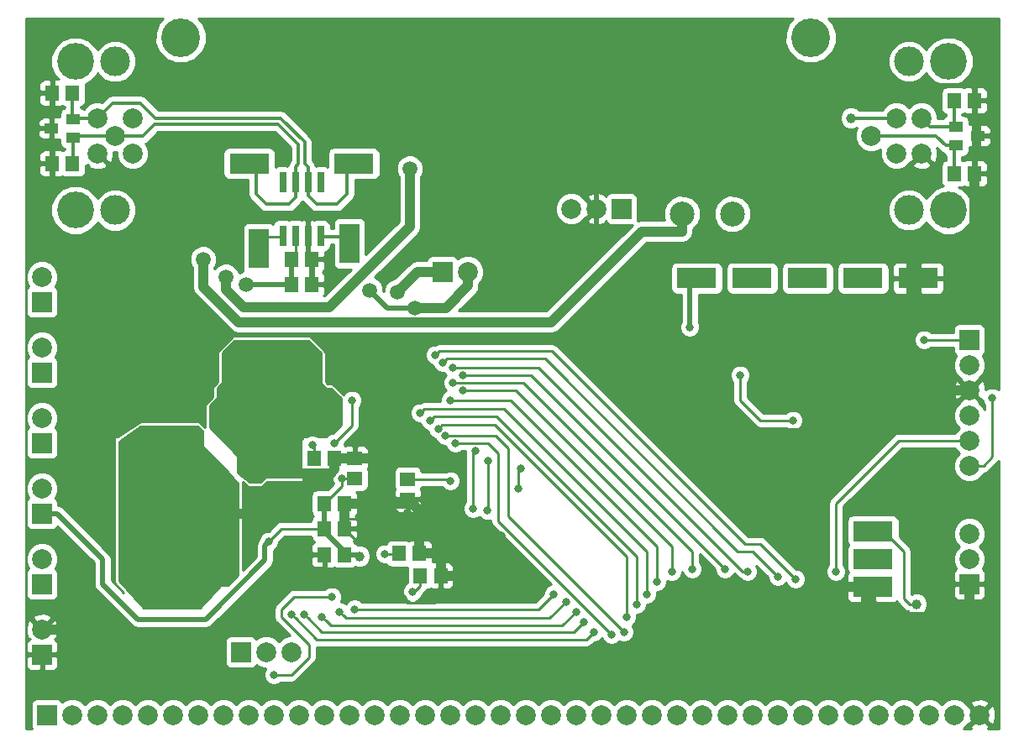
<source format=gbl>
G04 #@! TF.FileFunction,Copper,L2,Bot,Signal*
%FSLAX46Y46*%
G04 Gerber Fmt 4.6, Leading zero omitted, Abs format (unit mm)*
G04 Created by KiCad (PCBNEW 4.0.5+dfsg1-4) date Sun May  7 16:42:39 2017*
%MOMM*%
%LPD*%
G01*
G04 APERTURE LIST*
%ADD10C,0.100000*%
%ADD11C,3.900000*%
%ADD12R,1.500000X1.400000*%
%ADD13R,1.400000X1.500000*%
%ADD14R,1.400000X1.000000*%
%ADD15C,2.500000*%
%ADD16R,2.000000X2.000000*%
%ADD17C,2.000000*%
%ADD18R,0.750000X2.000000*%
%ADD19R,4.000000X2.000000*%
%ADD20R,2.000000X4.000000*%
%ADD21C,3.000000*%
%ADD22C,3.700000*%
%ADD23C,1.000000*%
%ADD24C,0.800000*%
%ADD25C,1.500000*%
%ADD26C,0.346000*%
%ADD27C,0.254000*%
%ADD28C,0.508000*%
%ADD29C,1.000000*%
G04 APERTURE END LIST*
D10*
D11*
X130048000Y-46736000D03*
D12*
X84092000Y-89154000D03*
X84092000Y-91204000D03*
X89446100Y-91256900D03*
X89446100Y-93306900D03*
D13*
X83076000Y-93726000D03*
X81026000Y-93726000D03*
X83076000Y-96266000D03*
X81026000Y-96266000D03*
X90594400Y-98780600D03*
X88544400Y-98780600D03*
X90716100Y-101003100D03*
X92766100Y-101003100D03*
X83076000Y-98894900D03*
X81026000Y-98894900D03*
X53594000Y-52324000D03*
X55644000Y-52324000D03*
X53594000Y-59436000D03*
X55644000Y-59436000D03*
X79756000Y-69088000D03*
X77706000Y-69088000D03*
X79756000Y-71628000D03*
X77706000Y-71628000D03*
X146558000Y-60452000D03*
X144508000Y-60452000D03*
X146558000Y-53086000D03*
X144508000Y-53086000D03*
D14*
X53510000Y-55880000D03*
X55710000Y-56830000D03*
X55710000Y-54930000D03*
X146896000Y-56642000D03*
X144696000Y-55692000D03*
X144696000Y-57592000D03*
D15*
X122161300Y-64516000D03*
X117081300Y-64516000D03*
D16*
X110998000Y-64008000D03*
D17*
X108458000Y-64008000D03*
X105918000Y-64008000D03*
D18*
X76835000Y-61308000D03*
X78105000Y-61308000D03*
X79375000Y-61308000D03*
X80645000Y-61308000D03*
X76835000Y-66708000D03*
X78105000Y-66708000D03*
X79375000Y-66708000D03*
X80645000Y-66708000D03*
D13*
X82042000Y-89154000D03*
X79992000Y-89154000D03*
D16*
X52578000Y-87630000D03*
D17*
X52578000Y-85090000D03*
D16*
X52578000Y-94742000D03*
D17*
X52578000Y-92202000D03*
D16*
X52578000Y-101854000D03*
D17*
X52578000Y-99314000D03*
D16*
X52578000Y-80518000D03*
D17*
X52578000Y-77978000D03*
D16*
X52578000Y-73406000D03*
D17*
X52578000Y-70866000D03*
D16*
X52578000Y-108966000D03*
D17*
X52578000Y-106426000D03*
D16*
X53086000Y-115062000D03*
D17*
X55626000Y-115062000D03*
X58166000Y-115062000D03*
X60706000Y-115062000D03*
X63246000Y-115062000D03*
X65786000Y-115062000D03*
X68326000Y-115062000D03*
X70866000Y-115062000D03*
X73406000Y-115062000D03*
X78486000Y-115062000D03*
X75946000Y-115062000D03*
X81026000Y-115062000D03*
X83566000Y-115062000D03*
X86106000Y-115062000D03*
X88646000Y-115062000D03*
X91186000Y-115062000D03*
X93726000Y-115062000D03*
X96266000Y-115062000D03*
X98806000Y-115062000D03*
X101346000Y-115062000D03*
X103886000Y-115062000D03*
X106426000Y-115062000D03*
X108966000Y-115062000D03*
X111506000Y-115062000D03*
X114046000Y-115062000D03*
X116586000Y-115062000D03*
X119126000Y-115062000D03*
X121666000Y-115062000D03*
X124206000Y-115062000D03*
X126746000Y-115062000D03*
X129286000Y-115062000D03*
X131826000Y-115062000D03*
X134366000Y-115062000D03*
X136906000Y-115062000D03*
X139446000Y-115062000D03*
X141986000Y-115062000D03*
X144526000Y-115062000D03*
X147066000Y-115062000D03*
D16*
X72644000Y-108712000D03*
D17*
X75184000Y-108712000D03*
X77724000Y-108712000D03*
D19*
X136336000Y-96520000D03*
X136336000Y-99314000D03*
X135320000Y-71000000D03*
X124144000Y-71000000D03*
X129732000Y-71000000D03*
X84012000Y-59436000D03*
D20*
X83566000Y-67502000D03*
D19*
X73468000Y-59436000D03*
D20*
X74422000Y-68010000D03*
D19*
X136336000Y-102108000D03*
X118556000Y-71000000D03*
X140908000Y-71000000D03*
D11*
X66548000Y-46736000D03*
D16*
X146050000Y-77216000D03*
D17*
X146050000Y-79756000D03*
X146050000Y-82296000D03*
X146050000Y-84836000D03*
X146050000Y-87376000D03*
X146050000Y-89916000D03*
D16*
X146050000Y-101854000D03*
D17*
X146050000Y-99314000D03*
X146050000Y-96774000D03*
D16*
X92964000Y-70358000D03*
D17*
X95504000Y-70358000D03*
X136144000Y-56634000D03*
X138684000Y-58404000D03*
X138684000Y-54864000D03*
X141224000Y-58404000D03*
X141224000Y-54864000D03*
D21*
X139954000Y-64134000D03*
X139954000Y-49134000D03*
D22*
X143954000Y-64134000D03*
X143954000Y-49134000D03*
D17*
X61722000Y-54864000D03*
X61722000Y-58420000D03*
X58166000Y-58420000D03*
X58166000Y-54864000D03*
X59944000Y-56642000D03*
D21*
X59944000Y-49142000D03*
X59944000Y-64142000D03*
D22*
X55944000Y-49142000D03*
X55944000Y-64142000D03*
D23*
X136398000Y-50038000D03*
X133858000Y-50038000D03*
X131318000Y-50038000D03*
X128778000Y-50038000D03*
X128778000Y-56896000D03*
X58166000Y-60706000D03*
X65278000Y-50038000D03*
X67818000Y-50038000D03*
X70358000Y-50038000D03*
X72898000Y-50038000D03*
X75438000Y-50038000D03*
X77978000Y-50038000D03*
X80518000Y-50038000D03*
X83058000Y-50038000D03*
X85598000Y-50038000D03*
X88138000Y-50038000D03*
X90678000Y-50038000D03*
X93218000Y-50038000D03*
X95758000Y-50038000D03*
X98298000Y-50038000D03*
X100838000Y-50038000D03*
X103378000Y-50038000D03*
X105918000Y-50038000D03*
X108458000Y-50038000D03*
X110998000Y-50038000D03*
X113538000Y-50038000D03*
X116078000Y-50038000D03*
X118618000Y-50038000D03*
X121158000Y-50038000D03*
X123698000Y-50038000D03*
X126238000Y-50038000D03*
X51816000Y-54102000D03*
X79248000Y-64592200D03*
X71120000Y-91947992D03*
X71628000Y-95250036D03*
X86614000Y-91440000D03*
D24*
X55372000Y-97790000D03*
X57404000Y-94488000D03*
X117602000Y-86360000D03*
X84582000Y-95250000D03*
X88980500Y-103297500D03*
D23*
X89408000Y-94742000D03*
X65278000Y-60706000D03*
X85598000Y-64770000D03*
X90678000Y-67818000D03*
X96774000Y-60452000D03*
X100330000Y-68580000D03*
X107696000Y-69342000D03*
X112014000Y-58166000D03*
X125730000Y-60706000D03*
X131064000Y-86614000D03*
D24*
X81026000Y-100584000D03*
X84328000Y-97536000D03*
D23*
X74168000Y-90932000D03*
X78234700Y-90678000D03*
X98806000Y-97028000D03*
D24*
X87122000Y-98806000D03*
X100838000Y-90170000D03*
X100584006Y-92202000D03*
X77724000Y-104902002D03*
X108204000Y-106680000D03*
D25*
X89662000Y-59944000D03*
X71120000Y-70866000D03*
X68834000Y-69088000D03*
D23*
X134112000Y-54864000D03*
X140716000Y-103886000D03*
D24*
X78985663Y-104893663D03*
X107188000Y-105664000D03*
X148336000Y-83058000D03*
X75446340Y-97544334D03*
D23*
X84582000Y-99060000D03*
D25*
X73152000Y-71628000D03*
D24*
X82804000Y-91186000D03*
D25*
X90170000Y-73984790D03*
X85598000Y-72200200D03*
D24*
X122936000Y-80772000D03*
X128270000Y-85344000D03*
X141478000Y-77216000D03*
X93725998Y-91440000D03*
X89916000Y-102616000D03*
X117856000Y-75946000D03*
X84065670Y-104385670D03*
X104142149Y-102867851D03*
X82549990Y-104648000D03*
X105410014Y-103632000D03*
X80772000Y-105156000D03*
X106426000Y-104648000D03*
X97489641Y-94438067D03*
X97536000Y-89408000D03*
X96274337Y-88383663D03*
X96012000Y-94234000D03*
X132587992Y-100584000D03*
X83820000Y-83312000D03*
X82042000Y-87630000D03*
X79830500Y-87809500D03*
X81788000Y-103124000D03*
X75946000Y-110998000D03*
X109982000Y-106934000D03*
X94234000Y-87630000D03*
X93226009Y-86875737D03*
X111252000Y-106680000D03*
X92504481Y-86178722D03*
X111506000Y-105156000D03*
X112522000Y-103886000D03*
X91694000Y-85344000D03*
X113538000Y-102870000D03*
X90678000Y-84582000D03*
X93726000Y-83312000D03*
X114554000Y-101600000D03*
X116078000Y-100584000D03*
X94996000Y-82296000D03*
X93980000Y-81534000D03*
X118110000Y-100330000D03*
X94996000Y-80772000D03*
X121412000Y-100330000D03*
X123698000Y-100584000D03*
X93980000Y-80010000D03*
X126746000Y-101092000D03*
X92964000Y-79521000D03*
X128524000Y-101346000D03*
X92202000Y-78740000D03*
D25*
X88392006Y-72390000D03*
D26*
X129277999Y-57395999D02*
X128778000Y-56896000D01*
X130293999Y-57395999D02*
X129277999Y-57395999D01*
X138676000Y-60960000D02*
X133858000Y-60960000D01*
X141224000Y-58412000D02*
X138676000Y-60960000D01*
X133858000Y-60960000D02*
X130293999Y-57395999D01*
X130302000Y-58928000D02*
X130302000Y-57404000D01*
X130302000Y-57404000D02*
X130293999Y-57395999D01*
D27*
X59165999Y-60435999D02*
X58895998Y-60706000D01*
X58895998Y-60706000D02*
X58166000Y-60706000D01*
X58166000Y-58420000D02*
X59165999Y-59419999D01*
X59165999Y-59419999D02*
X59165999Y-60435999D01*
X53594000Y-52324000D02*
X52324000Y-52324000D01*
X52324000Y-52324000D02*
X51816000Y-52832000D01*
X51816000Y-52832000D02*
X51816000Y-54102000D01*
D28*
X79070200Y-64770000D02*
X79248000Y-64592200D01*
X75438000Y-64770000D02*
X79070200Y-64770000D01*
X78540894Y-64592200D02*
X79248000Y-64592200D01*
X69164200Y-64592200D02*
X78540894Y-64592200D01*
X65278000Y-60706000D02*
X69164200Y-64592200D01*
X85598000Y-64770000D02*
X75438000Y-64770000D01*
D29*
X72127999Y-94750003D02*
X72127999Y-94750037D01*
X72127999Y-94750037D02*
X71628000Y-95250036D01*
X78234700Y-90678000D02*
X76200002Y-90678000D01*
X72136002Y-94742000D02*
X72127999Y-94750003D01*
X76200000Y-94742000D02*
X72136002Y-94742000D01*
X86614000Y-89916000D02*
X86614000Y-91440000D01*
X86614000Y-91440000D02*
X86614000Y-93726000D01*
D27*
X81026000Y-98894900D02*
X81026000Y-100584000D01*
D29*
X112014000Y-58166000D02*
X112513999Y-57666001D01*
X112513999Y-57666001D02*
X122690001Y-57666001D01*
X122690001Y-57666001D02*
X125230001Y-60206001D01*
X125230001Y-60206001D02*
X125730000Y-60706000D01*
X52578000Y-106426000D02*
X55372000Y-106426000D01*
X55372000Y-106426000D02*
X56134000Y-107188000D01*
X56134000Y-107188000D02*
X70104000Y-107188000D01*
X76708000Y-100584000D02*
X81026000Y-100584000D01*
X70104000Y-107188000D02*
X76708000Y-100584000D01*
X55372000Y-97790000D02*
X55372000Y-105918000D01*
X55372000Y-105918000D02*
X54864000Y-106426000D01*
X54864000Y-106426000D02*
X52578000Y-106426000D01*
X57404000Y-85344000D02*
X57404000Y-94488000D01*
X65278000Y-77470000D02*
X57404000Y-85344000D01*
X65278000Y-60706000D02*
X65278000Y-77470000D01*
X137414000Y-82296000D02*
X137414000Y-75946000D01*
X137414000Y-75946000D02*
X140208000Y-73152000D01*
X140208000Y-73152000D02*
X140208000Y-71000000D01*
X146558000Y-60452000D02*
X146558000Y-66802000D01*
X146558000Y-66802000D02*
X145288000Y-68072000D01*
X145288000Y-68072000D02*
X141224000Y-68072000D01*
X141224000Y-68072000D02*
X140208000Y-69088000D01*
X140208000Y-69088000D02*
X140208000Y-71000000D01*
X137414000Y-82296000D02*
X146050000Y-82296000D01*
X135382000Y-82296000D02*
X137414000Y-82296000D01*
X117602000Y-86360000D02*
X117856000Y-86614000D01*
X117856000Y-86614000D02*
X130356894Y-86614000D01*
X130356894Y-86614000D02*
X131064000Y-86614000D01*
X83076000Y-93726000D02*
X86614000Y-93726000D01*
X86614000Y-93726000D02*
X89027000Y-93726000D01*
X85852000Y-89154000D02*
X86614000Y-89916000D01*
X84092000Y-89154000D02*
X85852000Y-89154000D01*
D27*
X84582000Y-95250000D02*
X83058000Y-95250000D01*
X83058000Y-95250000D02*
X83058000Y-95232000D01*
X83058000Y-95232000D02*
X83076000Y-95250000D01*
D29*
X83076000Y-93726000D02*
X83076000Y-95250000D01*
X83076000Y-95250000D02*
X83076000Y-96266000D01*
D27*
X88980500Y-103297500D02*
X89380499Y-103697499D01*
X92136501Y-103697499D02*
X92766100Y-103067900D01*
X89380499Y-103697499D02*
X92136501Y-103697499D01*
X92766100Y-103067900D02*
X92766100Y-101003100D01*
X89408000Y-94742000D02*
X89408000Y-93345000D01*
X89408000Y-93345000D02*
X89446100Y-93306900D01*
D29*
X92766100Y-101003100D02*
X94830900Y-101003100D01*
X94830900Y-101003100D02*
X98806000Y-97028000D01*
X81679262Y-90678000D02*
X82042000Y-90315262D01*
X82042000Y-90315262D02*
X82042000Y-89154000D01*
X78234700Y-90678000D02*
X81679262Y-90678000D01*
X84092000Y-89154000D02*
X82042000Y-89154000D01*
X92766100Y-101003100D02*
X92766100Y-99252300D01*
X92766100Y-99252300D02*
X92294400Y-98780600D01*
X92294400Y-98780600D02*
X90594400Y-98780600D01*
X90594400Y-98780600D02*
X90594400Y-94455200D01*
X90594400Y-94455200D02*
X89446100Y-93306900D01*
X89027000Y-93726000D02*
X89446100Y-93306900D01*
D28*
X79375000Y-66708000D02*
X79375000Y-64897000D01*
X79375000Y-64897000D02*
X79502000Y-64770000D01*
X79502000Y-64770000D02*
X85598000Y-64770000D01*
X65278000Y-60706000D02*
X58166000Y-60706000D01*
X53594000Y-59436000D02*
X53594000Y-60694000D01*
X53594000Y-60694000D02*
X54368000Y-61468000D01*
X54368000Y-61468000D02*
X57404000Y-61468000D01*
X57404000Y-61468000D02*
X58166000Y-60706000D01*
X53594000Y-52324000D02*
X53594000Y-55796000D01*
X53594000Y-55796000D02*
X53510000Y-55880000D01*
X53594000Y-59436000D02*
X53594000Y-55964000D01*
X53594000Y-55964000D02*
X53510000Y-55880000D01*
X79375000Y-66708000D02*
X79375000Y-68707000D01*
X79375000Y-68707000D02*
X79756000Y-69088000D01*
X79756000Y-71628000D02*
X79756000Y-69088000D01*
X91694000Y-66802000D02*
X90678000Y-67818000D01*
X91694000Y-61976000D02*
X91694000Y-66802000D01*
X93218000Y-60452000D02*
X91694000Y-61976000D01*
X93980000Y-60452000D02*
X93218000Y-60452000D01*
X96774000Y-60452000D02*
X93980000Y-60452000D01*
X100330000Y-64516000D02*
X96774000Y-60960000D01*
X96774000Y-60960000D02*
X96774000Y-60452000D01*
X100330000Y-68580000D02*
X100330000Y-64516000D01*
X100330000Y-68580000D02*
X101092000Y-69342000D01*
X101092000Y-69342000D02*
X107696000Y-69342000D01*
X108458000Y-68580000D02*
X108195999Y-68842001D01*
X108458000Y-64008000D02*
X108458000Y-68580000D01*
X108195999Y-68842001D02*
X107696000Y-69342000D01*
X110236000Y-58166000D02*
X108458000Y-59944000D01*
X108458000Y-59944000D02*
X108458000Y-64008000D01*
X112014000Y-58166000D02*
X110236000Y-58166000D01*
X130302000Y-56134000D02*
X125730000Y-60706000D01*
X130302000Y-54864000D02*
X130302000Y-56134000D01*
X130310000Y-54872000D02*
X130302000Y-54864000D01*
X146558000Y-53086000D02*
X146558000Y-51828000D01*
X146558000Y-60452000D02*
X146558000Y-56980000D01*
X146558000Y-56980000D02*
X146896000Y-56642000D01*
X146558000Y-53086000D02*
X146558000Y-56304000D01*
X146558000Y-56304000D02*
X146896000Y-56642000D01*
D29*
X131064000Y-86614000D02*
X130556000Y-87122000D01*
X130556000Y-87122000D02*
X130556000Y-100838000D01*
X130556000Y-100838000D02*
X131826000Y-102108000D01*
X131826000Y-102108000D02*
X135636000Y-102108000D01*
X145034000Y-105156000D02*
X146050000Y-104140000D01*
X146050000Y-104140000D02*
X146050000Y-101854000D01*
X136906000Y-105156000D02*
X145034000Y-105156000D01*
X135636000Y-103886000D02*
X136906000Y-105156000D01*
X135636000Y-102108000D02*
X135636000Y-103886000D01*
X131064000Y-86614000D02*
X135382000Y-82296000D01*
D27*
X84328000Y-97536000D02*
X84328000Y-97518000D01*
X84328000Y-97518000D02*
X83076000Y-96266000D01*
D28*
X146558000Y-51828000D02*
X146292000Y-51562000D01*
X140208000Y-51562000D02*
X138684000Y-53086000D01*
X146292000Y-51562000D02*
X140208000Y-51562000D01*
D27*
X87122000Y-98806000D02*
X88519000Y-98806000D01*
X88519000Y-98806000D02*
X88544400Y-98780600D01*
X100584006Y-90423994D02*
X100838000Y-90170000D01*
X100584006Y-92202000D02*
X100584006Y-90423994D01*
X78123999Y-105302001D02*
X77724000Y-104902002D01*
X80263998Y-107442000D02*
X78123999Y-105302001D01*
X108204000Y-106680000D02*
X107442000Y-107442000D01*
X107442000Y-107442000D02*
X80263998Y-107442000D01*
D29*
X71120000Y-70866000D02*
X71120000Y-72136000D01*
X71120000Y-72136000D02*
X72898000Y-73914000D01*
X72898000Y-73914000D02*
X81534000Y-73914000D01*
X81534000Y-73914000D02*
X89662000Y-65786000D01*
X89662000Y-65786000D02*
X89662000Y-59944000D01*
D27*
X83566000Y-66802000D02*
X83472000Y-66708000D01*
X83472000Y-66708000D02*
X80645000Y-66708000D01*
X80645000Y-66708000D02*
X80739000Y-66802000D01*
X80739000Y-66802000D02*
X82804000Y-66802000D01*
D29*
X68834000Y-69088000D02*
X68834000Y-71882000D01*
X68834000Y-71882000D02*
X72390000Y-75438000D01*
X72390000Y-75438000D02*
X103886000Y-75438000D01*
X103886000Y-75438000D02*
X113040234Y-66283766D01*
X113040234Y-66283766D02*
X117081300Y-66283766D01*
X117081300Y-66283766D02*
X117081300Y-64516000D01*
D26*
X134112000Y-54864000D02*
X138684000Y-54864000D01*
D27*
X140716000Y-103886000D02*
X140008894Y-103886000D01*
X140008894Y-103886000D02*
X139446000Y-103323106D01*
X139446000Y-103323106D02*
X139446000Y-98552000D01*
X139446000Y-98552000D02*
X137414000Y-96520000D01*
X137414000Y-96520000D02*
X135636000Y-96520000D01*
X79385662Y-105293662D02*
X78985663Y-104893663D01*
X106172000Y-106680000D02*
X80772000Y-106680000D01*
X107188000Y-105664000D02*
X106172000Y-106680000D01*
X80772000Y-106680000D02*
X79385662Y-105293662D01*
X148336000Y-89044213D02*
X148336000Y-83058000D01*
X146050000Y-89916000D02*
X147464213Y-89916000D01*
X147464213Y-89916000D02*
X148336000Y-89044213D01*
D26*
X141224000Y-54872000D02*
X142044000Y-55692000D01*
X142044000Y-55692000D02*
X143427998Y-55692000D01*
X143427998Y-55692000D02*
X144696000Y-55692000D01*
X82296000Y-63500000D02*
X83312000Y-62484000D01*
X83312000Y-62484000D02*
X83312000Y-59436000D01*
X80221000Y-63500000D02*
X82296000Y-63500000D01*
X79375000Y-61308000D02*
X79375000Y-62654000D01*
X79375000Y-62654000D02*
X80221000Y-63500000D01*
X79375000Y-59808000D02*
X79040000Y-59473000D01*
X79375000Y-61308000D02*
X79375000Y-59808000D01*
X62484000Y-53340000D02*
X59690000Y-53340000D01*
X64008000Y-54864000D02*
X62484000Y-53340000D01*
X59690000Y-53340000D02*
X58166000Y-54864000D01*
X76624264Y-54864000D02*
X64008000Y-54864000D01*
X79040000Y-57279736D02*
X76624264Y-54864000D01*
X79040000Y-59473000D02*
X79040000Y-57279736D01*
X55644000Y-52324000D02*
X55644000Y-54864000D01*
X55644000Y-54864000D02*
X55710000Y-54930000D01*
X58166000Y-54864000D02*
X55776000Y-54864000D01*
X55776000Y-54864000D02*
X55710000Y-54930000D01*
X144508000Y-55504000D02*
X144696000Y-55692000D01*
X144508000Y-53086000D02*
X144508000Y-55504000D01*
X136144000Y-56642000D02*
X142700000Y-56642000D01*
X142700000Y-56642000D02*
X143650000Y-57592000D01*
X143650000Y-57592000D02*
X144696000Y-57592000D01*
X144508000Y-60452000D02*
X144508000Y-57780000D01*
X144508000Y-57780000D02*
X144696000Y-57592000D01*
X77470000Y-63500000D02*
X78105000Y-62865000D01*
X78105000Y-62865000D02*
X78105000Y-61308000D01*
X75184000Y-63500000D02*
X77470000Y-63500000D01*
X74168000Y-62484000D02*
X75184000Y-63500000D01*
X74168000Y-59436000D02*
X74168000Y-62484000D01*
X62738000Y-56642000D02*
X59944000Y-56642000D01*
X78440000Y-57528264D02*
X76375735Y-55463999D01*
X63916001Y-55463999D02*
X62738000Y-56642000D01*
X76375735Y-55463999D02*
X63916001Y-55463999D01*
X78440000Y-59473000D02*
X78440000Y-57528264D01*
X78105000Y-59808000D02*
X78440000Y-59473000D01*
X78105000Y-61308000D02*
X78105000Y-59808000D01*
X55710000Y-56830000D02*
X55710000Y-59370000D01*
X55710000Y-59370000D02*
X55644000Y-59436000D01*
X59944000Y-56642000D02*
X55898000Y-56642000D01*
X55898000Y-56642000D02*
X55710000Y-56830000D01*
D28*
X52578000Y-94742000D02*
X54086000Y-94742000D01*
X75046341Y-99451659D02*
X75046341Y-97944333D01*
X75046341Y-97944333D02*
X75446340Y-97544334D01*
X54086000Y-94742000D02*
X58674000Y-99330000D01*
X58674000Y-99330000D02*
X58674000Y-101854000D01*
X69088000Y-105410000D02*
X75046341Y-99451659D01*
X58674000Y-101854000D02*
X62230000Y-105410000D01*
X62230000Y-105410000D02*
X69088000Y-105410000D01*
D27*
X76724674Y-96266000D02*
X75846339Y-97144335D01*
X75846339Y-97144335D02*
X75446340Y-97544334D01*
X81026000Y-96266000D02*
X76724674Y-96266000D01*
D28*
X83076000Y-98894900D02*
X84416900Y-98894900D01*
X84416900Y-98894900D02*
X84582000Y-99060000D01*
D27*
X83241100Y-99060000D02*
X83076000Y-98894900D01*
D28*
X83076000Y-98894900D02*
X83076000Y-98570000D01*
X83076000Y-98570000D02*
X81026000Y-96520000D01*
X81026000Y-96520000D02*
X81026000Y-96266000D01*
X77706000Y-71628000D02*
X73152000Y-71628000D01*
D27*
X81026000Y-93726000D02*
X82804000Y-91948000D01*
X82804000Y-91948000D02*
X82804000Y-91186000D01*
X82822000Y-91204000D02*
X82804000Y-91186000D01*
X84092000Y-91204000D02*
X82822000Y-91204000D01*
D29*
X91230660Y-73984790D02*
X90170000Y-73984790D01*
X95504000Y-71772213D02*
X93291423Y-73984790D01*
X95504000Y-70358000D02*
X95504000Y-71772213D01*
D28*
X89109340Y-73984790D02*
X90170000Y-73984790D01*
X85598000Y-72200200D02*
X87382590Y-73984790D01*
X87382590Y-73984790D02*
X89109340Y-73984790D01*
D29*
X93291423Y-73984790D02*
X91230660Y-73984790D01*
D27*
X122936000Y-83312000D02*
X122936000Y-80772000D01*
X124968000Y-85344000D02*
X122936000Y-83312000D01*
X125476000Y-85344000D02*
X124968000Y-85344000D01*
X128270000Y-85344000D02*
X125476000Y-85344000D01*
X146050000Y-77216000D02*
X141478000Y-77216000D01*
X93542898Y-91256900D02*
X93725998Y-91440000D01*
X89446100Y-91256900D02*
X93542898Y-91256900D01*
D28*
X77706000Y-69088000D02*
X77706000Y-71628000D01*
D27*
X78105000Y-66708000D02*
X78105000Y-68689000D01*
X78105000Y-68689000D02*
X77706000Y-69088000D01*
X90716100Y-102007100D02*
X90107200Y-102616000D01*
X90716100Y-101003100D02*
X90716100Y-102007100D01*
X90107200Y-102616000D02*
X89916000Y-102616000D01*
D28*
X81026000Y-93726000D02*
X81026000Y-96266000D01*
X117856000Y-71000000D02*
X117856000Y-75946000D01*
D27*
X102624330Y-104385670D02*
X104142149Y-102867851D01*
X84065670Y-104385670D02*
X102624330Y-104385670D01*
X83203989Y-105301999D02*
X82949989Y-105047999D01*
X82949989Y-105047999D02*
X82549990Y-104648000D01*
X103740015Y-105301999D02*
X83203989Y-105301999D01*
X105410014Y-103632000D02*
X103740015Y-105301999D01*
X106426000Y-104648000D02*
X105010001Y-106063999D01*
X81171999Y-105555999D02*
X80772000Y-105156000D01*
X81679999Y-106063999D02*
X81171999Y-105555999D01*
X105010001Y-106063999D02*
X81679999Y-106063999D01*
X97536000Y-94391708D02*
X97489641Y-94438067D01*
X97536000Y-89408000D02*
X97536000Y-94391708D01*
X76835000Y-66708000D02*
X76741000Y-66802000D01*
X76741000Y-66802000D02*
X75184000Y-66802000D01*
X75184000Y-66802000D02*
X74930000Y-67056000D01*
X96012000Y-88646000D02*
X96274337Y-88383663D01*
X96012000Y-94234000D02*
X96012000Y-88646000D01*
X132587992Y-93726008D02*
X132587992Y-100018315D01*
X146050000Y-87376000D02*
X138938000Y-87376000D01*
X132587992Y-100018315D02*
X132587992Y-100584000D01*
X138938000Y-87376000D02*
X132587992Y-93726008D01*
X82441999Y-87230001D02*
X83820000Y-85852000D01*
X83820000Y-85852000D02*
X83820000Y-83312000D01*
X82042000Y-87630000D02*
X82441999Y-87230001D01*
X79992000Y-89154000D02*
X79992000Y-87971000D01*
X79992000Y-87971000D02*
X79830500Y-87809500D01*
X75946000Y-110998000D02*
X77724000Y-110998000D01*
X77724000Y-110998000D02*
X79502000Y-109220000D01*
X79502000Y-109220000D02*
X79502000Y-107950000D01*
X79502000Y-107950000D02*
X76708000Y-105156000D01*
X76708000Y-105156000D02*
X76708000Y-104394000D01*
X76708000Y-104394000D02*
X77978000Y-103124000D01*
X77978000Y-103124000D02*
X81222315Y-103124000D01*
X81222315Y-103124000D02*
X81788000Y-103124000D01*
X98552000Y-95504000D02*
X109982000Y-106934000D01*
X98552000Y-88646000D02*
X98552000Y-95504000D01*
X97536000Y-87630000D02*
X98552000Y-88646000D01*
X94234000Y-87630000D02*
X97536000Y-87630000D01*
X111252000Y-106680000D02*
X99568000Y-94996000D01*
X99568000Y-94996000D02*
X99568000Y-88138000D01*
X93791694Y-86875737D02*
X93226009Y-86875737D01*
X98305737Y-86875737D02*
X93791694Y-86875737D01*
X99568000Y-88138000D02*
X98305737Y-86875737D01*
X92904480Y-85778723D02*
X92504481Y-86178722D01*
X111506000Y-99060000D02*
X98224723Y-85778723D01*
X98224723Y-85778723D02*
X92904480Y-85778723D01*
X111506000Y-105156000D02*
X111506000Y-99060000D01*
X112522000Y-99060000D02*
X112522000Y-103886000D01*
X106172000Y-92710000D02*
X112522000Y-99060000D01*
X98406001Y-84944001D02*
X106172000Y-92710000D01*
X97898001Y-84944001D02*
X98406001Y-84944001D01*
X91694000Y-85344000D02*
X92093999Y-84944001D01*
X92093999Y-84944001D02*
X97898001Y-84944001D01*
X107188000Y-92202000D02*
X113538000Y-98552000D01*
X113538000Y-98552000D02*
X113538000Y-102870000D01*
X99168001Y-84182001D02*
X107188000Y-92202000D01*
X90678000Y-84582000D02*
X91077999Y-84182001D01*
X91077999Y-84182001D02*
X99168001Y-84182001D01*
X99822000Y-83312000D02*
X94291685Y-83312000D01*
X94291685Y-83312000D02*
X93726000Y-83312000D01*
X114554000Y-98044000D02*
X99822000Y-83312000D01*
X114554000Y-101600000D02*
X114554000Y-98044000D01*
X100330000Y-82296000D02*
X116078000Y-98044000D01*
X116078000Y-98044000D02*
X116078000Y-100584000D01*
X94996000Y-82296000D02*
X100330000Y-82296000D01*
X101092000Y-81534000D02*
X94545685Y-81534000D01*
X118110000Y-100330000D02*
X118110000Y-98552000D01*
X94545685Y-81534000D02*
X93980000Y-81534000D01*
X118110000Y-98552000D02*
X101092000Y-81534000D01*
X101854000Y-80772000D02*
X95561685Y-80772000D01*
X95561685Y-80772000D02*
X94996000Y-80772000D01*
X121412000Y-100330000D02*
X101854000Y-80772000D01*
X102616000Y-80010000D02*
X123190000Y-100584000D01*
X123190000Y-100584000D02*
X123698000Y-100584000D01*
X93980000Y-80010000D02*
X102616000Y-80010000D01*
X124206000Y-98552000D02*
X126746000Y-101092000D01*
X122682000Y-98552000D02*
X124206000Y-98552000D01*
X103251001Y-79121001D02*
X122682000Y-98552000D01*
X92964000Y-79521000D02*
X93363999Y-79121001D01*
X93363999Y-79121001D02*
X103251001Y-79121001D01*
X123444000Y-97790000D02*
X124968000Y-97790000D01*
X124968000Y-97790000D02*
X128524000Y-101346000D01*
X103994001Y-78340001D02*
X123444000Y-97790000D01*
X92202000Y-78740000D02*
X92601999Y-78340001D01*
X92601999Y-78340001D02*
X103994001Y-78340001D01*
D29*
X89142005Y-71640001D02*
X88392006Y-72390000D01*
X90424006Y-70358000D02*
X89142005Y-71640001D01*
X92964000Y-70358000D02*
X90424006Y-70358000D01*
D27*
G36*
X64357822Y-45269803D02*
X63963450Y-46219556D01*
X63962552Y-47247932D01*
X64355266Y-48198372D01*
X65081803Y-48926178D01*
X66031556Y-49320550D01*
X67059932Y-49321448D01*
X68010372Y-48928734D01*
X68738178Y-48202197D01*
X69132550Y-47252444D01*
X69133448Y-46224068D01*
X68740734Y-45273628D01*
X68298877Y-44831000D01*
X128297392Y-44831000D01*
X127857822Y-45269803D01*
X127463450Y-46219556D01*
X127462552Y-47247932D01*
X127855266Y-48198372D01*
X128581803Y-48926178D01*
X129531556Y-49320550D01*
X130559932Y-49321448D01*
X131510372Y-48928734D01*
X132238178Y-48202197D01*
X132632550Y-47252444D01*
X132633448Y-46224068D01*
X132240734Y-45273628D01*
X131798877Y-44831000D01*
X148971000Y-44831000D01*
X148971000Y-82229119D01*
X148923046Y-82181081D01*
X148542777Y-82023180D01*
X148131029Y-82022821D01*
X147750485Y-82180058D01*
X147684275Y-82246153D01*
X147671856Y-81910540D01*
X147469387Y-81421736D01*
X147202532Y-81323073D01*
X146229605Y-82296000D01*
X147202532Y-83268927D01*
X147300848Y-83232577D01*
X147300821Y-83262971D01*
X147458058Y-83643515D01*
X147574000Y-83759659D01*
X147574000Y-84242878D01*
X147436894Y-83911057D01*
X147010022Y-83483438D01*
X147022927Y-83448532D01*
X146050000Y-82475605D01*
X145077073Y-83448532D01*
X145090164Y-83483938D01*
X144664722Y-83908637D01*
X144415284Y-84509352D01*
X144414716Y-85159795D01*
X144663106Y-85760943D01*
X145007759Y-86106199D01*
X144664722Y-86448637D01*
X144596057Y-86614000D01*
X138938000Y-86614000D01*
X138661698Y-86668960D01*
X138646395Y-86672004D01*
X138399184Y-86837185D01*
X132049177Y-93187193D01*
X131883996Y-93434403D01*
X131825992Y-93726008D01*
X131825992Y-99882235D01*
X131711073Y-99996954D01*
X131553172Y-100377223D01*
X131552813Y-100788971D01*
X131710050Y-101169515D01*
X132000946Y-101460919D01*
X132381215Y-101618820D01*
X132792963Y-101619179D01*
X133173507Y-101461942D01*
X133464911Y-101171046D01*
X133622812Y-100790777D01*
X133623171Y-100379029D01*
X133465934Y-99998485D01*
X133349992Y-99882341D01*
X133349992Y-95520000D01*
X133688560Y-95520000D01*
X133688560Y-97520000D01*
X133732838Y-97755317D01*
X133837771Y-97918387D01*
X133739569Y-98062110D01*
X133688560Y-98314000D01*
X133688560Y-100314000D01*
X133732838Y-100549317D01*
X133836133Y-100709842D01*
X133797673Y-100748301D01*
X133701000Y-100981690D01*
X133701000Y-101822250D01*
X133859750Y-101981000D01*
X136209000Y-101981000D01*
X136209000Y-101961000D01*
X136463000Y-101961000D01*
X136463000Y-101981000D01*
X136483000Y-101981000D01*
X136483000Y-102235000D01*
X136463000Y-102235000D01*
X136463000Y-103584250D01*
X136621750Y-103743000D01*
X138462309Y-103743000D01*
X138695698Y-103646327D01*
X138739567Y-103602458D01*
X138742004Y-103614711D01*
X138864891Y-103798624D01*
X138907185Y-103861921D01*
X139470078Y-104424815D01*
X139688089Y-104570485D01*
X139717289Y-104589996D01*
X139839253Y-104614256D01*
X140072235Y-104847645D01*
X140489244Y-105020803D01*
X140940775Y-105021197D01*
X141358086Y-104848767D01*
X141677645Y-104529765D01*
X141850803Y-104112756D01*
X141851197Y-103661225D01*
X141678767Y-103243914D01*
X141359765Y-102924355D01*
X140942756Y-102751197D01*
X140491225Y-102750803D01*
X140208000Y-102867830D01*
X140208000Y-102139750D01*
X144415000Y-102139750D01*
X144415000Y-102980309D01*
X144511673Y-103213698D01*
X144690301Y-103392327D01*
X144923690Y-103489000D01*
X145764250Y-103489000D01*
X145923000Y-103330250D01*
X145923000Y-101981000D01*
X146177000Y-101981000D01*
X146177000Y-103330250D01*
X146335750Y-103489000D01*
X147176310Y-103489000D01*
X147409699Y-103392327D01*
X147588327Y-103213698D01*
X147685000Y-102980309D01*
X147685000Y-102139750D01*
X147526250Y-101981000D01*
X146177000Y-101981000D01*
X145923000Y-101981000D01*
X144573750Y-101981000D01*
X144415000Y-102139750D01*
X140208000Y-102139750D01*
X140208000Y-98552000D01*
X140149996Y-98260395D01*
X139984815Y-98013185D01*
X139069425Y-97097795D01*
X144414716Y-97097795D01*
X144663106Y-97698943D01*
X145007759Y-98044199D01*
X144664722Y-98386637D01*
X144415284Y-98987352D01*
X144414716Y-99637795D01*
X144663106Y-100238943D01*
X144725251Y-100301196D01*
X144690301Y-100315673D01*
X144511673Y-100494302D01*
X144415000Y-100727691D01*
X144415000Y-101568250D01*
X144573750Y-101727000D01*
X145923000Y-101727000D01*
X145923000Y-101707000D01*
X146177000Y-101707000D01*
X146177000Y-101727000D01*
X147526250Y-101727000D01*
X147685000Y-101568250D01*
X147685000Y-100727691D01*
X147588327Y-100494302D01*
X147409699Y-100315673D01*
X147375167Y-100301369D01*
X147435278Y-100241363D01*
X147684716Y-99640648D01*
X147685284Y-98990205D01*
X147436894Y-98389057D01*
X147092241Y-98043801D01*
X147435278Y-97701363D01*
X147684716Y-97100648D01*
X147685284Y-96450205D01*
X147436894Y-95849057D01*
X146977363Y-95388722D01*
X146376648Y-95139284D01*
X145726205Y-95138716D01*
X145125057Y-95387106D01*
X144664722Y-95846637D01*
X144415284Y-96447352D01*
X144414716Y-97097795D01*
X139069425Y-97097795D01*
X138983440Y-97011810D01*
X138983440Y-95520000D01*
X138939162Y-95284683D01*
X138800090Y-95068559D01*
X138587890Y-94923569D01*
X138336000Y-94872560D01*
X134336000Y-94872560D01*
X134100683Y-94916838D01*
X133884559Y-95055910D01*
X133739569Y-95268110D01*
X133688560Y-95520000D01*
X133349992Y-95520000D01*
X133349992Y-94041638D01*
X139253631Y-88138000D01*
X144595779Y-88138000D01*
X144663106Y-88300943D01*
X145007759Y-88646199D01*
X144664722Y-88988637D01*
X144415284Y-89589352D01*
X144414716Y-90239795D01*
X144663106Y-90840943D01*
X145122637Y-91301278D01*
X145723352Y-91550716D01*
X146373795Y-91551284D01*
X146974943Y-91302894D01*
X147435278Y-90843363D01*
X147507519Y-90669386D01*
X147755818Y-90619996D01*
X148003028Y-90454815D01*
X148874815Y-89583028D01*
X148966638Y-89445605D01*
X148971000Y-89439077D01*
X148971000Y-116459000D01*
X147948541Y-116459000D01*
X148038927Y-116214532D01*
X147066000Y-115241605D01*
X146093073Y-116214532D01*
X146183459Y-116459000D01*
X145426485Y-116459000D01*
X145450943Y-116448894D01*
X145878562Y-116022022D01*
X145913468Y-116034927D01*
X146886395Y-115062000D01*
X147245605Y-115062000D01*
X148218532Y-116034927D01*
X148485387Y-115936264D01*
X148711908Y-115326539D01*
X148687856Y-114676540D01*
X148485387Y-114187736D01*
X148218532Y-114089073D01*
X147245605Y-115062000D01*
X146886395Y-115062000D01*
X145913468Y-114089073D01*
X145878062Y-114102164D01*
X145685703Y-113909468D01*
X146093073Y-113909468D01*
X147066000Y-114882395D01*
X148038927Y-113909468D01*
X147940264Y-113642613D01*
X147330539Y-113416092D01*
X146680540Y-113440144D01*
X146191736Y-113642613D01*
X146093073Y-113909468D01*
X145685703Y-113909468D01*
X145453363Y-113676722D01*
X144852648Y-113427284D01*
X144202205Y-113426716D01*
X143601057Y-113675106D01*
X143255801Y-114019759D01*
X142913363Y-113676722D01*
X142312648Y-113427284D01*
X141662205Y-113426716D01*
X141061057Y-113675106D01*
X140715801Y-114019759D01*
X140373363Y-113676722D01*
X139772648Y-113427284D01*
X139122205Y-113426716D01*
X138521057Y-113675106D01*
X138175801Y-114019759D01*
X137833363Y-113676722D01*
X137232648Y-113427284D01*
X136582205Y-113426716D01*
X135981057Y-113675106D01*
X135635801Y-114019759D01*
X135293363Y-113676722D01*
X134692648Y-113427284D01*
X134042205Y-113426716D01*
X133441057Y-113675106D01*
X133095801Y-114019759D01*
X132753363Y-113676722D01*
X132152648Y-113427284D01*
X131502205Y-113426716D01*
X130901057Y-113675106D01*
X130555801Y-114019759D01*
X130213363Y-113676722D01*
X129612648Y-113427284D01*
X128962205Y-113426716D01*
X128361057Y-113675106D01*
X128015801Y-114019759D01*
X127673363Y-113676722D01*
X127072648Y-113427284D01*
X126422205Y-113426716D01*
X125821057Y-113675106D01*
X125475801Y-114019759D01*
X125133363Y-113676722D01*
X124532648Y-113427284D01*
X123882205Y-113426716D01*
X123281057Y-113675106D01*
X122935801Y-114019759D01*
X122593363Y-113676722D01*
X121992648Y-113427284D01*
X121342205Y-113426716D01*
X120741057Y-113675106D01*
X120395801Y-114019759D01*
X120053363Y-113676722D01*
X119452648Y-113427284D01*
X118802205Y-113426716D01*
X118201057Y-113675106D01*
X117855801Y-114019759D01*
X117513363Y-113676722D01*
X116912648Y-113427284D01*
X116262205Y-113426716D01*
X115661057Y-113675106D01*
X115315801Y-114019759D01*
X114973363Y-113676722D01*
X114372648Y-113427284D01*
X113722205Y-113426716D01*
X113121057Y-113675106D01*
X112775801Y-114019759D01*
X112433363Y-113676722D01*
X111832648Y-113427284D01*
X111182205Y-113426716D01*
X110581057Y-113675106D01*
X110235801Y-114019759D01*
X109893363Y-113676722D01*
X109292648Y-113427284D01*
X108642205Y-113426716D01*
X108041057Y-113675106D01*
X107695801Y-114019759D01*
X107353363Y-113676722D01*
X106752648Y-113427284D01*
X106102205Y-113426716D01*
X105501057Y-113675106D01*
X105155801Y-114019759D01*
X104813363Y-113676722D01*
X104212648Y-113427284D01*
X103562205Y-113426716D01*
X102961057Y-113675106D01*
X102615801Y-114019759D01*
X102273363Y-113676722D01*
X101672648Y-113427284D01*
X101022205Y-113426716D01*
X100421057Y-113675106D01*
X100075801Y-114019759D01*
X99733363Y-113676722D01*
X99132648Y-113427284D01*
X98482205Y-113426716D01*
X97881057Y-113675106D01*
X97535801Y-114019759D01*
X97193363Y-113676722D01*
X96592648Y-113427284D01*
X95942205Y-113426716D01*
X95341057Y-113675106D01*
X94995801Y-114019759D01*
X94653363Y-113676722D01*
X94052648Y-113427284D01*
X93402205Y-113426716D01*
X92801057Y-113675106D01*
X92455801Y-114019759D01*
X92113363Y-113676722D01*
X91512648Y-113427284D01*
X90862205Y-113426716D01*
X90261057Y-113675106D01*
X89915801Y-114019759D01*
X89573363Y-113676722D01*
X88972648Y-113427284D01*
X88322205Y-113426716D01*
X87721057Y-113675106D01*
X87375801Y-114019759D01*
X87033363Y-113676722D01*
X86432648Y-113427284D01*
X85782205Y-113426716D01*
X85181057Y-113675106D01*
X84835801Y-114019759D01*
X84493363Y-113676722D01*
X83892648Y-113427284D01*
X83242205Y-113426716D01*
X82641057Y-113675106D01*
X82295801Y-114019759D01*
X81953363Y-113676722D01*
X81352648Y-113427284D01*
X80702205Y-113426716D01*
X80101057Y-113675106D01*
X79755801Y-114019759D01*
X79413363Y-113676722D01*
X78812648Y-113427284D01*
X78162205Y-113426716D01*
X77561057Y-113675106D01*
X77215801Y-114019759D01*
X76873363Y-113676722D01*
X76272648Y-113427284D01*
X75622205Y-113426716D01*
X75021057Y-113675106D01*
X74675801Y-114019759D01*
X74333363Y-113676722D01*
X73732648Y-113427284D01*
X73082205Y-113426716D01*
X72481057Y-113675106D01*
X72135801Y-114019759D01*
X71793363Y-113676722D01*
X71192648Y-113427284D01*
X70542205Y-113426716D01*
X69941057Y-113675106D01*
X69595801Y-114019759D01*
X69253363Y-113676722D01*
X68652648Y-113427284D01*
X68002205Y-113426716D01*
X67401057Y-113675106D01*
X67055801Y-114019759D01*
X66713363Y-113676722D01*
X66112648Y-113427284D01*
X65462205Y-113426716D01*
X64861057Y-113675106D01*
X64515801Y-114019759D01*
X64173363Y-113676722D01*
X63572648Y-113427284D01*
X62922205Y-113426716D01*
X62321057Y-113675106D01*
X61975801Y-114019759D01*
X61633363Y-113676722D01*
X61032648Y-113427284D01*
X60382205Y-113426716D01*
X59781057Y-113675106D01*
X59435801Y-114019759D01*
X59093363Y-113676722D01*
X58492648Y-113427284D01*
X57842205Y-113426716D01*
X57241057Y-113675106D01*
X56895801Y-114019759D01*
X56553363Y-113676722D01*
X55952648Y-113427284D01*
X55302205Y-113426716D01*
X54701057Y-113675106D01*
X54634426Y-113741621D01*
X54550090Y-113610559D01*
X54337890Y-113465569D01*
X54086000Y-113414560D01*
X52086000Y-113414560D01*
X51850683Y-113458838D01*
X51634559Y-113597910D01*
X51489569Y-113810110D01*
X51438560Y-114062000D01*
X51438560Y-116062000D01*
X51482838Y-116297317D01*
X51586878Y-116459000D01*
X50927000Y-116459000D01*
X50927000Y-109251750D01*
X50943000Y-109251750D01*
X50943000Y-110092309D01*
X51039673Y-110325698D01*
X51218301Y-110504327D01*
X51451690Y-110601000D01*
X52292250Y-110601000D01*
X52451000Y-110442250D01*
X52451000Y-109093000D01*
X52705000Y-109093000D01*
X52705000Y-110442250D01*
X52863750Y-110601000D01*
X53704310Y-110601000D01*
X53937699Y-110504327D01*
X54116327Y-110325698D01*
X54213000Y-110092309D01*
X54213000Y-109251750D01*
X54054250Y-109093000D01*
X52705000Y-109093000D01*
X52451000Y-109093000D01*
X51101750Y-109093000D01*
X50943000Y-109251750D01*
X50927000Y-109251750D01*
X50927000Y-106161461D01*
X50932092Y-106161461D01*
X50956144Y-106811460D01*
X51158613Y-107300264D01*
X51352675Y-107372014D01*
X51218301Y-107427673D01*
X51039673Y-107606302D01*
X50943000Y-107839691D01*
X50943000Y-108680250D01*
X51101750Y-108839000D01*
X52451000Y-108839000D01*
X52451000Y-108819000D01*
X52705000Y-108819000D01*
X52705000Y-108839000D01*
X54054250Y-108839000D01*
X54213000Y-108680250D01*
X54213000Y-107839691D01*
X54160109Y-107712000D01*
X70996560Y-107712000D01*
X70996560Y-109712000D01*
X71040838Y-109947317D01*
X71179910Y-110163441D01*
X71392110Y-110308431D01*
X71644000Y-110359440D01*
X73644000Y-110359440D01*
X73879317Y-110315162D01*
X74095441Y-110176090D01*
X74192910Y-110033439D01*
X74256637Y-110097278D01*
X74857352Y-110346716D01*
X75133190Y-110346957D01*
X75069081Y-110410954D01*
X74911180Y-110791223D01*
X74910821Y-111202971D01*
X75068058Y-111583515D01*
X75358954Y-111874919D01*
X75739223Y-112032820D01*
X76150971Y-112033179D01*
X76531515Y-111875942D01*
X76647659Y-111760000D01*
X77724000Y-111760000D01*
X78015605Y-111701996D01*
X78262815Y-111536815D01*
X80040816Y-109758815D01*
X80139834Y-109610623D01*
X80205996Y-109511605D01*
X80264000Y-109220000D01*
X80264000Y-108204000D01*
X107442000Y-108204000D01*
X107733605Y-108145996D01*
X107980815Y-107980815D01*
X108246593Y-107715037D01*
X108408971Y-107715179D01*
X108789515Y-107557942D01*
X109023446Y-107324419D01*
X109104058Y-107519515D01*
X109394954Y-107810919D01*
X109775223Y-107968820D01*
X110186971Y-107969179D01*
X110567515Y-107811942D01*
X110776560Y-107603262D01*
X111045223Y-107714820D01*
X111456971Y-107715179D01*
X111837515Y-107557942D01*
X112128919Y-107267046D01*
X112286820Y-106886777D01*
X112287179Y-106475029D01*
X112129942Y-106094485D01*
X112075932Y-106040381D01*
X112091515Y-106033942D01*
X112382919Y-105743046D01*
X112540820Y-105362777D01*
X112541179Y-104951029D01*
X112528774Y-104921006D01*
X112726971Y-104921179D01*
X113107515Y-104763942D01*
X113398919Y-104473046D01*
X113556820Y-104092777D01*
X113556984Y-103905017D01*
X113742971Y-103905179D01*
X114123515Y-103747942D01*
X114414919Y-103457046D01*
X114572820Y-103076777D01*
X114573179Y-102665029D01*
X114560774Y-102635006D01*
X114758971Y-102635179D01*
X115139515Y-102477942D01*
X115223854Y-102393750D01*
X133701000Y-102393750D01*
X133701000Y-103234310D01*
X133797673Y-103467699D01*
X133976302Y-103646327D01*
X134209691Y-103743000D01*
X136050250Y-103743000D01*
X136209000Y-103584250D01*
X136209000Y-102235000D01*
X133859750Y-102235000D01*
X133701000Y-102393750D01*
X115223854Y-102393750D01*
X115430919Y-102187046D01*
X115588820Y-101806777D01*
X115589086Y-101501667D01*
X115871223Y-101618820D01*
X116282971Y-101619179D01*
X116663515Y-101461942D01*
X116954919Y-101171046D01*
X117112820Y-100790777D01*
X117112963Y-100627281D01*
X117232058Y-100915515D01*
X117522954Y-101206919D01*
X117903223Y-101364820D01*
X118314971Y-101365179D01*
X118695515Y-101207942D01*
X118986919Y-100917046D01*
X119144820Y-100536777D01*
X119145179Y-100125029D01*
X118987942Y-99744485D01*
X118872000Y-99628341D01*
X118872000Y-98867630D01*
X120376963Y-100372593D01*
X120376821Y-100534971D01*
X120534058Y-100915515D01*
X120824954Y-101206919D01*
X121205223Y-101364820D01*
X121616971Y-101365179D01*
X121997515Y-101207942D01*
X122288919Y-100917046D01*
X122334836Y-100806466D01*
X122651185Y-101122815D01*
X122898395Y-101287996D01*
X122948228Y-101297908D01*
X123110954Y-101460919D01*
X123491223Y-101618820D01*
X123902971Y-101619179D01*
X124283515Y-101461942D01*
X124574919Y-101171046D01*
X124732820Y-100790777D01*
X124733179Y-100379029D01*
X124576708Y-100000338D01*
X125710963Y-101134593D01*
X125710821Y-101296971D01*
X125868058Y-101677515D01*
X126158954Y-101968919D01*
X126539223Y-102126820D01*
X126950971Y-102127179D01*
X127331515Y-101969942D01*
X127565446Y-101736419D01*
X127646058Y-101931515D01*
X127936954Y-102222919D01*
X128317223Y-102380820D01*
X128728971Y-102381179D01*
X129109515Y-102223942D01*
X129400919Y-101933046D01*
X129558820Y-101552777D01*
X129559179Y-101141029D01*
X129401942Y-100760485D01*
X129111046Y-100469081D01*
X128730777Y-100311180D01*
X128566668Y-100311037D01*
X125506815Y-97251185D01*
X125346903Y-97144335D01*
X125259605Y-97086004D01*
X124968000Y-97028000D01*
X123759631Y-97028000D01*
X107708602Y-80976971D01*
X121900821Y-80976971D01*
X122058058Y-81357515D01*
X122174000Y-81473659D01*
X122174000Y-83312000D01*
X122232004Y-83603605D01*
X122343580Y-83770590D01*
X122397185Y-83850815D01*
X124429185Y-85882815D01*
X124676395Y-86047996D01*
X124968000Y-86106000D01*
X127568235Y-86106000D01*
X127682954Y-86220919D01*
X128063223Y-86378820D01*
X128474971Y-86379179D01*
X128855515Y-86221942D01*
X129146919Y-85931046D01*
X129304820Y-85550777D01*
X129305179Y-85139029D01*
X129147942Y-84758485D01*
X128857046Y-84467081D01*
X128476777Y-84309180D01*
X128065029Y-84308821D01*
X127684485Y-84466058D01*
X127568341Y-84582000D01*
X125283630Y-84582000D01*
X123698000Y-82996370D01*
X123698000Y-82031461D01*
X144404092Y-82031461D01*
X144428144Y-82681460D01*
X144630613Y-83170264D01*
X144897468Y-83268927D01*
X145870395Y-82296000D01*
X144897468Y-81323073D01*
X144630613Y-81421736D01*
X144404092Y-82031461D01*
X123698000Y-82031461D01*
X123698000Y-81473765D01*
X123812919Y-81359046D01*
X123970820Y-80978777D01*
X123971179Y-80567029D01*
X123813942Y-80186485D01*
X123523046Y-79895081D01*
X123142777Y-79737180D01*
X122731029Y-79736821D01*
X122350485Y-79894058D01*
X122059081Y-80184954D01*
X121901180Y-80565223D01*
X121900821Y-80976971D01*
X107708602Y-80976971D01*
X104532816Y-77801186D01*
X104389133Y-77705180D01*
X104285606Y-77636005D01*
X103994001Y-77578001D01*
X92601999Y-77578001D01*
X92310394Y-77636005D01*
X92207130Y-77705004D01*
X91997029Y-77704821D01*
X91616485Y-77862058D01*
X91325081Y-78152954D01*
X91167180Y-78533223D01*
X91166821Y-78944971D01*
X91324058Y-79325515D01*
X91614954Y-79616919D01*
X91939433Y-79751654D01*
X92086058Y-80106515D01*
X92376954Y-80397919D01*
X92757223Y-80555820D01*
X93085775Y-80556106D01*
X93102058Y-80595515D01*
X93278288Y-80772053D01*
X93103081Y-80946954D01*
X92945180Y-81327223D01*
X92944821Y-81738971D01*
X93102058Y-82119515D01*
X93335581Y-82353446D01*
X93140485Y-82434058D01*
X92849081Y-82724954D01*
X92691180Y-83105223D01*
X92690906Y-83420001D01*
X91077999Y-83420001D01*
X90786394Y-83478005D01*
X90683130Y-83547004D01*
X90473029Y-83546821D01*
X90092485Y-83704058D01*
X89801081Y-83994954D01*
X89643180Y-84375223D01*
X89642821Y-84786971D01*
X89800058Y-85167515D01*
X90090954Y-85458919D01*
X90471223Y-85616820D01*
X90686933Y-85617008D01*
X90816058Y-85929515D01*
X91106954Y-86220919D01*
X91469313Y-86371383D01*
X91469302Y-86383693D01*
X91626539Y-86764237D01*
X91917435Y-87055641D01*
X92234949Y-87187484D01*
X92348067Y-87461252D01*
X92638963Y-87752656D01*
X93019232Y-87910557D01*
X93230128Y-87910741D01*
X93356058Y-88215515D01*
X93646954Y-88506919D01*
X94027223Y-88664820D01*
X94438971Y-88665179D01*
X94819515Y-88507942D01*
X94935659Y-88392000D01*
X95239329Y-88392000D01*
X95239158Y-88588634D01*
X95254179Y-88624989D01*
X95250000Y-88646000D01*
X95250000Y-93532235D01*
X95135081Y-93646954D01*
X94977180Y-94027223D01*
X94976821Y-94438971D01*
X95134058Y-94819515D01*
X95424954Y-95110919D01*
X95805223Y-95268820D01*
X96216971Y-95269179D01*
X96597515Y-95111942D01*
X96648799Y-95060747D01*
X96902595Y-95314986D01*
X97282864Y-95472887D01*
X97694612Y-95473246D01*
X97790000Y-95433833D01*
X97790000Y-95504000D01*
X97848004Y-95795605D01*
X97971380Y-95980250D01*
X98013185Y-96042815D01*
X103842261Y-101871891D01*
X103556634Y-101989909D01*
X103265230Y-102280805D01*
X103107329Y-102661074D01*
X103107186Y-102825183D01*
X102308700Y-103623670D01*
X90187548Y-103623670D01*
X90501515Y-103493942D01*
X90792919Y-103203046D01*
X90931482Y-102869349D01*
X91254916Y-102545915D01*
X91352052Y-102400540D01*
X91416100Y-102400540D01*
X91651417Y-102356262D01*
X91734248Y-102302961D01*
X91939791Y-102388100D01*
X92480350Y-102388100D01*
X92639100Y-102229350D01*
X92639100Y-101130100D01*
X92893100Y-101130100D01*
X92893100Y-102229350D01*
X93051850Y-102388100D01*
X93592409Y-102388100D01*
X93825798Y-102291427D01*
X94004427Y-102112799D01*
X94101100Y-101879410D01*
X94101100Y-101288850D01*
X93942350Y-101130100D01*
X92893100Y-101130100D01*
X92639100Y-101130100D01*
X92619100Y-101130100D01*
X92619100Y-100876100D01*
X92639100Y-100876100D01*
X92639100Y-99776850D01*
X92893100Y-99776850D01*
X92893100Y-100876100D01*
X93942350Y-100876100D01*
X94101100Y-100717350D01*
X94101100Y-100126790D01*
X94004427Y-99893401D01*
X93825798Y-99714773D01*
X93592409Y-99618100D01*
X93051850Y-99618100D01*
X92893100Y-99776850D01*
X92639100Y-99776850D01*
X92480350Y-99618100D01*
X91939791Y-99618100D01*
X91929400Y-99622404D01*
X91929400Y-99066350D01*
X91770650Y-98907600D01*
X90721400Y-98907600D01*
X90721400Y-98927600D01*
X90467400Y-98927600D01*
X90467400Y-98907600D01*
X90447400Y-98907600D01*
X90447400Y-98653600D01*
X90467400Y-98653600D01*
X90467400Y-97554350D01*
X90721400Y-97554350D01*
X90721400Y-98653600D01*
X91770650Y-98653600D01*
X91929400Y-98494850D01*
X91929400Y-97904290D01*
X91832727Y-97670901D01*
X91654098Y-97492273D01*
X91420709Y-97395600D01*
X90880150Y-97395600D01*
X90721400Y-97554350D01*
X90467400Y-97554350D01*
X90308650Y-97395600D01*
X89768091Y-97395600D01*
X89563730Y-97480249D01*
X89496290Y-97434169D01*
X89244400Y-97383160D01*
X87844400Y-97383160D01*
X87609083Y-97427438D01*
X87392959Y-97566510D01*
X87253159Y-97771114D01*
X86917029Y-97770821D01*
X86536485Y-97928058D01*
X86245081Y-98218954D01*
X86087180Y-98599223D01*
X86086821Y-99010971D01*
X86244058Y-99391515D01*
X86534954Y-99682919D01*
X86915223Y-99840820D01*
X87289647Y-99841146D01*
X87380310Y-99982041D01*
X87592510Y-100127031D01*
X87844400Y-100178040D01*
X89244400Y-100178040D01*
X89389385Y-100150759D01*
X89368660Y-100253100D01*
X89368660Y-101722284D01*
X89330485Y-101738058D01*
X89039081Y-102028954D01*
X88881180Y-102409223D01*
X88880821Y-102820971D01*
X89038058Y-103201515D01*
X89328954Y-103492919D01*
X89643838Y-103623670D01*
X84767435Y-103623670D01*
X84652716Y-103508751D01*
X84272447Y-103350850D01*
X83860699Y-103350491D01*
X83480155Y-103507728D01*
X83188751Y-103798624D01*
X83181636Y-103815759D01*
X83137036Y-103771081D01*
X82756767Y-103613180D01*
X82705575Y-103613135D01*
X82822820Y-103330777D01*
X82823179Y-102919029D01*
X82665942Y-102538485D01*
X82375046Y-102247081D01*
X81994777Y-102089180D01*
X81583029Y-102088821D01*
X81202485Y-102246058D01*
X81086341Y-102362000D01*
X77978000Y-102362000D01*
X77686395Y-102420004D01*
X77439184Y-102585185D01*
X76169185Y-103855185D01*
X76004004Y-104102395D01*
X75946000Y-104394000D01*
X75946000Y-105156000D01*
X76004004Y-105447605D01*
X76135780Y-105644821D01*
X76169185Y-105694815D01*
X77551217Y-107076848D01*
X77400205Y-107076716D01*
X76799057Y-107325106D01*
X76453801Y-107669759D01*
X76111363Y-107326722D01*
X75510648Y-107077284D01*
X74860205Y-107076716D01*
X74259057Y-107325106D01*
X74192426Y-107391621D01*
X74108090Y-107260559D01*
X73895890Y-107115569D01*
X73644000Y-107064560D01*
X71644000Y-107064560D01*
X71408683Y-107108838D01*
X71192559Y-107247910D01*
X71047569Y-107460110D01*
X70996560Y-107712000D01*
X54160109Y-107712000D01*
X54116327Y-107606302D01*
X53937699Y-107427673D01*
X53803325Y-107372014D01*
X53997387Y-107300264D01*
X54223908Y-106690539D01*
X54199856Y-106040540D01*
X53997387Y-105551736D01*
X53730532Y-105453073D01*
X52757605Y-106426000D01*
X52771748Y-106440143D01*
X52592143Y-106619748D01*
X52578000Y-106605605D01*
X52563858Y-106619748D01*
X52384253Y-106440143D01*
X52398395Y-106426000D01*
X51425468Y-105453073D01*
X51158613Y-105551736D01*
X50932092Y-106161461D01*
X50927000Y-106161461D01*
X50927000Y-105273468D01*
X51605073Y-105273468D01*
X52578000Y-106246395D01*
X53550927Y-105273468D01*
X53452264Y-105006613D01*
X52842539Y-104780092D01*
X52192540Y-104804144D01*
X51703736Y-105006613D01*
X51605073Y-105273468D01*
X50927000Y-105273468D01*
X50927000Y-100854000D01*
X50930560Y-100854000D01*
X50930560Y-102854000D01*
X50974838Y-103089317D01*
X51113910Y-103305441D01*
X51326110Y-103450431D01*
X51578000Y-103501440D01*
X53578000Y-103501440D01*
X53813317Y-103457162D01*
X54029441Y-103318090D01*
X54174431Y-103105890D01*
X54225440Y-102854000D01*
X54225440Y-100854000D01*
X54181162Y-100618683D01*
X54042090Y-100402559D01*
X53899439Y-100305090D01*
X53963278Y-100241363D01*
X54212716Y-99640648D01*
X54213284Y-98990205D01*
X53964894Y-98389057D01*
X53505363Y-97928722D01*
X52904648Y-97679284D01*
X52254205Y-97678716D01*
X51653057Y-97927106D01*
X51192722Y-98386637D01*
X50943284Y-98987352D01*
X50942716Y-99637795D01*
X51191106Y-100238943D01*
X51257621Y-100305574D01*
X51126559Y-100389910D01*
X50981569Y-100602110D01*
X50930560Y-100854000D01*
X50927000Y-100854000D01*
X50927000Y-93742000D01*
X50930560Y-93742000D01*
X50930560Y-95742000D01*
X50974838Y-95977317D01*
X51113910Y-96193441D01*
X51326110Y-96338431D01*
X51578000Y-96389440D01*
X53578000Y-96389440D01*
X53813317Y-96345162D01*
X54029441Y-96206090D01*
X54136365Y-96049601D01*
X57785000Y-99698236D01*
X57785000Y-101854000D01*
X57852671Y-102194206D01*
X57942762Y-102329036D01*
X58045382Y-102482618D01*
X61601382Y-106038618D01*
X61889794Y-106231329D01*
X62230000Y-106299000D01*
X69088000Y-106299000D01*
X69428206Y-106231329D01*
X69716618Y-106038618D01*
X75674959Y-100080277D01*
X75867671Y-99791864D01*
X75935341Y-99451659D01*
X75935341Y-99180650D01*
X79691000Y-99180650D01*
X79691000Y-99771210D01*
X79787673Y-100004599D01*
X79966302Y-100183227D01*
X80199691Y-100279900D01*
X80740250Y-100279900D01*
X80899000Y-100121150D01*
X80899000Y-99021900D01*
X79849750Y-99021900D01*
X79691000Y-99180650D01*
X75935341Y-99180650D01*
X75935341Y-98462155D01*
X76031855Y-98422276D01*
X76323259Y-98131380D01*
X76481160Y-97751111D01*
X76481303Y-97587001D01*
X77040305Y-97028000D01*
X79680818Y-97028000D01*
X79722838Y-97251317D01*
X79861910Y-97467441D01*
X80028083Y-97580982D01*
X79966302Y-97606573D01*
X79787673Y-97785201D01*
X79691000Y-98018590D01*
X79691000Y-98609150D01*
X79849750Y-98767900D01*
X80899000Y-98767900D01*
X80899000Y-98747900D01*
X81153000Y-98747900D01*
X81153000Y-98767900D01*
X81173000Y-98767900D01*
X81173000Y-99021900D01*
X81153000Y-99021900D01*
X81153000Y-100121150D01*
X81311750Y-100279900D01*
X81852309Y-100279900D01*
X82056670Y-100195251D01*
X82124110Y-100241331D01*
X82376000Y-100292340D01*
X83776000Y-100292340D01*
X84011317Y-100248062D01*
X84196513Y-100128892D01*
X84355244Y-100194803D01*
X84806775Y-100195197D01*
X85224086Y-100022767D01*
X85543645Y-99703765D01*
X85716803Y-99286756D01*
X85717197Y-98835225D01*
X85544767Y-98417914D01*
X85225765Y-98098355D01*
X84808756Y-97925197D01*
X84382030Y-97924825D01*
X84379162Y-97909583D01*
X84240090Y-97693459D01*
X84073917Y-97579918D01*
X84135698Y-97554327D01*
X84314327Y-97375699D01*
X84411000Y-97142310D01*
X84411000Y-96551750D01*
X84252250Y-96393000D01*
X83203000Y-96393000D01*
X83203000Y-96413000D01*
X82949000Y-96413000D01*
X82949000Y-96393000D01*
X82929000Y-96393000D01*
X82929000Y-96139000D01*
X82949000Y-96139000D01*
X82949000Y-95039750D01*
X82905250Y-94996000D01*
X82949000Y-94952250D01*
X82949000Y-93853000D01*
X83203000Y-93853000D01*
X83203000Y-94952250D01*
X83246750Y-94996000D01*
X83203000Y-95039750D01*
X83203000Y-96139000D01*
X84252250Y-96139000D01*
X84411000Y-95980250D01*
X84411000Y-95389690D01*
X84314327Y-95156301D01*
X84154025Y-94996000D01*
X84314327Y-94835699D01*
X84411000Y-94602310D01*
X84411000Y-94011750D01*
X84252250Y-93853000D01*
X83203000Y-93853000D01*
X82949000Y-93853000D01*
X82929000Y-93853000D01*
X82929000Y-93599000D01*
X82949000Y-93599000D01*
X82949000Y-93579000D01*
X83203000Y-93579000D01*
X83203000Y-93599000D01*
X84252250Y-93599000D01*
X84258600Y-93592650D01*
X88061100Y-93592650D01*
X88061100Y-94133209D01*
X88157773Y-94366598D01*
X88336401Y-94545227D01*
X88569790Y-94641900D01*
X89160350Y-94641900D01*
X89319100Y-94483150D01*
X89319100Y-93433900D01*
X89573100Y-93433900D01*
X89573100Y-94483150D01*
X89731850Y-94641900D01*
X90322410Y-94641900D01*
X90555799Y-94545227D01*
X90734427Y-94366598D01*
X90831100Y-94133209D01*
X90831100Y-93592650D01*
X90672350Y-93433900D01*
X89573100Y-93433900D01*
X89319100Y-93433900D01*
X88219850Y-93433900D01*
X88061100Y-93592650D01*
X84258600Y-93592650D01*
X84411000Y-93440250D01*
X84411000Y-92849690D01*
X84314327Y-92616301D01*
X84249466Y-92551440D01*
X84842000Y-92551440D01*
X85077317Y-92507162D01*
X85293441Y-92368090D01*
X85438431Y-92155890D01*
X85489440Y-91904000D01*
X85489440Y-90556900D01*
X88048660Y-90556900D01*
X88048660Y-91956900D01*
X88092938Y-92192217D01*
X88146239Y-92275048D01*
X88061100Y-92480591D01*
X88061100Y-93021150D01*
X88219850Y-93179900D01*
X89319100Y-93179900D01*
X89319100Y-93159900D01*
X89573100Y-93159900D01*
X89573100Y-93179900D01*
X90672350Y-93179900D01*
X90831100Y-93021150D01*
X90831100Y-92480591D01*
X90746451Y-92276230D01*
X90792531Y-92208790D01*
X90830985Y-92018900D01*
X92845323Y-92018900D01*
X92848056Y-92025515D01*
X93138952Y-92316919D01*
X93519221Y-92474820D01*
X93930969Y-92475179D01*
X94311513Y-92317942D01*
X94602917Y-92027046D01*
X94760818Y-91646777D01*
X94761177Y-91235029D01*
X94603940Y-90854485D01*
X94313044Y-90563081D01*
X93932775Y-90405180D01*
X93521027Y-90404821D01*
X93303018Y-90494900D01*
X90831874Y-90494900D01*
X90799262Y-90321583D01*
X90660190Y-90105459D01*
X90447990Y-89960469D01*
X90196100Y-89909460D01*
X88696100Y-89909460D01*
X88460783Y-89953738D01*
X88244659Y-90092810D01*
X88099669Y-90305010D01*
X88048660Y-90556900D01*
X85489440Y-90556900D01*
X85489440Y-90504000D01*
X85445162Y-90268683D01*
X85391861Y-90185852D01*
X85477000Y-89980309D01*
X85477000Y-89439750D01*
X85318250Y-89281000D01*
X84219000Y-89281000D01*
X84219000Y-89301000D01*
X83965000Y-89301000D01*
X83965000Y-89281000D01*
X82169000Y-89281000D01*
X82169000Y-89301000D01*
X81915000Y-89301000D01*
X81915000Y-89281000D01*
X81895000Y-89281000D01*
X81895000Y-89027000D01*
X81915000Y-89027000D01*
X81915000Y-89007000D01*
X82169000Y-89007000D01*
X82169000Y-89027000D01*
X83965000Y-89027000D01*
X83965000Y-87977750D01*
X84219000Y-87977750D01*
X84219000Y-89027000D01*
X85318250Y-89027000D01*
X85477000Y-88868250D01*
X85477000Y-88327691D01*
X85380327Y-88094302D01*
X85201699Y-87915673D01*
X84968310Y-87819000D01*
X84377750Y-87819000D01*
X84219000Y-87977750D01*
X83965000Y-87977750D01*
X83806250Y-87819000D01*
X83215690Y-87819000D01*
X83102083Y-87866058D01*
X83101698Y-87865673D01*
X83070233Y-87852640D01*
X83076820Y-87836777D01*
X83076963Y-87672667D01*
X84358816Y-86390815D01*
X84457834Y-86242623D01*
X84523996Y-86143605D01*
X84582000Y-85852000D01*
X84582000Y-84013765D01*
X84696919Y-83899046D01*
X84854820Y-83518777D01*
X84855179Y-83107029D01*
X84697942Y-82726485D01*
X84407046Y-82435081D01*
X84026777Y-82277180D01*
X83615029Y-82276821D01*
X83234485Y-82434058D01*
X82943081Y-82724954D01*
X82931779Y-82752173D01*
X81877803Y-81698197D01*
X81837410Y-81671006D01*
X81788000Y-81661000D01*
X81332606Y-81661000D01*
X81153000Y-81481394D01*
X81153000Y-78486000D01*
X81143666Y-78438211D01*
X81115803Y-78396197D01*
X80140577Y-77420971D01*
X140442821Y-77420971D01*
X140600058Y-77801515D01*
X140890954Y-78092919D01*
X141271223Y-78250820D01*
X141682971Y-78251179D01*
X142063515Y-78093942D01*
X142179659Y-77978000D01*
X144402560Y-77978000D01*
X144402560Y-78216000D01*
X144446838Y-78451317D01*
X144585910Y-78667441D01*
X144728561Y-78764910D01*
X144664722Y-78828637D01*
X144415284Y-79429352D01*
X144414716Y-80079795D01*
X144663106Y-80680943D01*
X145089978Y-81108562D01*
X145077073Y-81143468D01*
X146050000Y-82116395D01*
X147022927Y-81143468D01*
X147009836Y-81108062D01*
X147435278Y-80683363D01*
X147684716Y-80082648D01*
X147685284Y-79432205D01*
X147436894Y-78831057D01*
X147370379Y-78764426D01*
X147501441Y-78680090D01*
X147646431Y-78467890D01*
X147697440Y-78216000D01*
X147697440Y-76216000D01*
X147653162Y-75980683D01*
X147514090Y-75764559D01*
X147301890Y-75619569D01*
X147050000Y-75568560D01*
X145050000Y-75568560D01*
X144814683Y-75612838D01*
X144598559Y-75751910D01*
X144453569Y-75964110D01*
X144402560Y-76216000D01*
X144402560Y-76454000D01*
X142179765Y-76454000D01*
X142065046Y-76339081D01*
X141684777Y-76181180D01*
X141273029Y-76180821D01*
X140892485Y-76338058D01*
X140601081Y-76628954D01*
X140443180Y-77009223D01*
X140442821Y-77420971D01*
X80140577Y-77420971D01*
X79591803Y-76872197D01*
X79554623Y-76846416D01*
X79552885Y-76846014D01*
X79551410Y-76845006D01*
X79528395Y-76840345D01*
X79505509Y-76835048D01*
X79503749Y-76835354D01*
X79502000Y-76835000D01*
X71882000Y-76835000D01*
X71834211Y-76844334D01*
X71792197Y-76872197D01*
X70268197Y-78396197D01*
X70241006Y-78436590D01*
X70231000Y-78486000D01*
X70231000Y-81481394D01*
X69760197Y-81952197D01*
X69733006Y-81992590D01*
X69723000Y-82042000D01*
X69723000Y-83005394D01*
X68998197Y-83730197D01*
X68971006Y-83770590D01*
X68961000Y-83820000D01*
X68961000Y-86053394D01*
X68415803Y-85508197D01*
X68375410Y-85481006D01*
X68326000Y-85471000D01*
X62484000Y-85471000D01*
X62413553Y-85492330D01*
X60159548Y-86995000D01*
X59944000Y-86995000D01*
X59897841Y-87003685D01*
X59855447Y-87030965D01*
X59827006Y-87072590D01*
X59817000Y-87122000D01*
X59817000Y-101600000D01*
X59824370Y-101642633D01*
X59850381Y-101685817D01*
X60810989Y-102733753D01*
X59563000Y-101485764D01*
X59563000Y-99330000D01*
X59495329Y-98989794D01*
X59302618Y-98701382D01*
X54714618Y-94113382D01*
X54562515Y-94011750D01*
X54426206Y-93920671D01*
X54225440Y-93880736D01*
X54225440Y-93742000D01*
X54181162Y-93506683D01*
X54042090Y-93290559D01*
X53899439Y-93193090D01*
X53963278Y-93129363D01*
X54212716Y-92528648D01*
X54213284Y-91878205D01*
X53964894Y-91277057D01*
X53505363Y-90816722D01*
X52904648Y-90567284D01*
X52254205Y-90566716D01*
X51653057Y-90815106D01*
X51192722Y-91274637D01*
X50943284Y-91875352D01*
X50942716Y-92525795D01*
X51191106Y-93126943D01*
X51257621Y-93193574D01*
X51126559Y-93277910D01*
X50981569Y-93490110D01*
X50930560Y-93742000D01*
X50927000Y-93742000D01*
X50927000Y-86630000D01*
X50930560Y-86630000D01*
X50930560Y-88630000D01*
X50974838Y-88865317D01*
X51113910Y-89081441D01*
X51326110Y-89226431D01*
X51578000Y-89277440D01*
X53578000Y-89277440D01*
X53813317Y-89233162D01*
X54029441Y-89094090D01*
X54174431Y-88881890D01*
X54225440Y-88630000D01*
X54225440Y-86630000D01*
X54181162Y-86394683D01*
X54042090Y-86178559D01*
X53899439Y-86081090D01*
X53963278Y-86017363D01*
X54212716Y-85416648D01*
X54213284Y-84766205D01*
X53964894Y-84165057D01*
X53505363Y-83704722D01*
X52904648Y-83455284D01*
X52254205Y-83454716D01*
X51653057Y-83703106D01*
X51192722Y-84162637D01*
X50943284Y-84763352D01*
X50942716Y-85413795D01*
X51191106Y-86014943D01*
X51257621Y-86081574D01*
X51126559Y-86165910D01*
X50981569Y-86378110D01*
X50930560Y-86630000D01*
X50927000Y-86630000D01*
X50927000Y-79518000D01*
X50930560Y-79518000D01*
X50930560Y-81518000D01*
X50974838Y-81753317D01*
X51113910Y-81969441D01*
X51326110Y-82114431D01*
X51578000Y-82165440D01*
X53578000Y-82165440D01*
X53813317Y-82121162D01*
X54029441Y-81982090D01*
X54174431Y-81769890D01*
X54225440Y-81518000D01*
X54225440Y-79518000D01*
X54181162Y-79282683D01*
X54042090Y-79066559D01*
X53899439Y-78969090D01*
X53963278Y-78905363D01*
X54212716Y-78304648D01*
X54213284Y-77654205D01*
X53964894Y-77053057D01*
X53505363Y-76592722D01*
X52904648Y-76343284D01*
X52254205Y-76342716D01*
X51653057Y-76591106D01*
X51192722Y-77050637D01*
X50943284Y-77651352D01*
X50942716Y-78301795D01*
X51191106Y-78902943D01*
X51257621Y-78969574D01*
X51126559Y-79053910D01*
X50981569Y-79266110D01*
X50930560Y-79518000D01*
X50927000Y-79518000D01*
X50927000Y-72406000D01*
X50930560Y-72406000D01*
X50930560Y-74406000D01*
X50974838Y-74641317D01*
X51113910Y-74857441D01*
X51326110Y-75002431D01*
X51578000Y-75053440D01*
X53578000Y-75053440D01*
X53813317Y-75009162D01*
X54029441Y-74870090D01*
X54174431Y-74657890D01*
X54225440Y-74406000D01*
X54225440Y-72406000D01*
X54181162Y-72170683D01*
X54042090Y-71954559D01*
X53899439Y-71857090D01*
X53963278Y-71793363D01*
X54212716Y-71192648D01*
X54213284Y-70542205D01*
X53964894Y-69941057D01*
X53505363Y-69480722D01*
X53220135Y-69362285D01*
X67448760Y-69362285D01*
X67659169Y-69871515D01*
X67699000Y-69911415D01*
X67699000Y-71882000D01*
X67785397Y-72316346D01*
X67977042Y-72603162D01*
X68031434Y-72684566D01*
X71587434Y-76240566D01*
X71955654Y-76486603D01*
X72390000Y-76573000D01*
X103886000Y-76573000D01*
X104320346Y-76486603D01*
X104688566Y-76240566D01*
X110929132Y-70000000D01*
X115908560Y-70000000D01*
X115908560Y-72000000D01*
X115952838Y-72235317D01*
X116091910Y-72451441D01*
X116304110Y-72596431D01*
X116556000Y-72647440D01*
X116967000Y-72647440D01*
X116967000Y-75388048D01*
X116821180Y-75739223D01*
X116820821Y-76150971D01*
X116978058Y-76531515D01*
X117268954Y-76822919D01*
X117649223Y-76980820D01*
X118060971Y-76981179D01*
X118441515Y-76823942D01*
X118732919Y-76533046D01*
X118890820Y-76152777D01*
X118891179Y-75741029D01*
X118745000Y-75387248D01*
X118745000Y-72647440D01*
X120556000Y-72647440D01*
X120791317Y-72603162D01*
X121007441Y-72464090D01*
X121152431Y-72251890D01*
X121203440Y-72000000D01*
X121203440Y-70000000D01*
X121496560Y-70000000D01*
X121496560Y-72000000D01*
X121540838Y-72235317D01*
X121679910Y-72451441D01*
X121892110Y-72596431D01*
X122144000Y-72647440D01*
X126144000Y-72647440D01*
X126379317Y-72603162D01*
X126595441Y-72464090D01*
X126740431Y-72251890D01*
X126791440Y-72000000D01*
X126791440Y-70000000D01*
X127084560Y-70000000D01*
X127084560Y-72000000D01*
X127128838Y-72235317D01*
X127267910Y-72451441D01*
X127480110Y-72596431D01*
X127732000Y-72647440D01*
X131732000Y-72647440D01*
X131967317Y-72603162D01*
X132183441Y-72464090D01*
X132328431Y-72251890D01*
X132379440Y-72000000D01*
X132379440Y-70000000D01*
X132672560Y-70000000D01*
X132672560Y-72000000D01*
X132716838Y-72235317D01*
X132855910Y-72451441D01*
X133068110Y-72596431D01*
X133320000Y-72647440D01*
X137320000Y-72647440D01*
X137555317Y-72603162D01*
X137771441Y-72464090D01*
X137916431Y-72251890D01*
X137967440Y-72000000D01*
X137967440Y-71285750D01*
X138273000Y-71285750D01*
X138273000Y-72126310D01*
X138369673Y-72359699D01*
X138548302Y-72538327D01*
X138781691Y-72635000D01*
X140622250Y-72635000D01*
X140781000Y-72476250D01*
X140781000Y-71127000D01*
X141035000Y-71127000D01*
X141035000Y-72476250D01*
X141193750Y-72635000D01*
X143034309Y-72635000D01*
X143267698Y-72538327D01*
X143446327Y-72359699D01*
X143543000Y-72126310D01*
X143543000Y-71285750D01*
X143384250Y-71127000D01*
X141035000Y-71127000D01*
X140781000Y-71127000D01*
X138431750Y-71127000D01*
X138273000Y-71285750D01*
X137967440Y-71285750D01*
X137967440Y-70000000D01*
X137943674Y-69873690D01*
X138273000Y-69873690D01*
X138273000Y-70714250D01*
X138431750Y-70873000D01*
X140781000Y-70873000D01*
X140781000Y-69523750D01*
X141035000Y-69523750D01*
X141035000Y-70873000D01*
X143384250Y-70873000D01*
X143543000Y-70714250D01*
X143543000Y-69873690D01*
X143446327Y-69640301D01*
X143267698Y-69461673D01*
X143034309Y-69365000D01*
X141193750Y-69365000D01*
X141035000Y-69523750D01*
X140781000Y-69523750D01*
X140622250Y-69365000D01*
X138781691Y-69365000D01*
X138548302Y-69461673D01*
X138369673Y-69640301D01*
X138273000Y-69873690D01*
X137943674Y-69873690D01*
X137923162Y-69764683D01*
X137784090Y-69548559D01*
X137571890Y-69403569D01*
X137320000Y-69352560D01*
X133320000Y-69352560D01*
X133084683Y-69396838D01*
X132868559Y-69535910D01*
X132723569Y-69748110D01*
X132672560Y-70000000D01*
X132379440Y-70000000D01*
X132335162Y-69764683D01*
X132196090Y-69548559D01*
X131983890Y-69403569D01*
X131732000Y-69352560D01*
X127732000Y-69352560D01*
X127496683Y-69396838D01*
X127280559Y-69535910D01*
X127135569Y-69748110D01*
X127084560Y-70000000D01*
X126791440Y-70000000D01*
X126747162Y-69764683D01*
X126608090Y-69548559D01*
X126395890Y-69403569D01*
X126144000Y-69352560D01*
X122144000Y-69352560D01*
X121908683Y-69396838D01*
X121692559Y-69535910D01*
X121547569Y-69748110D01*
X121496560Y-70000000D01*
X121203440Y-70000000D01*
X121159162Y-69764683D01*
X121020090Y-69548559D01*
X120807890Y-69403569D01*
X120556000Y-69352560D01*
X116556000Y-69352560D01*
X116320683Y-69396838D01*
X116104559Y-69535910D01*
X115959569Y-69748110D01*
X115908560Y-70000000D01*
X110929132Y-70000000D01*
X113510366Y-67418766D01*
X117081300Y-67418766D01*
X117515646Y-67332369D01*
X117883866Y-67086332D01*
X118129903Y-66718112D01*
X118216300Y-66283766D01*
X118216300Y-66046449D01*
X118678393Y-65585161D01*
X118965972Y-64892595D01*
X118965974Y-64889305D01*
X120275974Y-64889305D01*
X120562343Y-65582372D01*
X121092139Y-66113093D01*
X121784705Y-66400672D01*
X122534605Y-66401326D01*
X123227672Y-66114957D01*
X123758393Y-65585161D01*
X124045972Y-64892595D01*
X124046626Y-64142695D01*
X123760257Y-63449628D01*
X123230461Y-62918907D01*
X122537895Y-62631328D01*
X121787995Y-62630674D01*
X121094928Y-62917043D01*
X120564207Y-63446839D01*
X120276628Y-64139405D01*
X120275974Y-64889305D01*
X118965974Y-64889305D01*
X118966626Y-64142695D01*
X118680257Y-63449628D01*
X118150461Y-62918907D01*
X117457895Y-62631328D01*
X116707995Y-62630674D01*
X116014928Y-62917043D01*
X115484207Y-63446839D01*
X115196628Y-64139405D01*
X115195974Y-64889305D01*
X115303181Y-65148766D01*
X113040234Y-65148766D01*
X112605888Y-65235163D01*
X112598429Y-65240147D01*
X112645440Y-65008000D01*
X112645440Y-63008000D01*
X112601162Y-62772683D01*
X112462090Y-62556559D01*
X112249890Y-62411569D01*
X111998000Y-62360560D01*
X109998000Y-62360560D01*
X109762683Y-62404838D01*
X109546559Y-62543910D01*
X109401569Y-62756110D01*
X109398958Y-62769002D01*
X109332264Y-62588613D01*
X108722539Y-62362092D01*
X108072540Y-62386144D01*
X107583736Y-62588613D01*
X107485073Y-62855468D01*
X108458000Y-63828395D01*
X108472143Y-63814253D01*
X108651748Y-63993858D01*
X108637605Y-64008000D01*
X108651748Y-64022143D01*
X108472143Y-64201748D01*
X108458000Y-64187605D01*
X107485073Y-65160532D01*
X107583736Y-65427387D01*
X108193461Y-65653908D01*
X108843460Y-65629856D01*
X109332264Y-65427387D01*
X109398319Y-65248727D01*
X109533910Y-65459441D01*
X109746110Y-65604431D01*
X109998000Y-65655440D01*
X111998000Y-65655440D01*
X112078593Y-65640275D01*
X103415868Y-74303000D01*
X94578345Y-74303000D01*
X96306566Y-72574779D01*
X96552603Y-72206559D01*
X96566638Y-72136000D01*
X96639000Y-71772213D01*
X96639000Y-71535204D01*
X96889278Y-71285363D01*
X97138716Y-70684648D01*
X97139284Y-70034205D01*
X96890894Y-69433057D01*
X96431363Y-68972722D01*
X95830648Y-68723284D01*
X95180205Y-68722716D01*
X94579057Y-68971106D01*
X94512426Y-69037621D01*
X94428090Y-68906559D01*
X94215890Y-68761569D01*
X93964000Y-68710560D01*
X91964000Y-68710560D01*
X91728683Y-68754838D01*
X91512559Y-68893910D01*
X91367569Y-69106110D01*
X91343898Y-69223000D01*
X90424006Y-69223000D01*
X89989660Y-69309397D01*
X89650660Y-69535910D01*
X89621440Y-69555434D01*
X88172067Y-71004807D01*
X88117721Y-71004760D01*
X87608491Y-71215169D01*
X87218545Y-71604436D01*
X87007247Y-72113298D01*
X87007039Y-72352003D01*
X86982889Y-72327853D01*
X86983240Y-71925915D01*
X86772831Y-71416685D01*
X86383564Y-71026739D01*
X86131188Y-70921944D01*
X90464566Y-66588566D01*
X90512261Y-66517185D01*
X90710603Y-66220346D01*
X90797000Y-65786000D01*
X90797000Y-64331795D01*
X104282716Y-64331795D01*
X104531106Y-64932943D01*
X104990637Y-65393278D01*
X105591352Y-65642716D01*
X106241795Y-65643284D01*
X106842943Y-65394894D01*
X107270562Y-64968022D01*
X107305468Y-64980927D01*
X108278395Y-64008000D01*
X107305468Y-63035073D01*
X107270062Y-63048164D01*
X106845363Y-62622722D01*
X106244648Y-62373284D01*
X105594205Y-62372716D01*
X104993057Y-62621106D01*
X104532722Y-63080637D01*
X104283284Y-63681352D01*
X104282716Y-64331795D01*
X90797000Y-64331795D01*
X90797000Y-60767958D01*
X90835461Y-60729564D01*
X91046759Y-60220702D01*
X91047240Y-59669715D01*
X90836831Y-59160485D01*
X90447564Y-58770539D01*
X89938702Y-58559241D01*
X89387715Y-58558760D01*
X88878485Y-58769169D01*
X88488539Y-59158436D01*
X88277241Y-59667298D01*
X88276760Y-60218285D01*
X88487169Y-60727515D01*
X88527000Y-60767415D01*
X88527000Y-65315868D01*
X85213440Y-68629428D01*
X85213440Y-65502000D01*
X85169162Y-65266683D01*
X85030090Y-65050559D01*
X84817890Y-64905569D01*
X84566000Y-64854560D01*
X82566000Y-64854560D01*
X82330683Y-64898838D01*
X82114559Y-65037910D01*
X81969569Y-65250110D01*
X81918560Y-65502000D01*
X81918560Y-65946000D01*
X81667440Y-65946000D01*
X81667440Y-65708000D01*
X81623162Y-65472683D01*
X81484090Y-65256559D01*
X81271890Y-65111569D01*
X81020000Y-65060560D01*
X80270000Y-65060560D01*
X80034683Y-65104838D01*
X80002762Y-65125379D01*
X79876309Y-65073000D01*
X79660750Y-65073000D01*
X79502000Y-65231750D01*
X79502000Y-66581000D01*
X79522000Y-66581000D01*
X79522000Y-66835000D01*
X79502000Y-66835000D01*
X79502000Y-66855000D01*
X79248000Y-66855000D01*
X79248000Y-66835000D01*
X79228000Y-66835000D01*
X79228000Y-66581000D01*
X79248000Y-66581000D01*
X79248000Y-65231750D01*
X79089250Y-65073000D01*
X78873691Y-65073000D01*
X78750266Y-65124125D01*
X78731890Y-65111569D01*
X78480000Y-65060560D01*
X77730000Y-65060560D01*
X77494683Y-65104838D01*
X77472721Y-65118970D01*
X77461890Y-65111569D01*
X77210000Y-65060560D01*
X76460000Y-65060560D01*
X76224683Y-65104838D01*
X76008559Y-65243910D01*
X75863569Y-65456110D01*
X75848082Y-65532589D01*
X75673890Y-65413569D01*
X75422000Y-65362560D01*
X73422000Y-65362560D01*
X73186683Y-65406838D01*
X72970559Y-65545910D01*
X72825569Y-65758110D01*
X72774560Y-66010000D01*
X72774560Y-70010000D01*
X72818838Y-70245317D01*
X72829905Y-70262515D01*
X72436399Y-70425107D01*
X72294831Y-70082485D01*
X71905564Y-69692539D01*
X71396702Y-69481241D01*
X70845715Y-69480760D01*
X70336485Y-69691169D01*
X69969000Y-70058014D01*
X69969000Y-69911958D01*
X70007461Y-69873564D01*
X70218759Y-69364702D01*
X70219240Y-68813715D01*
X70008831Y-68304485D01*
X69619564Y-67914539D01*
X69110702Y-67703241D01*
X68559715Y-67702760D01*
X68050485Y-67913169D01*
X67660539Y-68302436D01*
X67449241Y-68811298D01*
X67448760Y-69362285D01*
X53220135Y-69362285D01*
X52904648Y-69231284D01*
X52254205Y-69230716D01*
X51653057Y-69479106D01*
X51192722Y-69938637D01*
X50943284Y-70539352D01*
X50942716Y-71189795D01*
X51191106Y-71790943D01*
X51257621Y-71857574D01*
X51126559Y-71941910D01*
X50981569Y-72154110D01*
X50930560Y-72406000D01*
X50927000Y-72406000D01*
X50927000Y-64634128D01*
X53458570Y-64634128D01*
X53836091Y-65547800D01*
X54534523Y-66247452D01*
X55447534Y-66626568D01*
X56436128Y-66627430D01*
X57349800Y-66249909D01*
X58049452Y-65551477D01*
X58133132Y-65349953D01*
X58733041Y-65950909D01*
X59517459Y-66276628D01*
X60366815Y-66277370D01*
X61151800Y-65953020D01*
X61752909Y-65352959D01*
X62078628Y-64568541D01*
X62079370Y-63719185D01*
X61755020Y-62934200D01*
X61154959Y-62333091D01*
X60370541Y-62007372D01*
X59521185Y-62006630D01*
X58736200Y-62330980D01*
X58135091Y-62931041D01*
X58133750Y-62934271D01*
X58051909Y-62736200D01*
X57353477Y-62036548D01*
X56440466Y-61657432D01*
X55451872Y-61656570D01*
X54538200Y-62034091D01*
X53838548Y-62732523D01*
X53459432Y-63645534D01*
X53458570Y-64634128D01*
X50927000Y-64634128D01*
X50927000Y-59721750D01*
X52259000Y-59721750D01*
X52259000Y-60312310D01*
X52355673Y-60545699D01*
X52534302Y-60724327D01*
X52767691Y-60821000D01*
X53308250Y-60821000D01*
X53467000Y-60662250D01*
X53467000Y-59563000D01*
X52417750Y-59563000D01*
X52259000Y-59721750D01*
X50927000Y-59721750D01*
X50927000Y-58559690D01*
X52259000Y-58559690D01*
X52259000Y-59150250D01*
X52417750Y-59309000D01*
X53467000Y-59309000D01*
X53467000Y-58209750D01*
X53308250Y-58051000D01*
X52767691Y-58051000D01*
X52534302Y-58147673D01*
X52355673Y-58326301D01*
X52259000Y-58559690D01*
X50927000Y-58559690D01*
X50927000Y-56165750D01*
X52175000Y-56165750D01*
X52175000Y-56506309D01*
X52271673Y-56739698D01*
X52450301Y-56918327D01*
X52683690Y-57015000D01*
X53224250Y-57015000D01*
X53383000Y-56856250D01*
X53383000Y-56007000D01*
X52333750Y-56007000D01*
X52175000Y-56165750D01*
X50927000Y-56165750D01*
X50927000Y-55253691D01*
X52175000Y-55253691D01*
X52175000Y-55594250D01*
X52333750Y-55753000D01*
X53383000Y-55753000D01*
X53383000Y-54903750D01*
X53224250Y-54745000D01*
X52683690Y-54745000D01*
X52450301Y-54841673D01*
X52271673Y-55020302D01*
X52175000Y-55253691D01*
X50927000Y-55253691D01*
X50927000Y-52609750D01*
X52259000Y-52609750D01*
X52259000Y-53200310D01*
X52355673Y-53433699D01*
X52534302Y-53612327D01*
X52767691Y-53709000D01*
X53308250Y-53709000D01*
X53467000Y-53550250D01*
X53467000Y-52451000D01*
X52417750Y-52451000D01*
X52259000Y-52609750D01*
X50927000Y-52609750D01*
X50927000Y-51447690D01*
X52259000Y-51447690D01*
X52259000Y-52038250D01*
X52417750Y-52197000D01*
X53467000Y-52197000D01*
X53467000Y-51097750D01*
X53308250Y-50939000D01*
X52767691Y-50939000D01*
X52534302Y-51035673D01*
X52355673Y-51214301D01*
X52259000Y-51447690D01*
X50927000Y-51447690D01*
X50927000Y-49634128D01*
X53458570Y-49634128D01*
X53836091Y-50547800D01*
X54226609Y-50939000D01*
X53879750Y-50939000D01*
X53721000Y-51097750D01*
X53721000Y-52197000D01*
X53741000Y-52197000D01*
X53741000Y-52451000D01*
X53721000Y-52451000D01*
X53721000Y-53550250D01*
X53879750Y-53709000D01*
X54420309Y-53709000D01*
X54624670Y-53624351D01*
X54692110Y-53670431D01*
X54836000Y-53699569D01*
X54836000Y-53815300D01*
X54774683Y-53826838D01*
X54558559Y-53965910D01*
X54413569Y-54178110D01*
X54362560Y-54430000D01*
X54362560Y-54755873D01*
X54336310Y-54745000D01*
X53795750Y-54745000D01*
X53637000Y-54903750D01*
X53637000Y-55753000D01*
X53657000Y-55753000D01*
X53657000Y-56007000D01*
X53637000Y-56007000D01*
X53637000Y-56856250D01*
X53795750Y-57015000D01*
X54336310Y-57015000D01*
X54362560Y-57004127D01*
X54362560Y-57330000D01*
X54406838Y-57565317D01*
X54545910Y-57781441D01*
X54758110Y-57926431D01*
X54902000Y-57955569D01*
X54902000Y-58046463D01*
X54708683Y-58082838D01*
X54625852Y-58136139D01*
X54420309Y-58051000D01*
X53879750Y-58051000D01*
X53721000Y-58209750D01*
X53721000Y-59309000D01*
X53741000Y-59309000D01*
X53741000Y-59563000D01*
X53721000Y-59563000D01*
X53721000Y-60662250D01*
X53879750Y-60821000D01*
X54420309Y-60821000D01*
X54624670Y-60736351D01*
X54692110Y-60782431D01*
X54944000Y-60833440D01*
X56344000Y-60833440D01*
X56579317Y-60789162D01*
X56795441Y-60650090D01*
X56940431Y-60437890D01*
X56991440Y-60186000D01*
X56991440Y-59599460D01*
X57078794Y-59686814D01*
X57193074Y-59572534D01*
X57291736Y-59839387D01*
X57901461Y-60065908D01*
X58551460Y-60041856D01*
X59040264Y-59839387D01*
X59138927Y-59572532D01*
X58166000Y-58599605D01*
X58151858Y-58613748D01*
X57972253Y-58434143D01*
X57986395Y-58420000D01*
X57972253Y-58405858D01*
X58151858Y-58226253D01*
X58166000Y-58240395D01*
X58180143Y-58226253D01*
X58359748Y-58405858D01*
X58345605Y-58420000D01*
X59318532Y-59392927D01*
X59585387Y-59294264D01*
X59811908Y-58684539D01*
X59796823Y-58276873D01*
X60087124Y-58277126D01*
X60086716Y-58743795D01*
X60335106Y-59344943D01*
X60794637Y-59805278D01*
X61395352Y-60054716D01*
X62045795Y-60055284D01*
X62646943Y-59806894D01*
X63107278Y-59347363D01*
X63356716Y-58746648D01*
X63357284Y-58096205D01*
X63108894Y-57495057D01*
X63009922Y-57395912D01*
X63047209Y-57388495D01*
X63309342Y-57213342D01*
X64250685Y-56271999D01*
X76041051Y-56271999D01*
X77632000Y-57862949D01*
X77632000Y-59138316D01*
X77533658Y-59236658D01*
X77358505Y-59498791D01*
X77358505Y-59498792D01*
X77321823Y-59683205D01*
X77210000Y-59660560D01*
X76460000Y-59660560D01*
X76224683Y-59704838D01*
X76115440Y-59775134D01*
X76115440Y-58436000D01*
X76071162Y-58200683D01*
X75932090Y-57984559D01*
X75719890Y-57839569D01*
X75468000Y-57788560D01*
X71468000Y-57788560D01*
X71232683Y-57832838D01*
X71016559Y-57971910D01*
X70871569Y-58184110D01*
X70820560Y-58436000D01*
X70820560Y-60436000D01*
X70864838Y-60671317D01*
X71003910Y-60887441D01*
X71216110Y-61032431D01*
X71468000Y-61083440D01*
X73360000Y-61083440D01*
X73360000Y-62484000D01*
X73421505Y-62793209D01*
X73596658Y-63055342D01*
X74612658Y-64071342D01*
X74874791Y-64246495D01*
X75184000Y-64308000D01*
X77470000Y-64308000D01*
X77779209Y-64246495D01*
X78041342Y-64071342D01*
X78676343Y-63436342D01*
X78811853Y-63233537D01*
X79649658Y-64071343D01*
X79911792Y-64246495D01*
X80221000Y-64308000D01*
X82296000Y-64308000D01*
X82605209Y-64246495D01*
X82867342Y-64071342D01*
X83883342Y-63055342D01*
X84058495Y-62793209D01*
X84120000Y-62484000D01*
X84120000Y-61083440D01*
X86012000Y-61083440D01*
X86247317Y-61039162D01*
X86463441Y-60900090D01*
X86608431Y-60687890D01*
X86659440Y-60436000D01*
X86659440Y-58436000D01*
X86615162Y-58200683D01*
X86476090Y-57984559D01*
X86263890Y-57839569D01*
X86012000Y-57788560D01*
X82012000Y-57788560D01*
X81776683Y-57832838D01*
X81560559Y-57971910D01*
X81415569Y-58184110D01*
X81364560Y-58436000D01*
X81364560Y-59774888D01*
X81271890Y-59711569D01*
X81020000Y-59660560D01*
X80270000Y-59660560D01*
X80157869Y-59681659D01*
X80121495Y-59498792D01*
X80050758Y-59392927D01*
X79946343Y-59236658D01*
X79848000Y-59138315D01*
X79848000Y-57279736D01*
X79786495Y-56970528D01*
X79785239Y-56968648D01*
X79611343Y-56708394D01*
X77991724Y-55088775D01*
X132976803Y-55088775D01*
X133149233Y-55506086D01*
X133468235Y-55825645D01*
X133885244Y-55998803D01*
X134336775Y-55999197D01*
X134699469Y-55849334D01*
X134509284Y-56307352D01*
X134508716Y-56957795D01*
X134757106Y-57558943D01*
X135216637Y-58019278D01*
X135817352Y-58268716D01*
X136467795Y-58269284D01*
X137068943Y-58020894D01*
X137075407Y-58014442D01*
X137049284Y-58077352D01*
X137048716Y-58727795D01*
X137297106Y-59328943D01*
X137756637Y-59789278D01*
X138357352Y-60038716D01*
X139007795Y-60039284D01*
X139608943Y-59790894D01*
X139843715Y-59556532D01*
X140251073Y-59556532D01*
X140349736Y-59823387D01*
X140959461Y-60049908D01*
X141609460Y-60025856D01*
X142098264Y-59823387D01*
X142196927Y-59556532D01*
X141224000Y-58583605D01*
X140251073Y-59556532D01*
X139843715Y-59556532D01*
X140036562Y-59364022D01*
X140071468Y-59376927D01*
X141044395Y-58404000D01*
X141030253Y-58389858D01*
X141209858Y-58210253D01*
X141224000Y-58224395D01*
X141238143Y-58210253D01*
X141417748Y-58389858D01*
X141403605Y-58404000D01*
X142376532Y-59376927D01*
X142643387Y-59278264D01*
X142869908Y-58668539D01*
X142845856Y-58018540D01*
X142783631Y-57868315D01*
X143078658Y-58163342D01*
X143340791Y-58338495D01*
X143408726Y-58352008D01*
X143531910Y-58543441D01*
X143700000Y-58658292D01*
X143700000Y-59074882D01*
X143572683Y-59098838D01*
X143356559Y-59237910D01*
X143211569Y-59450110D01*
X143160560Y-59702000D01*
X143160560Y-61202000D01*
X143204838Y-61437317D01*
X143343910Y-61653441D01*
X143383920Y-61680779D01*
X142548200Y-62026091D01*
X141848548Y-62724523D01*
X141764868Y-62926047D01*
X141164959Y-62325091D01*
X140380541Y-61999372D01*
X139531185Y-61998630D01*
X138746200Y-62322980D01*
X138145091Y-62923041D01*
X137819372Y-63707459D01*
X137818630Y-64556815D01*
X138142980Y-65341800D01*
X138743041Y-65942909D01*
X139527459Y-66268628D01*
X140376815Y-66269370D01*
X141161800Y-65945020D01*
X141762909Y-65344959D01*
X141764250Y-65341729D01*
X141846091Y-65539800D01*
X142544523Y-66239452D01*
X143457534Y-66618568D01*
X144446128Y-66619430D01*
X145359800Y-66241909D01*
X146059452Y-65543477D01*
X146438568Y-64630466D01*
X146439430Y-63641872D01*
X146061909Y-62728200D01*
X145363477Y-62028548D01*
X144932138Y-61849440D01*
X145208000Y-61849440D01*
X145443317Y-61805162D01*
X145526148Y-61751861D01*
X145731691Y-61837000D01*
X146272250Y-61837000D01*
X146431000Y-61678250D01*
X146431000Y-60579000D01*
X146685000Y-60579000D01*
X146685000Y-61678250D01*
X146843750Y-61837000D01*
X147384309Y-61837000D01*
X147617698Y-61740327D01*
X147796327Y-61561699D01*
X147893000Y-61328310D01*
X147893000Y-60737750D01*
X147734250Y-60579000D01*
X146685000Y-60579000D01*
X146431000Y-60579000D01*
X146411000Y-60579000D01*
X146411000Y-60325000D01*
X146431000Y-60325000D01*
X146431000Y-59225750D01*
X146685000Y-59225750D01*
X146685000Y-60325000D01*
X147734250Y-60325000D01*
X147893000Y-60166250D01*
X147893000Y-59575690D01*
X147796327Y-59342301D01*
X147617698Y-59163673D01*
X147384309Y-59067000D01*
X146843750Y-59067000D01*
X146685000Y-59225750D01*
X146431000Y-59225750D01*
X146272250Y-59067000D01*
X145731691Y-59067000D01*
X145527330Y-59151649D01*
X145459890Y-59105569D01*
X145316000Y-59076431D01*
X145316000Y-58739440D01*
X145396000Y-58739440D01*
X145631317Y-58695162D01*
X145847441Y-58556090D01*
X145992431Y-58343890D01*
X146043440Y-58092000D01*
X146043440Y-57766127D01*
X146069690Y-57777000D01*
X146610250Y-57777000D01*
X146769000Y-57618250D01*
X146769000Y-56769000D01*
X147023000Y-56769000D01*
X147023000Y-57618250D01*
X147181750Y-57777000D01*
X147722310Y-57777000D01*
X147955699Y-57680327D01*
X148134327Y-57501698D01*
X148231000Y-57268309D01*
X148231000Y-56927750D01*
X148072250Y-56769000D01*
X147023000Y-56769000D01*
X146769000Y-56769000D01*
X146749000Y-56769000D01*
X146749000Y-56515000D01*
X146769000Y-56515000D01*
X146769000Y-55665750D01*
X147023000Y-55665750D01*
X147023000Y-56515000D01*
X148072250Y-56515000D01*
X148231000Y-56356250D01*
X148231000Y-56015691D01*
X148134327Y-55782302D01*
X147955699Y-55603673D01*
X147722310Y-55507000D01*
X147181750Y-55507000D01*
X147023000Y-55665750D01*
X146769000Y-55665750D01*
X146610250Y-55507000D01*
X146069690Y-55507000D01*
X146043440Y-55517873D01*
X146043440Y-55192000D01*
X145999162Y-54956683D01*
X145860090Y-54740559D01*
X145647890Y-54595569D01*
X145396000Y-54544560D01*
X145316000Y-54544560D01*
X145316000Y-54463118D01*
X145443317Y-54439162D01*
X145526148Y-54385861D01*
X145731691Y-54471000D01*
X146272250Y-54471000D01*
X146431000Y-54312250D01*
X146431000Y-53213000D01*
X146685000Y-53213000D01*
X146685000Y-54312250D01*
X146843750Y-54471000D01*
X147384309Y-54471000D01*
X147617698Y-54374327D01*
X147796327Y-54195699D01*
X147893000Y-53962310D01*
X147893000Y-53371750D01*
X147734250Y-53213000D01*
X146685000Y-53213000D01*
X146431000Y-53213000D01*
X146411000Y-53213000D01*
X146411000Y-52959000D01*
X146431000Y-52959000D01*
X146431000Y-51859750D01*
X146685000Y-51859750D01*
X146685000Y-52959000D01*
X147734250Y-52959000D01*
X147893000Y-52800250D01*
X147893000Y-52209690D01*
X147796327Y-51976301D01*
X147617698Y-51797673D01*
X147384309Y-51701000D01*
X146843750Y-51701000D01*
X146685000Y-51859750D01*
X146431000Y-51859750D01*
X146272250Y-51701000D01*
X145731691Y-51701000D01*
X145527330Y-51785649D01*
X145459890Y-51739569D01*
X145208000Y-51688560D01*
X143808000Y-51688560D01*
X143572683Y-51732838D01*
X143356559Y-51871910D01*
X143211569Y-52084110D01*
X143160560Y-52336000D01*
X143160560Y-53836000D01*
X143204838Y-54071317D01*
X143343910Y-54287441D01*
X143556110Y-54432431D01*
X143700000Y-54461569D01*
X143700000Y-54627886D01*
X143544559Y-54727910D01*
X143437907Y-54884000D01*
X142858984Y-54884000D01*
X142859284Y-54540205D01*
X142610894Y-53939057D01*
X142151363Y-53478722D01*
X141550648Y-53229284D01*
X140900205Y-53228716D01*
X140299057Y-53477106D01*
X139953801Y-53821759D01*
X139611363Y-53478722D01*
X139010648Y-53229284D01*
X138360205Y-53228716D01*
X137759057Y-53477106D01*
X137298722Y-53936637D01*
X137249158Y-54056000D01*
X134909142Y-54056000D01*
X134755765Y-53902355D01*
X134338756Y-53729197D01*
X133887225Y-53728803D01*
X133469914Y-53901233D01*
X133150355Y-54220235D01*
X132977197Y-54637244D01*
X132976803Y-55088775D01*
X77991724Y-55088775D01*
X77195606Y-54292658D01*
X76933473Y-54117505D01*
X76624264Y-54056000D01*
X64342685Y-54056000D01*
X63055342Y-52768658D01*
X62793209Y-52593505D01*
X62484000Y-52532000D01*
X59690000Y-52532000D01*
X59380792Y-52593505D01*
X59380790Y-52593506D01*
X59380791Y-52593506D01*
X59118657Y-52768658D01*
X58609507Y-53277808D01*
X58492648Y-53229284D01*
X57842205Y-53228716D01*
X57241057Y-53477106D01*
X56793730Y-53923652D01*
X56661890Y-53833569D01*
X56452000Y-53791065D01*
X56452000Y-53701118D01*
X56579317Y-53677162D01*
X56795441Y-53538090D01*
X56940431Y-53325890D01*
X56991440Y-53074000D01*
X56991440Y-51574000D01*
X56960709Y-51410678D01*
X57349800Y-51249909D01*
X58049452Y-50551477D01*
X58133132Y-50349953D01*
X58733041Y-50950909D01*
X59517459Y-51276628D01*
X60366815Y-51277370D01*
X61151800Y-50953020D01*
X61752909Y-50352959D01*
X62078628Y-49568541D01*
X62078638Y-49556815D01*
X137818630Y-49556815D01*
X138142980Y-50341800D01*
X138743041Y-50942909D01*
X139527459Y-51268628D01*
X140376815Y-51269370D01*
X141161800Y-50945020D01*
X141762909Y-50344959D01*
X141764250Y-50341729D01*
X141846091Y-50539800D01*
X142544523Y-51239452D01*
X143457534Y-51618568D01*
X144446128Y-51619430D01*
X145359800Y-51241909D01*
X146059452Y-50543477D01*
X146438568Y-49630466D01*
X146439430Y-48641872D01*
X146061909Y-47728200D01*
X145363477Y-47028548D01*
X144450466Y-46649432D01*
X143461872Y-46648570D01*
X142548200Y-47026091D01*
X141848548Y-47724523D01*
X141764868Y-47926047D01*
X141164959Y-47325091D01*
X140380541Y-46999372D01*
X139531185Y-46998630D01*
X138746200Y-47322980D01*
X138145091Y-47923041D01*
X137819372Y-48707459D01*
X137818630Y-49556815D01*
X62078638Y-49556815D01*
X62079370Y-48719185D01*
X61755020Y-47934200D01*
X61154959Y-47333091D01*
X60370541Y-47007372D01*
X59521185Y-47006630D01*
X58736200Y-47330980D01*
X58135091Y-47931041D01*
X58133750Y-47934271D01*
X58051909Y-47736200D01*
X57353477Y-47036548D01*
X56440466Y-46657432D01*
X55451872Y-46656570D01*
X54538200Y-47034091D01*
X53838548Y-47732523D01*
X53459432Y-48645534D01*
X53458570Y-49634128D01*
X50927000Y-49634128D01*
X50927000Y-44831000D01*
X64797392Y-44831000D01*
X64357822Y-45269803D01*
X64357822Y-45269803D01*
G37*
X64357822Y-45269803D02*
X63963450Y-46219556D01*
X63962552Y-47247932D01*
X64355266Y-48198372D01*
X65081803Y-48926178D01*
X66031556Y-49320550D01*
X67059932Y-49321448D01*
X68010372Y-48928734D01*
X68738178Y-48202197D01*
X69132550Y-47252444D01*
X69133448Y-46224068D01*
X68740734Y-45273628D01*
X68298877Y-44831000D01*
X128297392Y-44831000D01*
X127857822Y-45269803D01*
X127463450Y-46219556D01*
X127462552Y-47247932D01*
X127855266Y-48198372D01*
X128581803Y-48926178D01*
X129531556Y-49320550D01*
X130559932Y-49321448D01*
X131510372Y-48928734D01*
X132238178Y-48202197D01*
X132632550Y-47252444D01*
X132633448Y-46224068D01*
X132240734Y-45273628D01*
X131798877Y-44831000D01*
X148971000Y-44831000D01*
X148971000Y-82229119D01*
X148923046Y-82181081D01*
X148542777Y-82023180D01*
X148131029Y-82022821D01*
X147750485Y-82180058D01*
X147684275Y-82246153D01*
X147671856Y-81910540D01*
X147469387Y-81421736D01*
X147202532Y-81323073D01*
X146229605Y-82296000D01*
X147202532Y-83268927D01*
X147300848Y-83232577D01*
X147300821Y-83262971D01*
X147458058Y-83643515D01*
X147574000Y-83759659D01*
X147574000Y-84242878D01*
X147436894Y-83911057D01*
X147010022Y-83483438D01*
X147022927Y-83448532D01*
X146050000Y-82475605D01*
X145077073Y-83448532D01*
X145090164Y-83483938D01*
X144664722Y-83908637D01*
X144415284Y-84509352D01*
X144414716Y-85159795D01*
X144663106Y-85760943D01*
X145007759Y-86106199D01*
X144664722Y-86448637D01*
X144596057Y-86614000D01*
X138938000Y-86614000D01*
X138661698Y-86668960D01*
X138646395Y-86672004D01*
X138399184Y-86837185D01*
X132049177Y-93187193D01*
X131883996Y-93434403D01*
X131825992Y-93726008D01*
X131825992Y-99882235D01*
X131711073Y-99996954D01*
X131553172Y-100377223D01*
X131552813Y-100788971D01*
X131710050Y-101169515D01*
X132000946Y-101460919D01*
X132381215Y-101618820D01*
X132792963Y-101619179D01*
X133173507Y-101461942D01*
X133464911Y-101171046D01*
X133622812Y-100790777D01*
X133623171Y-100379029D01*
X133465934Y-99998485D01*
X133349992Y-99882341D01*
X133349992Y-95520000D01*
X133688560Y-95520000D01*
X133688560Y-97520000D01*
X133732838Y-97755317D01*
X133837771Y-97918387D01*
X133739569Y-98062110D01*
X133688560Y-98314000D01*
X133688560Y-100314000D01*
X133732838Y-100549317D01*
X133836133Y-100709842D01*
X133797673Y-100748301D01*
X133701000Y-100981690D01*
X133701000Y-101822250D01*
X133859750Y-101981000D01*
X136209000Y-101981000D01*
X136209000Y-101961000D01*
X136463000Y-101961000D01*
X136463000Y-101981000D01*
X136483000Y-101981000D01*
X136483000Y-102235000D01*
X136463000Y-102235000D01*
X136463000Y-103584250D01*
X136621750Y-103743000D01*
X138462309Y-103743000D01*
X138695698Y-103646327D01*
X138739567Y-103602458D01*
X138742004Y-103614711D01*
X138864891Y-103798624D01*
X138907185Y-103861921D01*
X139470078Y-104424815D01*
X139688089Y-104570485D01*
X139717289Y-104589996D01*
X139839253Y-104614256D01*
X140072235Y-104847645D01*
X140489244Y-105020803D01*
X140940775Y-105021197D01*
X141358086Y-104848767D01*
X141677645Y-104529765D01*
X141850803Y-104112756D01*
X141851197Y-103661225D01*
X141678767Y-103243914D01*
X141359765Y-102924355D01*
X140942756Y-102751197D01*
X140491225Y-102750803D01*
X140208000Y-102867830D01*
X140208000Y-102139750D01*
X144415000Y-102139750D01*
X144415000Y-102980309D01*
X144511673Y-103213698D01*
X144690301Y-103392327D01*
X144923690Y-103489000D01*
X145764250Y-103489000D01*
X145923000Y-103330250D01*
X145923000Y-101981000D01*
X146177000Y-101981000D01*
X146177000Y-103330250D01*
X146335750Y-103489000D01*
X147176310Y-103489000D01*
X147409699Y-103392327D01*
X147588327Y-103213698D01*
X147685000Y-102980309D01*
X147685000Y-102139750D01*
X147526250Y-101981000D01*
X146177000Y-101981000D01*
X145923000Y-101981000D01*
X144573750Y-101981000D01*
X144415000Y-102139750D01*
X140208000Y-102139750D01*
X140208000Y-98552000D01*
X140149996Y-98260395D01*
X139984815Y-98013185D01*
X139069425Y-97097795D01*
X144414716Y-97097795D01*
X144663106Y-97698943D01*
X145007759Y-98044199D01*
X144664722Y-98386637D01*
X144415284Y-98987352D01*
X144414716Y-99637795D01*
X144663106Y-100238943D01*
X144725251Y-100301196D01*
X144690301Y-100315673D01*
X144511673Y-100494302D01*
X144415000Y-100727691D01*
X144415000Y-101568250D01*
X144573750Y-101727000D01*
X145923000Y-101727000D01*
X145923000Y-101707000D01*
X146177000Y-101707000D01*
X146177000Y-101727000D01*
X147526250Y-101727000D01*
X147685000Y-101568250D01*
X147685000Y-100727691D01*
X147588327Y-100494302D01*
X147409699Y-100315673D01*
X147375167Y-100301369D01*
X147435278Y-100241363D01*
X147684716Y-99640648D01*
X147685284Y-98990205D01*
X147436894Y-98389057D01*
X147092241Y-98043801D01*
X147435278Y-97701363D01*
X147684716Y-97100648D01*
X147685284Y-96450205D01*
X147436894Y-95849057D01*
X146977363Y-95388722D01*
X146376648Y-95139284D01*
X145726205Y-95138716D01*
X145125057Y-95387106D01*
X144664722Y-95846637D01*
X144415284Y-96447352D01*
X144414716Y-97097795D01*
X139069425Y-97097795D01*
X138983440Y-97011810D01*
X138983440Y-95520000D01*
X138939162Y-95284683D01*
X138800090Y-95068559D01*
X138587890Y-94923569D01*
X138336000Y-94872560D01*
X134336000Y-94872560D01*
X134100683Y-94916838D01*
X133884559Y-95055910D01*
X133739569Y-95268110D01*
X133688560Y-95520000D01*
X133349992Y-95520000D01*
X133349992Y-94041638D01*
X139253631Y-88138000D01*
X144595779Y-88138000D01*
X144663106Y-88300943D01*
X145007759Y-88646199D01*
X144664722Y-88988637D01*
X144415284Y-89589352D01*
X144414716Y-90239795D01*
X144663106Y-90840943D01*
X145122637Y-91301278D01*
X145723352Y-91550716D01*
X146373795Y-91551284D01*
X146974943Y-91302894D01*
X147435278Y-90843363D01*
X147507519Y-90669386D01*
X147755818Y-90619996D01*
X148003028Y-90454815D01*
X148874815Y-89583028D01*
X148966638Y-89445605D01*
X148971000Y-89439077D01*
X148971000Y-116459000D01*
X147948541Y-116459000D01*
X148038927Y-116214532D01*
X147066000Y-115241605D01*
X146093073Y-116214532D01*
X146183459Y-116459000D01*
X145426485Y-116459000D01*
X145450943Y-116448894D01*
X145878562Y-116022022D01*
X145913468Y-116034927D01*
X146886395Y-115062000D01*
X147245605Y-115062000D01*
X148218532Y-116034927D01*
X148485387Y-115936264D01*
X148711908Y-115326539D01*
X148687856Y-114676540D01*
X148485387Y-114187736D01*
X148218532Y-114089073D01*
X147245605Y-115062000D01*
X146886395Y-115062000D01*
X145913468Y-114089073D01*
X145878062Y-114102164D01*
X145685703Y-113909468D01*
X146093073Y-113909468D01*
X147066000Y-114882395D01*
X148038927Y-113909468D01*
X147940264Y-113642613D01*
X147330539Y-113416092D01*
X146680540Y-113440144D01*
X146191736Y-113642613D01*
X146093073Y-113909468D01*
X145685703Y-113909468D01*
X145453363Y-113676722D01*
X144852648Y-113427284D01*
X144202205Y-113426716D01*
X143601057Y-113675106D01*
X143255801Y-114019759D01*
X142913363Y-113676722D01*
X142312648Y-113427284D01*
X141662205Y-113426716D01*
X141061057Y-113675106D01*
X140715801Y-114019759D01*
X140373363Y-113676722D01*
X139772648Y-113427284D01*
X139122205Y-113426716D01*
X138521057Y-113675106D01*
X138175801Y-114019759D01*
X137833363Y-113676722D01*
X137232648Y-113427284D01*
X136582205Y-113426716D01*
X135981057Y-113675106D01*
X135635801Y-114019759D01*
X135293363Y-113676722D01*
X134692648Y-113427284D01*
X134042205Y-113426716D01*
X133441057Y-113675106D01*
X133095801Y-114019759D01*
X132753363Y-113676722D01*
X132152648Y-113427284D01*
X131502205Y-113426716D01*
X130901057Y-113675106D01*
X130555801Y-114019759D01*
X130213363Y-113676722D01*
X129612648Y-113427284D01*
X128962205Y-113426716D01*
X128361057Y-113675106D01*
X128015801Y-114019759D01*
X127673363Y-113676722D01*
X127072648Y-113427284D01*
X126422205Y-113426716D01*
X125821057Y-113675106D01*
X125475801Y-114019759D01*
X125133363Y-113676722D01*
X124532648Y-113427284D01*
X123882205Y-113426716D01*
X123281057Y-113675106D01*
X122935801Y-114019759D01*
X122593363Y-113676722D01*
X121992648Y-113427284D01*
X121342205Y-113426716D01*
X120741057Y-113675106D01*
X120395801Y-114019759D01*
X120053363Y-113676722D01*
X119452648Y-113427284D01*
X118802205Y-113426716D01*
X118201057Y-113675106D01*
X117855801Y-114019759D01*
X117513363Y-113676722D01*
X116912648Y-113427284D01*
X116262205Y-113426716D01*
X115661057Y-113675106D01*
X115315801Y-114019759D01*
X114973363Y-113676722D01*
X114372648Y-113427284D01*
X113722205Y-113426716D01*
X113121057Y-113675106D01*
X112775801Y-114019759D01*
X112433363Y-113676722D01*
X111832648Y-113427284D01*
X111182205Y-113426716D01*
X110581057Y-113675106D01*
X110235801Y-114019759D01*
X109893363Y-113676722D01*
X109292648Y-113427284D01*
X108642205Y-113426716D01*
X108041057Y-113675106D01*
X107695801Y-114019759D01*
X107353363Y-113676722D01*
X106752648Y-113427284D01*
X106102205Y-113426716D01*
X105501057Y-113675106D01*
X105155801Y-114019759D01*
X104813363Y-113676722D01*
X104212648Y-113427284D01*
X103562205Y-113426716D01*
X102961057Y-113675106D01*
X102615801Y-114019759D01*
X102273363Y-113676722D01*
X101672648Y-113427284D01*
X101022205Y-113426716D01*
X100421057Y-113675106D01*
X100075801Y-114019759D01*
X99733363Y-113676722D01*
X99132648Y-113427284D01*
X98482205Y-113426716D01*
X97881057Y-113675106D01*
X97535801Y-114019759D01*
X97193363Y-113676722D01*
X96592648Y-113427284D01*
X95942205Y-113426716D01*
X95341057Y-113675106D01*
X94995801Y-114019759D01*
X94653363Y-113676722D01*
X94052648Y-113427284D01*
X93402205Y-113426716D01*
X92801057Y-113675106D01*
X92455801Y-114019759D01*
X92113363Y-113676722D01*
X91512648Y-113427284D01*
X90862205Y-113426716D01*
X90261057Y-113675106D01*
X89915801Y-114019759D01*
X89573363Y-113676722D01*
X88972648Y-113427284D01*
X88322205Y-113426716D01*
X87721057Y-113675106D01*
X87375801Y-114019759D01*
X87033363Y-113676722D01*
X86432648Y-113427284D01*
X85782205Y-113426716D01*
X85181057Y-113675106D01*
X84835801Y-114019759D01*
X84493363Y-113676722D01*
X83892648Y-113427284D01*
X83242205Y-113426716D01*
X82641057Y-113675106D01*
X82295801Y-114019759D01*
X81953363Y-113676722D01*
X81352648Y-113427284D01*
X80702205Y-113426716D01*
X80101057Y-113675106D01*
X79755801Y-114019759D01*
X79413363Y-113676722D01*
X78812648Y-113427284D01*
X78162205Y-113426716D01*
X77561057Y-113675106D01*
X77215801Y-114019759D01*
X76873363Y-113676722D01*
X76272648Y-113427284D01*
X75622205Y-113426716D01*
X75021057Y-113675106D01*
X74675801Y-114019759D01*
X74333363Y-113676722D01*
X73732648Y-113427284D01*
X73082205Y-113426716D01*
X72481057Y-113675106D01*
X72135801Y-114019759D01*
X71793363Y-113676722D01*
X71192648Y-113427284D01*
X70542205Y-113426716D01*
X69941057Y-113675106D01*
X69595801Y-114019759D01*
X69253363Y-113676722D01*
X68652648Y-113427284D01*
X68002205Y-113426716D01*
X67401057Y-113675106D01*
X67055801Y-114019759D01*
X66713363Y-113676722D01*
X66112648Y-113427284D01*
X65462205Y-113426716D01*
X64861057Y-113675106D01*
X64515801Y-114019759D01*
X64173363Y-113676722D01*
X63572648Y-113427284D01*
X62922205Y-113426716D01*
X62321057Y-113675106D01*
X61975801Y-114019759D01*
X61633363Y-113676722D01*
X61032648Y-113427284D01*
X60382205Y-113426716D01*
X59781057Y-113675106D01*
X59435801Y-114019759D01*
X59093363Y-113676722D01*
X58492648Y-113427284D01*
X57842205Y-113426716D01*
X57241057Y-113675106D01*
X56895801Y-114019759D01*
X56553363Y-113676722D01*
X55952648Y-113427284D01*
X55302205Y-113426716D01*
X54701057Y-113675106D01*
X54634426Y-113741621D01*
X54550090Y-113610559D01*
X54337890Y-113465569D01*
X54086000Y-113414560D01*
X52086000Y-113414560D01*
X51850683Y-113458838D01*
X51634559Y-113597910D01*
X51489569Y-113810110D01*
X51438560Y-114062000D01*
X51438560Y-116062000D01*
X51482838Y-116297317D01*
X51586878Y-116459000D01*
X50927000Y-116459000D01*
X50927000Y-109251750D01*
X50943000Y-109251750D01*
X50943000Y-110092309D01*
X51039673Y-110325698D01*
X51218301Y-110504327D01*
X51451690Y-110601000D01*
X52292250Y-110601000D01*
X52451000Y-110442250D01*
X52451000Y-109093000D01*
X52705000Y-109093000D01*
X52705000Y-110442250D01*
X52863750Y-110601000D01*
X53704310Y-110601000D01*
X53937699Y-110504327D01*
X54116327Y-110325698D01*
X54213000Y-110092309D01*
X54213000Y-109251750D01*
X54054250Y-109093000D01*
X52705000Y-109093000D01*
X52451000Y-109093000D01*
X51101750Y-109093000D01*
X50943000Y-109251750D01*
X50927000Y-109251750D01*
X50927000Y-106161461D01*
X50932092Y-106161461D01*
X50956144Y-106811460D01*
X51158613Y-107300264D01*
X51352675Y-107372014D01*
X51218301Y-107427673D01*
X51039673Y-107606302D01*
X50943000Y-107839691D01*
X50943000Y-108680250D01*
X51101750Y-108839000D01*
X52451000Y-108839000D01*
X52451000Y-108819000D01*
X52705000Y-108819000D01*
X52705000Y-108839000D01*
X54054250Y-108839000D01*
X54213000Y-108680250D01*
X54213000Y-107839691D01*
X54160109Y-107712000D01*
X70996560Y-107712000D01*
X70996560Y-109712000D01*
X71040838Y-109947317D01*
X71179910Y-110163441D01*
X71392110Y-110308431D01*
X71644000Y-110359440D01*
X73644000Y-110359440D01*
X73879317Y-110315162D01*
X74095441Y-110176090D01*
X74192910Y-110033439D01*
X74256637Y-110097278D01*
X74857352Y-110346716D01*
X75133190Y-110346957D01*
X75069081Y-110410954D01*
X74911180Y-110791223D01*
X74910821Y-111202971D01*
X75068058Y-111583515D01*
X75358954Y-111874919D01*
X75739223Y-112032820D01*
X76150971Y-112033179D01*
X76531515Y-111875942D01*
X76647659Y-111760000D01*
X77724000Y-111760000D01*
X78015605Y-111701996D01*
X78262815Y-111536815D01*
X80040816Y-109758815D01*
X80139834Y-109610623D01*
X80205996Y-109511605D01*
X80264000Y-109220000D01*
X80264000Y-108204000D01*
X107442000Y-108204000D01*
X107733605Y-108145996D01*
X107980815Y-107980815D01*
X108246593Y-107715037D01*
X108408971Y-107715179D01*
X108789515Y-107557942D01*
X109023446Y-107324419D01*
X109104058Y-107519515D01*
X109394954Y-107810919D01*
X109775223Y-107968820D01*
X110186971Y-107969179D01*
X110567515Y-107811942D01*
X110776560Y-107603262D01*
X111045223Y-107714820D01*
X111456971Y-107715179D01*
X111837515Y-107557942D01*
X112128919Y-107267046D01*
X112286820Y-106886777D01*
X112287179Y-106475029D01*
X112129942Y-106094485D01*
X112075932Y-106040381D01*
X112091515Y-106033942D01*
X112382919Y-105743046D01*
X112540820Y-105362777D01*
X112541179Y-104951029D01*
X112528774Y-104921006D01*
X112726971Y-104921179D01*
X113107515Y-104763942D01*
X113398919Y-104473046D01*
X113556820Y-104092777D01*
X113556984Y-103905017D01*
X113742971Y-103905179D01*
X114123515Y-103747942D01*
X114414919Y-103457046D01*
X114572820Y-103076777D01*
X114573179Y-102665029D01*
X114560774Y-102635006D01*
X114758971Y-102635179D01*
X115139515Y-102477942D01*
X115223854Y-102393750D01*
X133701000Y-102393750D01*
X133701000Y-103234310D01*
X133797673Y-103467699D01*
X133976302Y-103646327D01*
X134209691Y-103743000D01*
X136050250Y-103743000D01*
X136209000Y-103584250D01*
X136209000Y-102235000D01*
X133859750Y-102235000D01*
X133701000Y-102393750D01*
X115223854Y-102393750D01*
X115430919Y-102187046D01*
X115588820Y-101806777D01*
X115589086Y-101501667D01*
X115871223Y-101618820D01*
X116282971Y-101619179D01*
X116663515Y-101461942D01*
X116954919Y-101171046D01*
X117112820Y-100790777D01*
X117112963Y-100627281D01*
X117232058Y-100915515D01*
X117522954Y-101206919D01*
X117903223Y-101364820D01*
X118314971Y-101365179D01*
X118695515Y-101207942D01*
X118986919Y-100917046D01*
X119144820Y-100536777D01*
X119145179Y-100125029D01*
X118987942Y-99744485D01*
X118872000Y-99628341D01*
X118872000Y-98867630D01*
X120376963Y-100372593D01*
X120376821Y-100534971D01*
X120534058Y-100915515D01*
X120824954Y-101206919D01*
X121205223Y-101364820D01*
X121616971Y-101365179D01*
X121997515Y-101207942D01*
X122288919Y-100917046D01*
X122334836Y-100806466D01*
X122651185Y-101122815D01*
X122898395Y-101287996D01*
X122948228Y-101297908D01*
X123110954Y-101460919D01*
X123491223Y-101618820D01*
X123902971Y-101619179D01*
X124283515Y-101461942D01*
X124574919Y-101171046D01*
X124732820Y-100790777D01*
X124733179Y-100379029D01*
X124576708Y-100000338D01*
X125710963Y-101134593D01*
X125710821Y-101296971D01*
X125868058Y-101677515D01*
X126158954Y-101968919D01*
X126539223Y-102126820D01*
X126950971Y-102127179D01*
X127331515Y-101969942D01*
X127565446Y-101736419D01*
X127646058Y-101931515D01*
X127936954Y-102222919D01*
X128317223Y-102380820D01*
X128728971Y-102381179D01*
X129109515Y-102223942D01*
X129400919Y-101933046D01*
X129558820Y-101552777D01*
X129559179Y-101141029D01*
X129401942Y-100760485D01*
X129111046Y-100469081D01*
X128730777Y-100311180D01*
X128566668Y-100311037D01*
X125506815Y-97251185D01*
X125346903Y-97144335D01*
X125259605Y-97086004D01*
X124968000Y-97028000D01*
X123759631Y-97028000D01*
X107708602Y-80976971D01*
X121900821Y-80976971D01*
X122058058Y-81357515D01*
X122174000Y-81473659D01*
X122174000Y-83312000D01*
X122232004Y-83603605D01*
X122343580Y-83770590D01*
X122397185Y-83850815D01*
X124429185Y-85882815D01*
X124676395Y-86047996D01*
X124968000Y-86106000D01*
X127568235Y-86106000D01*
X127682954Y-86220919D01*
X128063223Y-86378820D01*
X128474971Y-86379179D01*
X128855515Y-86221942D01*
X129146919Y-85931046D01*
X129304820Y-85550777D01*
X129305179Y-85139029D01*
X129147942Y-84758485D01*
X128857046Y-84467081D01*
X128476777Y-84309180D01*
X128065029Y-84308821D01*
X127684485Y-84466058D01*
X127568341Y-84582000D01*
X125283630Y-84582000D01*
X123698000Y-82996370D01*
X123698000Y-82031461D01*
X144404092Y-82031461D01*
X144428144Y-82681460D01*
X144630613Y-83170264D01*
X144897468Y-83268927D01*
X145870395Y-82296000D01*
X144897468Y-81323073D01*
X144630613Y-81421736D01*
X144404092Y-82031461D01*
X123698000Y-82031461D01*
X123698000Y-81473765D01*
X123812919Y-81359046D01*
X123970820Y-80978777D01*
X123971179Y-80567029D01*
X123813942Y-80186485D01*
X123523046Y-79895081D01*
X123142777Y-79737180D01*
X122731029Y-79736821D01*
X122350485Y-79894058D01*
X122059081Y-80184954D01*
X121901180Y-80565223D01*
X121900821Y-80976971D01*
X107708602Y-80976971D01*
X104532816Y-77801186D01*
X104389133Y-77705180D01*
X104285606Y-77636005D01*
X103994001Y-77578001D01*
X92601999Y-77578001D01*
X92310394Y-77636005D01*
X92207130Y-77705004D01*
X91997029Y-77704821D01*
X91616485Y-77862058D01*
X91325081Y-78152954D01*
X91167180Y-78533223D01*
X91166821Y-78944971D01*
X91324058Y-79325515D01*
X91614954Y-79616919D01*
X91939433Y-79751654D01*
X92086058Y-80106515D01*
X92376954Y-80397919D01*
X92757223Y-80555820D01*
X93085775Y-80556106D01*
X93102058Y-80595515D01*
X93278288Y-80772053D01*
X93103081Y-80946954D01*
X92945180Y-81327223D01*
X92944821Y-81738971D01*
X93102058Y-82119515D01*
X93335581Y-82353446D01*
X93140485Y-82434058D01*
X92849081Y-82724954D01*
X92691180Y-83105223D01*
X92690906Y-83420001D01*
X91077999Y-83420001D01*
X90786394Y-83478005D01*
X90683130Y-83547004D01*
X90473029Y-83546821D01*
X90092485Y-83704058D01*
X89801081Y-83994954D01*
X89643180Y-84375223D01*
X89642821Y-84786971D01*
X89800058Y-85167515D01*
X90090954Y-85458919D01*
X90471223Y-85616820D01*
X90686933Y-85617008D01*
X90816058Y-85929515D01*
X91106954Y-86220919D01*
X91469313Y-86371383D01*
X91469302Y-86383693D01*
X91626539Y-86764237D01*
X91917435Y-87055641D01*
X92234949Y-87187484D01*
X92348067Y-87461252D01*
X92638963Y-87752656D01*
X93019232Y-87910557D01*
X93230128Y-87910741D01*
X93356058Y-88215515D01*
X93646954Y-88506919D01*
X94027223Y-88664820D01*
X94438971Y-88665179D01*
X94819515Y-88507942D01*
X94935659Y-88392000D01*
X95239329Y-88392000D01*
X95239158Y-88588634D01*
X95254179Y-88624989D01*
X95250000Y-88646000D01*
X95250000Y-93532235D01*
X95135081Y-93646954D01*
X94977180Y-94027223D01*
X94976821Y-94438971D01*
X95134058Y-94819515D01*
X95424954Y-95110919D01*
X95805223Y-95268820D01*
X96216971Y-95269179D01*
X96597515Y-95111942D01*
X96648799Y-95060747D01*
X96902595Y-95314986D01*
X97282864Y-95472887D01*
X97694612Y-95473246D01*
X97790000Y-95433833D01*
X97790000Y-95504000D01*
X97848004Y-95795605D01*
X97971380Y-95980250D01*
X98013185Y-96042815D01*
X103842261Y-101871891D01*
X103556634Y-101989909D01*
X103265230Y-102280805D01*
X103107329Y-102661074D01*
X103107186Y-102825183D01*
X102308700Y-103623670D01*
X90187548Y-103623670D01*
X90501515Y-103493942D01*
X90792919Y-103203046D01*
X90931482Y-102869349D01*
X91254916Y-102545915D01*
X91352052Y-102400540D01*
X91416100Y-102400540D01*
X91651417Y-102356262D01*
X91734248Y-102302961D01*
X91939791Y-102388100D01*
X92480350Y-102388100D01*
X92639100Y-102229350D01*
X92639100Y-101130100D01*
X92893100Y-101130100D01*
X92893100Y-102229350D01*
X93051850Y-102388100D01*
X93592409Y-102388100D01*
X93825798Y-102291427D01*
X94004427Y-102112799D01*
X94101100Y-101879410D01*
X94101100Y-101288850D01*
X93942350Y-101130100D01*
X92893100Y-101130100D01*
X92639100Y-101130100D01*
X92619100Y-101130100D01*
X92619100Y-100876100D01*
X92639100Y-100876100D01*
X92639100Y-99776850D01*
X92893100Y-99776850D01*
X92893100Y-100876100D01*
X93942350Y-100876100D01*
X94101100Y-100717350D01*
X94101100Y-100126790D01*
X94004427Y-99893401D01*
X93825798Y-99714773D01*
X93592409Y-99618100D01*
X93051850Y-99618100D01*
X92893100Y-99776850D01*
X92639100Y-99776850D01*
X92480350Y-99618100D01*
X91939791Y-99618100D01*
X91929400Y-99622404D01*
X91929400Y-99066350D01*
X91770650Y-98907600D01*
X90721400Y-98907600D01*
X90721400Y-98927600D01*
X90467400Y-98927600D01*
X90467400Y-98907600D01*
X90447400Y-98907600D01*
X90447400Y-98653600D01*
X90467400Y-98653600D01*
X90467400Y-97554350D01*
X90721400Y-97554350D01*
X90721400Y-98653600D01*
X91770650Y-98653600D01*
X91929400Y-98494850D01*
X91929400Y-97904290D01*
X91832727Y-97670901D01*
X91654098Y-97492273D01*
X91420709Y-97395600D01*
X90880150Y-97395600D01*
X90721400Y-97554350D01*
X90467400Y-97554350D01*
X90308650Y-97395600D01*
X89768091Y-97395600D01*
X89563730Y-97480249D01*
X89496290Y-97434169D01*
X89244400Y-97383160D01*
X87844400Y-97383160D01*
X87609083Y-97427438D01*
X87392959Y-97566510D01*
X87253159Y-97771114D01*
X86917029Y-97770821D01*
X86536485Y-97928058D01*
X86245081Y-98218954D01*
X86087180Y-98599223D01*
X86086821Y-99010971D01*
X86244058Y-99391515D01*
X86534954Y-99682919D01*
X86915223Y-99840820D01*
X87289647Y-99841146D01*
X87380310Y-99982041D01*
X87592510Y-100127031D01*
X87844400Y-100178040D01*
X89244400Y-100178040D01*
X89389385Y-100150759D01*
X89368660Y-100253100D01*
X89368660Y-101722284D01*
X89330485Y-101738058D01*
X89039081Y-102028954D01*
X88881180Y-102409223D01*
X88880821Y-102820971D01*
X89038058Y-103201515D01*
X89328954Y-103492919D01*
X89643838Y-103623670D01*
X84767435Y-103623670D01*
X84652716Y-103508751D01*
X84272447Y-103350850D01*
X83860699Y-103350491D01*
X83480155Y-103507728D01*
X83188751Y-103798624D01*
X83181636Y-103815759D01*
X83137036Y-103771081D01*
X82756767Y-103613180D01*
X82705575Y-103613135D01*
X82822820Y-103330777D01*
X82823179Y-102919029D01*
X82665942Y-102538485D01*
X82375046Y-102247081D01*
X81994777Y-102089180D01*
X81583029Y-102088821D01*
X81202485Y-102246058D01*
X81086341Y-102362000D01*
X77978000Y-102362000D01*
X77686395Y-102420004D01*
X77439184Y-102585185D01*
X76169185Y-103855185D01*
X76004004Y-104102395D01*
X75946000Y-104394000D01*
X75946000Y-105156000D01*
X76004004Y-105447605D01*
X76135780Y-105644821D01*
X76169185Y-105694815D01*
X77551217Y-107076848D01*
X77400205Y-107076716D01*
X76799057Y-107325106D01*
X76453801Y-107669759D01*
X76111363Y-107326722D01*
X75510648Y-107077284D01*
X74860205Y-107076716D01*
X74259057Y-107325106D01*
X74192426Y-107391621D01*
X74108090Y-107260559D01*
X73895890Y-107115569D01*
X73644000Y-107064560D01*
X71644000Y-107064560D01*
X71408683Y-107108838D01*
X71192559Y-107247910D01*
X71047569Y-107460110D01*
X70996560Y-107712000D01*
X54160109Y-107712000D01*
X54116327Y-107606302D01*
X53937699Y-107427673D01*
X53803325Y-107372014D01*
X53997387Y-107300264D01*
X54223908Y-106690539D01*
X54199856Y-106040540D01*
X53997387Y-105551736D01*
X53730532Y-105453073D01*
X52757605Y-106426000D01*
X52771748Y-106440143D01*
X52592143Y-106619748D01*
X52578000Y-106605605D01*
X52563858Y-106619748D01*
X52384253Y-106440143D01*
X52398395Y-106426000D01*
X51425468Y-105453073D01*
X51158613Y-105551736D01*
X50932092Y-106161461D01*
X50927000Y-106161461D01*
X50927000Y-105273468D01*
X51605073Y-105273468D01*
X52578000Y-106246395D01*
X53550927Y-105273468D01*
X53452264Y-105006613D01*
X52842539Y-104780092D01*
X52192540Y-104804144D01*
X51703736Y-105006613D01*
X51605073Y-105273468D01*
X50927000Y-105273468D01*
X50927000Y-100854000D01*
X50930560Y-100854000D01*
X50930560Y-102854000D01*
X50974838Y-103089317D01*
X51113910Y-103305441D01*
X51326110Y-103450431D01*
X51578000Y-103501440D01*
X53578000Y-103501440D01*
X53813317Y-103457162D01*
X54029441Y-103318090D01*
X54174431Y-103105890D01*
X54225440Y-102854000D01*
X54225440Y-100854000D01*
X54181162Y-100618683D01*
X54042090Y-100402559D01*
X53899439Y-100305090D01*
X53963278Y-100241363D01*
X54212716Y-99640648D01*
X54213284Y-98990205D01*
X53964894Y-98389057D01*
X53505363Y-97928722D01*
X52904648Y-97679284D01*
X52254205Y-97678716D01*
X51653057Y-97927106D01*
X51192722Y-98386637D01*
X50943284Y-98987352D01*
X50942716Y-99637795D01*
X51191106Y-100238943D01*
X51257621Y-100305574D01*
X51126559Y-100389910D01*
X50981569Y-100602110D01*
X50930560Y-100854000D01*
X50927000Y-100854000D01*
X50927000Y-93742000D01*
X50930560Y-93742000D01*
X50930560Y-95742000D01*
X50974838Y-95977317D01*
X51113910Y-96193441D01*
X51326110Y-96338431D01*
X51578000Y-96389440D01*
X53578000Y-96389440D01*
X53813317Y-96345162D01*
X54029441Y-96206090D01*
X54136365Y-96049601D01*
X57785000Y-99698236D01*
X57785000Y-101854000D01*
X57852671Y-102194206D01*
X57942762Y-102329036D01*
X58045382Y-102482618D01*
X61601382Y-106038618D01*
X61889794Y-106231329D01*
X62230000Y-106299000D01*
X69088000Y-106299000D01*
X69428206Y-106231329D01*
X69716618Y-106038618D01*
X75674959Y-100080277D01*
X75867671Y-99791864D01*
X75935341Y-99451659D01*
X75935341Y-99180650D01*
X79691000Y-99180650D01*
X79691000Y-99771210D01*
X79787673Y-100004599D01*
X79966302Y-100183227D01*
X80199691Y-100279900D01*
X80740250Y-100279900D01*
X80899000Y-100121150D01*
X80899000Y-99021900D01*
X79849750Y-99021900D01*
X79691000Y-99180650D01*
X75935341Y-99180650D01*
X75935341Y-98462155D01*
X76031855Y-98422276D01*
X76323259Y-98131380D01*
X76481160Y-97751111D01*
X76481303Y-97587001D01*
X77040305Y-97028000D01*
X79680818Y-97028000D01*
X79722838Y-97251317D01*
X79861910Y-97467441D01*
X80028083Y-97580982D01*
X79966302Y-97606573D01*
X79787673Y-97785201D01*
X79691000Y-98018590D01*
X79691000Y-98609150D01*
X79849750Y-98767900D01*
X80899000Y-98767900D01*
X80899000Y-98747900D01*
X81153000Y-98747900D01*
X81153000Y-98767900D01*
X81173000Y-98767900D01*
X81173000Y-99021900D01*
X81153000Y-99021900D01*
X81153000Y-100121150D01*
X81311750Y-100279900D01*
X81852309Y-100279900D01*
X82056670Y-100195251D01*
X82124110Y-100241331D01*
X82376000Y-100292340D01*
X83776000Y-100292340D01*
X84011317Y-100248062D01*
X84196513Y-100128892D01*
X84355244Y-100194803D01*
X84806775Y-100195197D01*
X85224086Y-100022767D01*
X85543645Y-99703765D01*
X85716803Y-99286756D01*
X85717197Y-98835225D01*
X85544767Y-98417914D01*
X85225765Y-98098355D01*
X84808756Y-97925197D01*
X84382030Y-97924825D01*
X84379162Y-97909583D01*
X84240090Y-97693459D01*
X84073917Y-97579918D01*
X84135698Y-97554327D01*
X84314327Y-97375699D01*
X84411000Y-97142310D01*
X84411000Y-96551750D01*
X84252250Y-96393000D01*
X83203000Y-96393000D01*
X83203000Y-96413000D01*
X82949000Y-96413000D01*
X82949000Y-96393000D01*
X82929000Y-96393000D01*
X82929000Y-96139000D01*
X82949000Y-96139000D01*
X82949000Y-95039750D01*
X82905250Y-94996000D01*
X82949000Y-94952250D01*
X82949000Y-93853000D01*
X83203000Y-93853000D01*
X83203000Y-94952250D01*
X83246750Y-94996000D01*
X83203000Y-95039750D01*
X83203000Y-96139000D01*
X84252250Y-96139000D01*
X84411000Y-95980250D01*
X84411000Y-95389690D01*
X84314327Y-95156301D01*
X84154025Y-94996000D01*
X84314327Y-94835699D01*
X84411000Y-94602310D01*
X84411000Y-94011750D01*
X84252250Y-93853000D01*
X83203000Y-93853000D01*
X82949000Y-93853000D01*
X82929000Y-93853000D01*
X82929000Y-93599000D01*
X82949000Y-93599000D01*
X82949000Y-93579000D01*
X83203000Y-93579000D01*
X83203000Y-93599000D01*
X84252250Y-93599000D01*
X84258600Y-93592650D01*
X88061100Y-93592650D01*
X88061100Y-94133209D01*
X88157773Y-94366598D01*
X88336401Y-94545227D01*
X88569790Y-94641900D01*
X89160350Y-94641900D01*
X89319100Y-94483150D01*
X89319100Y-93433900D01*
X89573100Y-93433900D01*
X89573100Y-94483150D01*
X89731850Y-94641900D01*
X90322410Y-94641900D01*
X90555799Y-94545227D01*
X90734427Y-94366598D01*
X90831100Y-94133209D01*
X90831100Y-93592650D01*
X90672350Y-93433900D01*
X89573100Y-93433900D01*
X89319100Y-93433900D01*
X88219850Y-93433900D01*
X88061100Y-93592650D01*
X84258600Y-93592650D01*
X84411000Y-93440250D01*
X84411000Y-92849690D01*
X84314327Y-92616301D01*
X84249466Y-92551440D01*
X84842000Y-92551440D01*
X85077317Y-92507162D01*
X85293441Y-92368090D01*
X85438431Y-92155890D01*
X85489440Y-91904000D01*
X85489440Y-90556900D01*
X88048660Y-90556900D01*
X88048660Y-91956900D01*
X88092938Y-92192217D01*
X88146239Y-92275048D01*
X88061100Y-92480591D01*
X88061100Y-93021150D01*
X88219850Y-93179900D01*
X89319100Y-93179900D01*
X89319100Y-93159900D01*
X89573100Y-93159900D01*
X89573100Y-93179900D01*
X90672350Y-93179900D01*
X90831100Y-93021150D01*
X90831100Y-92480591D01*
X90746451Y-92276230D01*
X90792531Y-92208790D01*
X90830985Y-92018900D01*
X92845323Y-92018900D01*
X92848056Y-92025515D01*
X93138952Y-92316919D01*
X93519221Y-92474820D01*
X93930969Y-92475179D01*
X94311513Y-92317942D01*
X94602917Y-92027046D01*
X94760818Y-91646777D01*
X94761177Y-91235029D01*
X94603940Y-90854485D01*
X94313044Y-90563081D01*
X93932775Y-90405180D01*
X93521027Y-90404821D01*
X93303018Y-90494900D01*
X90831874Y-90494900D01*
X90799262Y-90321583D01*
X90660190Y-90105459D01*
X90447990Y-89960469D01*
X90196100Y-89909460D01*
X88696100Y-89909460D01*
X88460783Y-89953738D01*
X88244659Y-90092810D01*
X88099669Y-90305010D01*
X88048660Y-90556900D01*
X85489440Y-90556900D01*
X85489440Y-90504000D01*
X85445162Y-90268683D01*
X85391861Y-90185852D01*
X85477000Y-89980309D01*
X85477000Y-89439750D01*
X85318250Y-89281000D01*
X84219000Y-89281000D01*
X84219000Y-89301000D01*
X83965000Y-89301000D01*
X83965000Y-89281000D01*
X82169000Y-89281000D01*
X82169000Y-89301000D01*
X81915000Y-89301000D01*
X81915000Y-89281000D01*
X81895000Y-89281000D01*
X81895000Y-89027000D01*
X81915000Y-89027000D01*
X81915000Y-89007000D01*
X82169000Y-89007000D01*
X82169000Y-89027000D01*
X83965000Y-89027000D01*
X83965000Y-87977750D01*
X84219000Y-87977750D01*
X84219000Y-89027000D01*
X85318250Y-89027000D01*
X85477000Y-88868250D01*
X85477000Y-88327691D01*
X85380327Y-88094302D01*
X85201699Y-87915673D01*
X84968310Y-87819000D01*
X84377750Y-87819000D01*
X84219000Y-87977750D01*
X83965000Y-87977750D01*
X83806250Y-87819000D01*
X83215690Y-87819000D01*
X83102083Y-87866058D01*
X83101698Y-87865673D01*
X83070233Y-87852640D01*
X83076820Y-87836777D01*
X83076963Y-87672667D01*
X84358816Y-86390815D01*
X84457834Y-86242623D01*
X84523996Y-86143605D01*
X84582000Y-85852000D01*
X84582000Y-84013765D01*
X84696919Y-83899046D01*
X84854820Y-83518777D01*
X84855179Y-83107029D01*
X84697942Y-82726485D01*
X84407046Y-82435081D01*
X84026777Y-82277180D01*
X83615029Y-82276821D01*
X83234485Y-82434058D01*
X82943081Y-82724954D01*
X82931779Y-82752173D01*
X81877803Y-81698197D01*
X81837410Y-81671006D01*
X81788000Y-81661000D01*
X81332606Y-81661000D01*
X81153000Y-81481394D01*
X81153000Y-78486000D01*
X81143666Y-78438211D01*
X81115803Y-78396197D01*
X80140577Y-77420971D01*
X140442821Y-77420971D01*
X140600058Y-77801515D01*
X140890954Y-78092919D01*
X141271223Y-78250820D01*
X141682971Y-78251179D01*
X142063515Y-78093942D01*
X142179659Y-77978000D01*
X144402560Y-77978000D01*
X144402560Y-78216000D01*
X144446838Y-78451317D01*
X144585910Y-78667441D01*
X144728561Y-78764910D01*
X144664722Y-78828637D01*
X144415284Y-79429352D01*
X144414716Y-80079795D01*
X144663106Y-80680943D01*
X145089978Y-81108562D01*
X145077073Y-81143468D01*
X146050000Y-82116395D01*
X147022927Y-81143468D01*
X147009836Y-81108062D01*
X147435278Y-80683363D01*
X147684716Y-80082648D01*
X147685284Y-79432205D01*
X147436894Y-78831057D01*
X147370379Y-78764426D01*
X147501441Y-78680090D01*
X147646431Y-78467890D01*
X147697440Y-78216000D01*
X147697440Y-76216000D01*
X147653162Y-75980683D01*
X147514090Y-75764559D01*
X147301890Y-75619569D01*
X147050000Y-75568560D01*
X145050000Y-75568560D01*
X144814683Y-75612838D01*
X144598559Y-75751910D01*
X144453569Y-75964110D01*
X144402560Y-76216000D01*
X144402560Y-76454000D01*
X142179765Y-76454000D01*
X142065046Y-76339081D01*
X141684777Y-76181180D01*
X141273029Y-76180821D01*
X140892485Y-76338058D01*
X140601081Y-76628954D01*
X140443180Y-77009223D01*
X140442821Y-77420971D01*
X80140577Y-77420971D01*
X79591803Y-76872197D01*
X79554623Y-76846416D01*
X79552885Y-76846014D01*
X79551410Y-76845006D01*
X79528395Y-76840345D01*
X79505509Y-76835048D01*
X79503749Y-76835354D01*
X79502000Y-76835000D01*
X71882000Y-76835000D01*
X71834211Y-76844334D01*
X71792197Y-76872197D01*
X70268197Y-78396197D01*
X70241006Y-78436590D01*
X70231000Y-78486000D01*
X70231000Y-81481394D01*
X69760197Y-81952197D01*
X69733006Y-81992590D01*
X69723000Y-82042000D01*
X69723000Y-83005394D01*
X68998197Y-83730197D01*
X68971006Y-83770590D01*
X68961000Y-83820000D01*
X68961000Y-86053394D01*
X68415803Y-85508197D01*
X68375410Y-85481006D01*
X68326000Y-85471000D01*
X62484000Y-85471000D01*
X62413553Y-85492330D01*
X60159548Y-86995000D01*
X59944000Y-86995000D01*
X59897841Y-87003685D01*
X59855447Y-87030965D01*
X59827006Y-87072590D01*
X59817000Y-87122000D01*
X59817000Y-101600000D01*
X59824370Y-101642633D01*
X59850381Y-101685817D01*
X60810989Y-102733753D01*
X59563000Y-101485764D01*
X59563000Y-99330000D01*
X59495329Y-98989794D01*
X59302618Y-98701382D01*
X54714618Y-94113382D01*
X54562515Y-94011750D01*
X54426206Y-93920671D01*
X54225440Y-93880736D01*
X54225440Y-93742000D01*
X54181162Y-93506683D01*
X54042090Y-93290559D01*
X53899439Y-93193090D01*
X53963278Y-93129363D01*
X54212716Y-92528648D01*
X54213284Y-91878205D01*
X53964894Y-91277057D01*
X53505363Y-90816722D01*
X52904648Y-90567284D01*
X52254205Y-90566716D01*
X51653057Y-90815106D01*
X51192722Y-91274637D01*
X50943284Y-91875352D01*
X50942716Y-92525795D01*
X51191106Y-93126943D01*
X51257621Y-93193574D01*
X51126559Y-93277910D01*
X50981569Y-93490110D01*
X50930560Y-93742000D01*
X50927000Y-93742000D01*
X50927000Y-86630000D01*
X50930560Y-86630000D01*
X50930560Y-88630000D01*
X50974838Y-88865317D01*
X51113910Y-89081441D01*
X51326110Y-89226431D01*
X51578000Y-89277440D01*
X53578000Y-89277440D01*
X53813317Y-89233162D01*
X54029441Y-89094090D01*
X54174431Y-88881890D01*
X54225440Y-88630000D01*
X54225440Y-86630000D01*
X54181162Y-86394683D01*
X54042090Y-86178559D01*
X53899439Y-86081090D01*
X53963278Y-86017363D01*
X54212716Y-85416648D01*
X54213284Y-84766205D01*
X53964894Y-84165057D01*
X53505363Y-83704722D01*
X52904648Y-83455284D01*
X52254205Y-83454716D01*
X51653057Y-83703106D01*
X51192722Y-84162637D01*
X50943284Y-84763352D01*
X50942716Y-85413795D01*
X51191106Y-86014943D01*
X51257621Y-86081574D01*
X51126559Y-86165910D01*
X50981569Y-86378110D01*
X50930560Y-86630000D01*
X50927000Y-86630000D01*
X50927000Y-79518000D01*
X50930560Y-79518000D01*
X50930560Y-81518000D01*
X50974838Y-81753317D01*
X51113910Y-81969441D01*
X51326110Y-82114431D01*
X51578000Y-82165440D01*
X53578000Y-82165440D01*
X53813317Y-82121162D01*
X54029441Y-81982090D01*
X54174431Y-81769890D01*
X54225440Y-81518000D01*
X54225440Y-79518000D01*
X54181162Y-79282683D01*
X54042090Y-79066559D01*
X53899439Y-78969090D01*
X53963278Y-78905363D01*
X54212716Y-78304648D01*
X54213284Y-77654205D01*
X53964894Y-77053057D01*
X53505363Y-76592722D01*
X52904648Y-76343284D01*
X52254205Y-76342716D01*
X51653057Y-76591106D01*
X51192722Y-77050637D01*
X50943284Y-77651352D01*
X50942716Y-78301795D01*
X51191106Y-78902943D01*
X51257621Y-78969574D01*
X51126559Y-79053910D01*
X50981569Y-79266110D01*
X50930560Y-79518000D01*
X50927000Y-79518000D01*
X50927000Y-72406000D01*
X50930560Y-72406000D01*
X50930560Y-74406000D01*
X50974838Y-74641317D01*
X51113910Y-74857441D01*
X51326110Y-75002431D01*
X51578000Y-75053440D01*
X53578000Y-75053440D01*
X53813317Y-75009162D01*
X54029441Y-74870090D01*
X54174431Y-74657890D01*
X54225440Y-74406000D01*
X54225440Y-72406000D01*
X54181162Y-72170683D01*
X54042090Y-71954559D01*
X53899439Y-71857090D01*
X53963278Y-71793363D01*
X54212716Y-71192648D01*
X54213284Y-70542205D01*
X53964894Y-69941057D01*
X53505363Y-69480722D01*
X53220135Y-69362285D01*
X67448760Y-69362285D01*
X67659169Y-69871515D01*
X67699000Y-69911415D01*
X67699000Y-71882000D01*
X67785397Y-72316346D01*
X67977042Y-72603162D01*
X68031434Y-72684566D01*
X71587434Y-76240566D01*
X71955654Y-76486603D01*
X72390000Y-76573000D01*
X103886000Y-76573000D01*
X104320346Y-76486603D01*
X104688566Y-76240566D01*
X110929132Y-70000000D01*
X115908560Y-70000000D01*
X115908560Y-72000000D01*
X115952838Y-72235317D01*
X116091910Y-72451441D01*
X116304110Y-72596431D01*
X116556000Y-72647440D01*
X116967000Y-72647440D01*
X116967000Y-75388048D01*
X116821180Y-75739223D01*
X116820821Y-76150971D01*
X116978058Y-76531515D01*
X117268954Y-76822919D01*
X117649223Y-76980820D01*
X118060971Y-76981179D01*
X118441515Y-76823942D01*
X118732919Y-76533046D01*
X118890820Y-76152777D01*
X118891179Y-75741029D01*
X118745000Y-75387248D01*
X118745000Y-72647440D01*
X120556000Y-72647440D01*
X120791317Y-72603162D01*
X121007441Y-72464090D01*
X121152431Y-72251890D01*
X121203440Y-72000000D01*
X121203440Y-70000000D01*
X121496560Y-70000000D01*
X121496560Y-72000000D01*
X121540838Y-72235317D01*
X121679910Y-72451441D01*
X121892110Y-72596431D01*
X122144000Y-72647440D01*
X126144000Y-72647440D01*
X126379317Y-72603162D01*
X126595441Y-72464090D01*
X126740431Y-72251890D01*
X126791440Y-72000000D01*
X126791440Y-70000000D01*
X127084560Y-70000000D01*
X127084560Y-72000000D01*
X127128838Y-72235317D01*
X127267910Y-72451441D01*
X127480110Y-72596431D01*
X127732000Y-72647440D01*
X131732000Y-72647440D01*
X131967317Y-72603162D01*
X132183441Y-72464090D01*
X132328431Y-72251890D01*
X132379440Y-72000000D01*
X132379440Y-70000000D01*
X132672560Y-70000000D01*
X132672560Y-72000000D01*
X132716838Y-72235317D01*
X132855910Y-72451441D01*
X133068110Y-72596431D01*
X133320000Y-72647440D01*
X137320000Y-72647440D01*
X137555317Y-72603162D01*
X137771441Y-72464090D01*
X137916431Y-72251890D01*
X137967440Y-72000000D01*
X137967440Y-71285750D01*
X138273000Y-71285750D01*
X138273000Y-72126310D01*
X138369673Y-72359699D01*
X138548302Y-72538327D01*
X138781691Y-72635000D01*
X140622250Y-72635000D01*
X140781000Y-72476250D01*
X140781000Y-71127000D01*
X141035000Y-71127000D01*
X141035000Y-72476250D01*
X141193750Y-72635000D01*
X143034309Y-72635000D01*
X143267698Y-72538327D01*
X143446327Y-72359699D01*
X143543000Y-72126310D01*
X143543000Y-71285750D01*
X143384250Y-71127000D01*
X141035000Y-71127000D01*
X140781000Y-71127000D01*
X138431750Y-71127000D01*
X138273000Y-71285750D01*
X137967440Y-71285750D01*
X137967440Y-70000000D01*
X137943674Y-69873690D01*
X138273000Y-69873690D01*
X138273000Y-70714250D01*
X138431750Y-70873000D01*
X140781000Y-70873000D01*
X140781000Y-69523750D01*
X141035000Y-69523750D01*
X141035000Y-70873000D01*
X143384250Y-70873000D01*
X143543000Y-70714250D01*
X143543000Y-69873690D01*
X143446327Y-69640301D01*
X143267698Y-69461673D01*
X143034309Y-69365000D01*
X141193750Y-69365000D01*
X141035000Y-69523750D01*
X140781000Y-69523750D01*
X140622250Y-69365000D01*
X138781691Y-69365000D01*
X138548302Y-69461673D01*
X138369673Y-69640301D01*
X138273000Y-69873690D01*
X137943674Y-69873690D01*
X137923162Y-69764683D01*
X137784090Y-69548559D01*
X137571890Y-69403569D01*
X137320000Y-69352560D01*
X133320000Y-69352560D01*
X133084683Y-69396838D01*
X132868559Y-69535910D01*
X132723569Y-69748110D01*
X132672560Y-70000000D01*
X132379440Y-70000000D01*
X132335162Y-69764683D01*
X132196090Y-69548559D01*
X131983890Y-69403569D01*
X131732000Y-69352560D01*
X127732000Y-69352560D01*
X127496683Y-69396838D01*
X127280559Y-69535910D01*
X127135569Y-69748110D01*
X127084560Y-70000000D01*
X126791440Y-70000000D01*
X126747162Y-69764683D01*
X126608090Y-69548559D01*
X126395890Y-69403569D01*
X126144000Y-69352560D01*
X122144000Y-69352560D01*
X121908683Y-69396838D01*
X121692559Y-69535910D01*
X121547569Y-69748110D01*
X121496560Y-70000000D01*
X121203440Y-70000000D01*
X121159162Y-69764683D01*
X121020090Y-69548559D01*
X120807890Y-69403569D01*
X120556000Y-69352560D01*
X116556000Y-69352560D01*
X116320683Y-69396838D01*
X116104559Y-69535910D01*
X115959569Y-69748110D01*
X115908560Y-70000000D01*
X110929132Y-70000000D01*
X113510366Y-67418766D01*
X117081300Y-67418766D01*
X117515646Y-67332369D01*
X117883866Y-67086332D01*
X118129903Y-66718112D01*
X118216300Y-66283766D01*
X118216300Y-66046449D01*
X118678393Y-65585161D01*
X118965972Y-64892595D01*
X118965974Y-64889305D01*
X120275974Y-64889305D01*
X120562343Y-65582372D01*
X121092139Y-66113093D01*
X121784705Y-66400672D01*
X122534605Y-66401326D01*
X123227672Y-66114957D01*
X123758393Y-65585161D01*
X124045972Y-64892595D01*
X124046626Y-64142695D01*
X123760257Y-63449628D01*
X123230461Y-62918907D01*
X122537895Y-62631328D01*
X121787995Y-62630674D01*
X121094928Y-62917043D01*
X120564207Y-63446839D01*
X120276628Y-64139405D01*
X120275974Y-64889305D01*
X118965974Y-64889305D01*
X118966626Y-64142695D01*
X118680257Y-63449628D01*
X118150461Y-62918907D01*
X117457895Y-62631328D01*
X116707995Y-62630674D01*
X116014928Y-62917043D01*
X115484207Y-63446839D01*
X115196628Y-64139405D01*
X115195974Y-64889305D01*
X115303181Y-65148766D01*
X113040234Y-65148766D01*
X112605888Y-65235163D01*
X112598429Y-65240147D01*
X112645440Y-65008000D01*
X112645440Y-63008000D01*
X112601162Y-62772683D01*
X112462090Y-62556559D01*
X112249890Y-62411569D01*
X111998000Y-62360560D01*
X109998000Y-62360560D01*
X109762683Y-62404838D01*
X109546559Y-62543910D01*
X109401569Y-62756110D01*
X109398958Y-62769002D01*
X109332264Y-62588613D01*
X108722539Y-62362092D01*
X108072540Y-62386144D01*
X107583736Y-62588613D01*
X107485073Y-62855468D01*
X108458000Y-63828395D01*
X108472143Y-63814253D01*
X108651748Y-63993858D01*
X108637605Y-64008000D01*
X108651748Y-64022143D01*
X108472143Y-64201748D01*
X108458000Y-64187605D01*
X107485073Y-65160532D01*
X107583736Y-65427387D01*
X108193461Y-65653908D01*
X108843460Y-65629856D01*
X109332264Y-65427387D01*
X109398319Y-65248727D01*
X109533910Y-65459441D01*
X109746110Y-65604431D01*
X109998000Y-65655440D01*
X111998000Y-65655440D01*
X112078593Y-65640275D01*
X103415868Y-74303000D01*
X94578345Y-74303000D01*
X96306566Y-72574779D01*
X96552603Y-72206559D01*
X96566638Y-72136000D01*
X96639000Y-71772213D01*
X96639000Y-71535204D01*
X96889278Y-71285363D01*
X97138716Y-70684648D01*
X97139284Y-70034205D01*
X96890894Y-69433057D01*
X96431363Y-68972722D01*
X95830648Y-68723284D01*
X95180205Y-68722716D01*
X94579057Y-68971106D01*
X94512426Y-69037621D01*
X94428090Y-68906559D01*
X94215890Y-68761569D01*
X93964000Y-68710560D01*
X91964000Y-68710560D01*
X91728683Y-68754838D01*
X91512559Y-68893910D01*
X91367569Y-69106110D01*
X91343898Y-69223000D01*
X90424006Y-69223000D01*
X89989660Y-69309397D01*
X89650660Y-69535910D01*
X89621440Y-69555434D01*
X88172067Y-71004807D01*
X88117721Y-71004760D01*
X87608491Y-71215169D01*
X87218545Y-71604436D01*
X87007247Y-72113298D01*
X87007039Y-72352003D01*
X86982889Y-72327853D01*
X86983240Y-71925915D01*
X86772831Y-71416685D01*
X86383564Y-71026739D01*
X86131188Y-70921944D01*
X90464566Y-66588566D01*
X90512261Y-66517185D01*
X90710603Y-66220346D01*
X90797000Y-65786000D01*
X90797000Y-64331795D01*
X104282716Y-64331795D01*
X104531106Y-64932943D01*
X104990637Y-65393278D01*
X105591352Y-65642716D01*
X106241795Y-65643284D01*
X106842943Y-65394894D01*
X107270562Y-64968022D01*
X107305468Y-64980927D01*
X108278395Y-64008000D01*
X107305468Y-63035073D01*
X107270062Y-63048164D01*
X106845363Y-62622722D01*
X106244648Y-62373284D01*
X105594205Y-62372716D01*
X104993057Y-62621106D01*
X104532722Y-63080637D01*
X104283284Y-63681352D01*
X104282716Y-64331795D01*
X90797000Y-64331795D01*
X90797000Y-60767958D01*
X90835461Y-60729564D01*
X91046759Y-60220702D01*
X91047240Y-59669715D01*
X90836831Y-59160485D01*
X90447564Y-58770539D01*
X89938702Y-58559241D01*
X89387715Y-58558760D01*
X88878485Y-58769169D01*
X88488539Y-59158436D01*
X88277241Y-59667298D01*
X88276760Y-60218285D01*
X88487169Y-60727515D01*
X88527000Y-60767415D01*
X88527000Y-65315868D01*
X85213440Y-68629428D01*
X85213440Y-65502000D01*
X85169162Y-65266683D01*
X85030090Y-65050559D01*
X84817890Y-64905569D01*
X84566000Y-64854560D01*
X82566000Y-64854560D01*
X82330683Y-64898838D01*
X82114559Y-65037910D01*
X81969569Y-65250110D01*
X81918560Y-65502000D01*
X81918560Y-65946000D01*
X81667440Y-65946000D01*
X81667440Y-65708000D01*
X81623162Y-65472683D01*
X81484090Y-65256559D01*
X81271890Y-65111569D01*
X81020000Y-65060560D01*
X80270000Y-65060560D01*
X80034683Y-65104838D01*
X80002762Y-65125379D01*
X79876309Y-65073000D01*
X79660750Y-65073000D01*
X79502000Y-65231750D01*
X79502000Y-66581000D01*
X79522000Y-66581000D01*
X79522000Y-66835000D01*
X79502000Y-66835000D01*
X79502000Y-66855000D01*
X79248000Y-66855000D01*
X79248000Y-66835000D01*
X79228000Y-66835000D01*
X79228000Y-66581000D01*
X79248000Y-66581000D01*
X79248000Y-65231750D01*
X79089250Y-65073000D01*
X78873691Y-65073000D01*
X78750266Y-65124125D01*
X78731890Y-65111569D01*
X78480000Y-65060560D01*
X77730000Y-65060560D01*
X77494683Y-65104838D01*
X77472721Y-65118970D01*
X77461890Y-65111569D01*
X77210000Y-65060560D01*
X76460000Y-65060560D01*
X76224683Y-65104838D01*
X76008559Y-65243910D01*
X75863569Y-65456110D01*
X75848082Y-65532589D01*
X75673890Y-65413569D01*
X75422000Y-65362560D01*
X73422000Y-65362560D01*
X73186683Y-65406838D01*
X72970559Y-65545910D01*
X72825569Y-65758110D01*
X72774560Y-66010000D01*
X72774560Y-70010000D01*
X72818838Y-70245317D01*
X72829905Y-70262515D01*
X72436399Y-70425107D01*
X72294831Y-70082485D01*
X71905564Y-69692539D01*
X71396702Y-69481241D01*
X70845715Y-69480760D01*
X70336485Y-69691169D01*
X69969000Y-70058014D01*
X69969000Y-69911958D01*
X70007461Y-69873564D01*
X70218759Y-69364702D01*
X70219240Y-68813715D01*
X70008831Y-68304485D01*
X69619564Y-67914539D01*
X69110702Y-67703241D01*
X68559715Y-67702760D01*
X68050485Y-67913169D01*
X67660539Y-68302436D01*
X67449241Y-68811298D01*
X67448760Y-69362285D01*
X53220135Y-69362285D01*
X52904648Y-69231284D01*
X52254205Y-69230716D01*
X51653057Y-69479106D01*
X51192722Y-69938637D01*
X50943284Y-70539352D01*
X50942716Y-71189795D01*
X51191106Y-71790943D01*
X51257621Y-71857574D01*
X51126559Y-71941910D01*
X50981569Y-72154110D01*
X50930560Y-72406000D01*
X50927000Y-72406000D01*
X50927000Y-64634128D01*
X53458570Y-64634128D01*
X53836091Y-65547800D01*
X54534523Y-66247452D01*
X55447534Y-66626568D01*
X56436128Y-66627430D01*
X57349800Y-66249909D01*
X58049452Y-65551477D01*
X58133132Y-65349953D01*
X58733041Y-65950909D01*
X59517459Y-66276628D01*
X60366815Y-66277370D01*
X61151800Y-65953020D01*
X61752909Y-65352959D01*
X62078628Y-64568541D01*
X62079370Y-63719185D01*
X61755020Y-62934200D01*
X61154959Y-62333091D01*
X60370541Y-62007372D01*
X59521185Y-62006630D01*
X58736200Y-62330980D01*
X58135091Y-62931041D01*
X58133750Y-62934271D01*
X58051909Y-62736200D01*
X57353477Y-62036548D01*
X56440466Y-61657432D01*
X55451872Y-61656570D01*
X54538200Y-62034091D01*
X53838548Y-62732523D01*
X53459432Y-63645534D01*
X53458570Y-64634128D01*
X50927000Y-64634128D01*
X50927000Y-59721750D01*
X52259000Y-59721750D01*
X52259000Y-60312310D01*
X52355673Y-60545699D01*
X52534302Y-60724327D01*
X52767691Y-60821000D01*
X53308250Y-60821000D01*
X53467000Y-60662250D01*
X53467000Y-59563000D01*
X52417750Y-59563000D01*
X52259000Y-59721750D01*
X50927000Y-59721750D01*
X50927000Y-58559690D01*
X52259000Y-58559690D01*
X52259000Y-59150250D01*
X52417750Y-59309000D01*
X53467000Y-59309000D01*
X53467000Y-58209750D01*
X53308250Y-58051000D01*
X52767691Y-58051000D01*
X52534302Y-58147673D01*
X52355673Y-58326301D01*
X52259000Y-58559690D01*
X50927000Y-58559690D01*
X50927000Y-56165750D01*
X52175000Y-56165750D01*
X52175000Y-56506309D01*
X52271673Y-56739698D01*
X52450301Y-56918327D01*
X52683690Y-57015000D01*
X53224250Y-57015000D01*
X53383000Y-56856250D01*
X53383000Y-56007000D01*
X52333750Y-56007000D01*
X52175000Y-56165750D01*
X50927000Y-56165750D01*
X50927000Y-55253691D01*
X52175000Y-55253691D01*
X52175000Y-55594250D01*
X52333750Y-55753000D01*
X53383000Y-55753000D01*
X53383000Y-54903750D01*
X53224250Y-54745000D01*
X52683690Y-54745000D01*
X52450301Y-54841673D01*
X52271673Y-55020302D01*
X52175000Y-55253691D01*
X50927000Y-55253691D01*
X50927000Y-52609750D01*
X52259000Y-52609750D01*
X52259000Y-53200310D01*
X52355673Y-53433699D01*
X52534302Y-53612327D01*
X52767691Y-53709000D01*
X53308250Y-53709000D01*
X53467000Y-53550250D01*
X53467000Y-52451000D01*
X52417750Y-52451000D01*
X52259000Y-52609750D01*
X50927000Y-52609750D01*
X50927000Y-51447690D01*
X52259000Y-51447690D01*
X52259000Y-52038250D01*
X52417750Y-52197000D01*
X53467000Y-52197000D01*
X53467000Y-51097750D01*
X53308250Y-50939000D01*
X52767691Y-50939000D01*
X52534302Y-51035673D01*
X52355673Y-51214301D01*
X52259000Y-51447690D01*
X50927000Y-51447690D01*
X50927000Y-49634128D01*
X53458570Y-49634128D01*
X53836091Y-50547800D01*
X54226609Y-50939000D01*
X53879750Y-50939000D01*
X53721000Y-51097750D01*
X53721000Y-52197000D01*
X53741000Y-52197000D01*
X53741000Y-52451000D01*
X53721000Y-52451000D01*
X53721000Y-53550250D01*
X53879750Y-53709000D01*
X54420309Y-53709000D01*
X54624670Y-53624351D01*
X54692110Y-53670431D01*
X54836000Y-53699569D01*
X54836000Y-53815300D01*
X54774683Y-53826838D01*
X54558559Y-53965910D01*
X54413569Y-54178110D01*
X54362560Y-54430000D01*
X54362560Y-54755873D01*
X54336310Y-54745000D01*
X53795750Y-54745000D01*
X53637000Y-54903750D01*
X53637000Y-55753000D01*
X53657000Y-55753000D01*
X53657000Y-56007000D01*
X53637000Y-56007000D01*
X53637000Y-56856250D01*
X53795750Y-57015000D01*
X54336310Y-57015000D01*
X54362560Y-57004127D01*
X54362560Y-57330000D01*
X54406838Y-57565317D01*
X54545910Y-57781441D01*
X54758110Y-57926431D01*
X54902000Y-57955569D01*
X54902000Y-58046463D01*
X54708683Y-58082838D01*
X54625852Y-58136139D01*
X54420309Y-58051000D01*
X53879750Y-58051000D01*
X53721000Y-58209750D01*
X53721000Y-59309000D01*
X53741000Y-59309000D01*
X53741000Y-59563000D01*
X53721000Y-59563000D01*
X53721000Y-60662250D01*
X53879750Y-60821000D01*
X54420309Y-60821000D01*
X54624670Y-60736351D01*
X54692110Y-60782431D01*
X54944000Y-60833440D01*
X56344000Y-60833440D01*
X56579317Y-60789162D01*
X56795441Y-60650090D01*
X56940431Y-60437890D01*
X56991440Y-60186000D01*
X56991440Y-59599460D01*
X57078794Y-59686814D01*
X57193074Y-59572534D01*
X57291736Y-59839387D01*
X57901461Y-60065908D01*
X58551460Y-60041856D01*
X59040264Y-59839387D01*
X59138927Y-59572532D01*
X58166000Y-58599605D01*
X58151858Y-58613748D01*
X57972253Y-58434143D01*
X57986395Y-58420000D01*
X57972253Y-58405858D01*
X58151858Y-58226253D01*
X58166000Y-58240395D01*
X58180143Y-58226253D01*
X58359748Y-58405858D01*
X58345605Y-58420000D01*
X59318532Y-59392927D01*
X59585387Y-59294264D01*
X59811908Y-58684539D01*
X59796823Y-58276873D01*
X60087124Y-58277126D01*
X60086716Y-58743795D01*
X60335106Y-59344943D01*
X60794637Y-59805278D01*
X61395352Y-60054716D01*
X62045795Y-60055284D01*
X62646943Y-59806894D01*
X63107278Y-59347363D01*
X63356716Y-58746648D01*
X63357284Y-58096205D01*
X63108894Y-57495057D01*
X63009922Y-57395912D01*
X63047209Y-57388495D01*
X63309342Y-57213342D01*
X64250685Y-56271999D01*
X76041051Y-56271999D01*
X77632000Y-57862949D01*
X77632000Y-59138316D01*
X77533658Y-59236658D01*
X77358505Y-59498791D01*
X77358505Y-59498792D01*
X77321823Y-59683205D01*
X77210000Y-59660560D01*
X76460000Y-59660560D01*
X76224683Y-59704838D01*
X76115440Y-59775134D01*
X76115440Y-58436000D01*
X76071162Y-58200683D01*
X75932090Y-57984559D01*
X75719890Y-57839569D01*
X75468000Y-57788560D01*
X71468000Y-57788560D01*
X71232683Y-57832838D01*
X71016559Y-57971910D01*
X70871569Y-58184110D01*
X70820560Y-58436000D01*
X70820560Y-60436000D01*
X70864838Y-60671317D01*
X71003910Y-60887441D01*
X71216110Y-61032431D01*
X71468000Y-61083440D01*
X73360000Y-61083440D01*
X73360000Y-62484000D01*
X73421505Y-62793209D01*
X73596658Y-63055342D01*
X74612658Y-64071342D01*
X74874791Y-64246495D01*
X75184000Y-64308000D01*
X77470000Y-64308000D01*
X77779209Y-64246495D01*
X78041342Y-64071342D01*
X78676343Y-63436342D01*
X78811853Y-63233537D01*
X79649658Y-64071343D01*
X79911792Y-64246495D01*
X80221000Y-64308000D01*
X82296000Y-64308000D01*
X82605209Y-64246495D01*
X82867342Y-64071342D01*
X83883342Y-63055342D01*
X84058495Y-62793209D01*
X84120000Y-62484000D01*
X84120000Y-61083440D01*
X86012000Y-61083440D01*
X86247317Y-61039162D01*
X86463441Y-60900090D01*
X86608431Y-60687890D01*
X86659440Y-60436000D01*
X86659440Y-58436000D01*
X86615162Y-58200683D01*
X86476090Y-57984559D01*
X86263890Y-57839569D01*
X86012000Y-57788560D01*
X82012000Y-57788560D01*
X81776683Y-57832838D01*
X81560559Y-57971910D01*
X81415569Y-58184110D01*
X81364560Y-58436000D01*
X81364560Y-59774888D01*
X81271890Y-59711569D01*
X81020000Y-59660560D01*
X80270000Y-59660560D01*
X80157869Y-59681659D01*
X80121495Y-59498792D01*
X80050758Y-59392927D01*
X79946343Y-59236658D01*
X79848000Y-59138315D01*
X79848000Y-57279736D01*
X79786495Y-56970528D01*
X79785239Y-56968648D01*
X79611343Y-56708394D01*
X77991724Y-55088775D01*
X132976803Y-55088775D01*
X133149233Y-55506086D01*
X133468235Y-55825645D01*
X133885244Y-55998803D01*
X134336775Y-55999197D01*
X134699469Y-55849334D01*
X134509284Y-56307352D01*
X134508716Y-56957795D01*
X134757106Y-57558943D01*
X135216637Y-58019278D01*
X135817352Y-58268716D01*
X136467795Y-58269284D01*
X137068943Y-58020894D01*
X137075407Y-58014442D01*
X137049284Y-58077352D01*
X137048716Y-58727795D01*
X137297106Y-59328943D01*
X137756637Y-59789278D01*
X138357352Y-60038716D01*
X139007795Y-60039284D01*
X139608943Y-59790894D01*
X139843715Y-59556532D01*
X140251073Y-59556532D01*
X140349736Y-59823387D01*
X140959461Y-60049908D01*
X141609460Y-60025856D01*
X142098264Y-59823387D01*
X142196927Y-59556532D01*
X141224000Y-58583605D01*
X140251073Y-59556532D01*
X139843715Y-59556532D01*
X140036562Y-59364022D01*
X140071468Y-59376927D01*
X141044395Y-58404000D01*
X141030253Y-58389858D01*
X141209858Y-58210253D01*
X141224000Y-58224395D01*
X141238143Y-58210253D01*
X141417748Y-58389858D01*
X141403605Y-58404000D01*
X142376532Y-59376927D01*
X142643387Y-59278264D01*
X142869908Y-58668539D01*
X142845856Y-58018540D01*
X142783631Y-57868315D01*
X143078658Y-58163342D01*
X143340791Y-58338495D01*
X143408726Y-58352008D01*
X143531910Y-58543441D01*
X143700000Y-58658292D01*
X143700000Y-59074882D01*
X143572683Y-59098838D01*
X143356559Y-59237910D01*
X143211569Y-59450110D01*
X143160560Y-59702000D01*
X143160560Y-61202000D01*
X143204838Y-61437317D01*
X143343910Y-61653441D01*
X143383920Y-61680779D01*
X142548200Y-62026091D01*
X141848548Y-62724523D01*
X141764868Y-62926047D01*
X141164959Y-62325091D01*
X140380541Y-61999372D01*
X139531185Y-61998630D01*
X138746200Y-62322980D01*
X138145091Y-62923041D01*
X137819372Y-63707459D01*
X137818630Y-64556815D01*
X138142980Y-65341800D01*
X138743041Y-65942909D01*
X139527459Y-66268628D01*
X140376815Y-66269370D01*
X141161800Y-65945020D01*
X141762909Y-65344959D01*
X141764250Y-65341729D01*
X141846091Y-65539800D01*
X142544523Y-66239452D01*
X143457534Y-66618568D01*
X144446128Y-66619430D01*
X145359800Y-66241909D01*
X146059452Y-65543477D01*
X146438568Y-64630466D01*
X146439430Y-63641872D01*
X146061909Y-62728200D01*
X145363477Y-62028548D01*
X144932138Y-61849440D01*
X145208000Y-61849440D01*
X145443317Y-61805162D01*
X145526148Y-61751861D01*
X145731691Y-61837000D01*
X146272250Y-61837000D01*
X146431000Y-61678250D01*
X146431000Y-60579000D01*
X146685000Y-60579000D01*
X146685000Y-61678250D01*
X146843750Y-61837000D01*
X147384309Y-61837000D01*
X147617698Y-61740327D01*
X147796327Y-61561699D01*
X147893000Y-61328310D01*
X147893000Y-60737750D01*
X147734250Y-60579000D01*
X146685000Y-60579000D01*
X146431000Y-60579000D01*
X146411000Y-60579000D01*
X146411000Y-60325000D01*
X146431000Y-60325000D01*
X146431000Y-59225750D01*
X146685000Y-59225750D01*
X146685000Y-60325000D01*
X147734250Y-60325000D01*
X147893000Y-60166250D01*
X147893000Y-59575690D01*
X147796327Y-59342301D01*
X147617698Y-59163673D01*
X147384309Y-59067000D01*
X146843750Y-59067000D01*
X146685000Y-59225750D01*
X146431000Y-59225750D01*
X146272250Y-59067000D01*
X145731691Y-59067000D01*
X145527330Y-59151649D01*
X145459890Y-59105569D01*
X145316000Y-59076431D01*
X145316000Y-58739440D01*
X145396000Y-58739440D01*
X145631317Y-58695162D01*
X145847441Y-58556090D01*
X145992431Y-58343890D01*
X146043440Y-58092000D01*
X146043440Y-57766127D01*
X146069690Y-57777000D01*
X146610250Y-57777000D01*
X146769000Y-57618250D01*
X146769000Y-56769000D01*
X147023000Y-56769000D01*
X147023000Y-57618250D01*
X147181750Y-57777000D01*
X147722310Y-57777000D01*
X147955699Y-57680327D01*
X148134327Y-57501698D01*
X148231000Y-57268309D01*
X148231000Y-56927750D01*
X148072250Y-56769000D01*
X147023000Y-56769000D01*
X146769000Y-56769000D01*
X146749000Y-56769000D01*
X146749000Y-56515000D01*
X146769000Y-56515000D01*
X146769000Y-55665750D01*
X147023000Y-55665750D01*
X147023000Y-56515000D01*
X148072250Y-56515000D01*
X148231000Y-56356250D01*
X148231000Y-56015691D01*
X148134327Y-55782302D01*
X147955699Y-55603673D01*
X147722310Y-55507000D01*
X147181750Y-55507000D01*
X147023000Y-55665750D01*
X146769000Y-55665750D01*
X146610250Y-55507000D01*
X146069690Y-55507000D01*
X146043440Y-55517873D01*
X146043440Y-55192000D01*
X145999162Y-54956683D01*
X145860090Y-54740559D01*
X145647890Y-54595569D01*
X145396000Y-54544560D01*
X145316000Y-54544560D01*
X145316000Y-54463118D01*
X145443317Y-54439162D01*
X145526148Y-54385861D01*
X145731691Y-54471000D01*
X146272250Y-54471000D01*
X146431000Y-54312250D01*
X146431000Y-53213000D01*
X146685000Y-53213000D01*
X146685000Y-54312250D01*
X146843750Y-54471000D01*
X147384309Y-54471000D01*
X147617698Y-54374327D01*
X147796327Y-54195699D01*
X147893000Y-53962310D01*
X147893000Y-53371750D01*
X147734250Y-53213000D01*
X146685000Y-53213000D01*
X146431000Y-53213000D01*
X146411000Y-53213000D01*
X146411000Y-52959000D01*
X146431000Y-52959000D01*
X146431000Y-51859750D01*
X146685000Y-51859750D01*
X146685000Y-52959000D01*
X147734250Y-52959000D01*
X147893000Y-52800250D01*
X147893000Y-52209690D01*
X147796327Y-51976301D01*
X147617698Y-51797673D01*
X147384309Y-51701000D01*
X146843750Y-51701000D01*
X146685000Y-51859750D01*
X146431000Y-51859750D01*
X146272250Y-51701000D01*
X145731691Y-51701000D01*
X145527330Y-51785649D01*
X145459890Y-51739569D01*
X145208000Y-51688560D01*
X143808000Y-51688560D01*
X143572683Y-51732838D01*
X143356559Y-51871910D01*
X143211569Y-52084110D01*
X143160560Y-52336000D01*
X143160560Y-53836000D01*
X143204838Y-54071317D01*
X143343910Y-54287441D01*
X143556110Y-54432431D01*
X143700000Y-54461569D01*
X143700000Y-54627886D01*
X143544559Y-54727910D01*
X143437907Y-54884000D01*
X142858984Y-54884000D01*
X142859284Y-54540205D01*
X142610894Y-53939057D01*
X142151363Y-53478722D01*
X141550648Y-53229284D01*
X140900205Y-53228716D01*
X140299057Y-53477106D01*
X139953801Y-53821759D01*
X139611363Y-53478722D01*
X139010648Y-53229284D01*
X138360205Y-53228716D01*
X137759057Y-53477106D01*
X137298722Y-53936637D01*
X137249158Y-54056000D01*
X134909142Y-54056000D01*
X134755765Y-53902355D01*
X134338756Y-53729197D01*
X133887225Y-53728803D01*
X133469914Y-53901233D01*
X133150355Y-54220235D01*
X132977197Y-54637244D01*
X132976803Y-55088775D01*
X77991724Y-55088775D01*
X77195606Y-54292658D01*
X76933473Y-54117505D01*
X76624264Y-54056000D01*
X64342685Y-54056000D01*
X63055342Y-52768658D01*
X62793209Y-52593505D01*
X62484000Y-52532000D01*
X59690000Y-52532000D01*
X59380792Y-52593505D01*
X59380790Y-52593506D01*
X59380791Y-52593506D01*
X59118657Y-52768658D01*
X58609507Y-53277808D01*
X58492648Y-53229284D01*
X57842205Y-53228716D01*
X57241057Y-53477106D01*
X56793730Y-53923652D01*
X56661890Y-53833569D01*
X56452000Y-53791065D01*
X56452000Y-53701118D01*
X56579317Y-53677162D01*
X56795441Y-53538090D01*
X56940431Y-53325890D01*
X56991440Y-53074000D01*
X56991440Y-51574000D01*
X56960709Y-51410678D01*
X57349800Y-51249909D01*
X58049452Y-50551477D01*
X58133132Y-50349953D01*
X58733041Y-50950909D01*
X59517459Y-51276628D01*
X60366815Y-51277370D01*
X61151800Y-50953020D01*
X61752909Y-50352959D01*
X62078628Y-49568541D01*
X62078638Y-49556815D01*
X137818630Y-49556815D01*
X138142980Y-50341800D01*
X138743041Y-50942909D01*
X139527459Y-51268628D01*
X140376815Y-51269370D01*
X141161800Y-50945020D01*
X141762909Y-50344959D01*
X141764250Y-50341729D01*
X141846091Y-50539800D01*
X142544523Y-51239452D01*
X143457534Y-51618568D01*
X144446128Y-51619430D01*
X145359800Y-51241909D01*
X146059452Y-50543477D01*
X146438568Y-49630466D01*
X146439430Y-48641872D01*
X146061909Y-47728200D01*
X145363477Y-47028548D01*
X144450466Y-46649432D01*
X143461872Y-46648570D01*
X142548200Y-47026091D01*
X141848548Y-47724523D01*
X141764868Y-47926047D01*
X141164959Y-47325091D01*
X140380541Y-46999372D01*
X139531185Y-46998630D01*
X138746200Y-47322980D01*
X138145091Y-47923041D01*
X137819372Y-48707459D01*
X137818630Y-49556815D01*
X62078638Y-49556815D01*
X62079370Y-48719185D01*
X61755020Y-47934200D01*
X61154959Y-47333091D01*
X60370541Y-47007372D01*
X59521185Y-47006630D01*
X58736200Y-47330980D01*
X58135091Y-47931041D01*
X58133750Y-47934271D01*
X58051909Y-47736200D01*
X57353477Y-47036548D01*
X56440466Y-46657432D01*
X55451872Y-46656570D01*
X54538200Y-47034091D01*
X53838548Y-47732523D01*
X53459432Y-48645534D01*
X53458570Y-49634128D01*
X50927000Y-49634128D01*
X50927000Y-44831000D01*
X64797392Y-44831000D01*
X64357822Y-45269803D01*
G36*
X80645000Y-78538606D02*
X80645000Y-81534000D01*
X80654334Y-81581789D01*
X80682197Y-81623803D01*
X81190197Y-82131803D01*
X81230590Y-82158994D01*
X81280000Y-82169000D01*
X81735394Y-82169000D01*
X82677000Y-83110606D01*
X82677000Y-85799394D01*
X81881534Y-86594860D01*
X81837029Y-86594821D01*
X81456485Y-86752058D01*
X81213119Y-86995000D01*
X80479856Y-86995000D01*
X80417546Y-86932581D01*
X80037277Y-86774680D01*
X79625529Y-86774321D01*
X79244985Y-86931558D01*
X79181432Y-86995000D01*
X78994000Y-86995000D01*
X78946211Y-87004334D01*
X78904197Y-87032197D01*
X78650197Y-87286197D01*
X78623006Y-87326590D01*
X78613000Y-87376000D01*
X78613000Y-90170000D01*
X78621685Y-90216159D01*
X78648965Y-90258553D01*
X78690590Y-90286994D01*
X78740000Y-90297000D01*
X78790304Y-90297000D01*
X78827910Y-90355441D01*
X79040110Y-90500431D01*
X79292000Y-90551440D01*
X80692000Y-90551440D01*
X80927317Y-90507162D01*
X81010148Y-90453861D01*
X81215691Y-90539000D01*
X81756250Y-90539000D01*
X81914998Y-90380252D01*
X81914998Y-90539000D01*
X81987140Y-90539000D01*
X81927081Y-90598954D01*
X81769180Y-90979223D01*
X81768821Y-91390971D01*
X81919274Y-91755096D01*
X81345810Y-92328560D01*
X80326000Y-92328560D01*
X80090683Y-92372838D01*
X79874559Y-92511910D01*
X79729569Y-92724110D01*
X79678560Y-92976000D01*
X79678560Y-94476000D01*
X79722838Y-94711317D01*
X79861910Y-94927441D01*
X79961860Y-94995734D01*
X79874559Y-95051910D01*
X79729569Y-95264110D01*
X79680990Y-95504000D01*
X76724674Y-95504000D01*
X76433069Y-95562004D01*
X76185858Y-95727185D01*
X75403747Y-96509297D01*
X75241369Y-96509155D01*
X74860825Y-96666392D01*
X74569421Y-96957288D01*
X74422625Y-97310813D01*
X74417723Y-97315715D01*
X74225012Y-97604127D01*
X74157341Y-97944333D01*
X74157341Y-99083423D01*
X72771000Y-100469764D01*
X72771000Y-95250000D01*
X72762315Y-95203841D01*
X72735035Y-95161447D01*
X72693410Y-95133006D01*
X72644000Y-95123000D01*
X72390000Y-95123000D01*
X72343841Y-95131685D01*
X72301447Y-95158965D01*
X72273006Y-95200590D01*
X72263000Y-95250000D01*
X72263000Y-100977764D01*
X71259764Y-101981000D01*
X70612000Y-101981000D01*
X70557384Y-101993344D01*
X70517079Y-102023626D01*
X68522969Y-104267000D01*
X62794180Y-104267000D01*
X60325000Y-101550902D01*
X60325000Y-87443968D01*
X62522452Y-85979000D01*
X68273394Y-85979000D01*
X68707000Y-86412606D01*
X68707000Y-87884000D01*
X68716334Y-87931789D01*
X68744197Y-87973803D01*
X71279230Y-90508836D01*
X72263000Y-91738549D01*
X72263000Y-94234000D01*
X72271685Y-94280159D01*
X72298965Y-94322553D01*
X72340590Y-94350994D01*
X72390000Y-94361000D01*
X72644000Y-94361000D01*
X72690159Y-94352315D01*
X72732553Y-94325035D01*
X72760994Y-94283410D01*
X72771000Y-94234000D01*
X72771000Y-91551839D01*
X73067164Y-91788770D01*
X73316197Y-92037803D01*
X73356590Y-92064994D01*
X73406000Y-92075000D01*
X74676000Y-92075000D01*
X74723789Y-92065666D01*
X74765803Y-92037803D01*
X75236606Y-91567000D01*
X78740000Y-91567000D01*
X78786159Y-91558315D01*
X78828553Y-91531035D01*
X78856994Y-91489410D01*
X78867000Y-91440000D01*
X78867000Y-91186000D01*
X78858315Y-91139841D01*
X78831035Y-91097447D01*
X78789410Y-91069006D01*
X78740000Y-91059000D01*
X75184000Y-91059000D01*
X75136211Y-91068334D01*
X75094197Y-91096197D01*
X74623394Y-91567000D01*
X73450548Y-91567000D01*
X72263000Y-90616961D01*
X72263000Y-88900000D01*
X72253666Y-88852211D01*
X72225803Y-88810197D01*
X69469000Y-86053394D01*
X69469000Y-83872606D01*
X70193803Y-83147803D01*
X70220994Y-83107410D01*
X70231000Y-83058000D01*
X70231000Y-82094606D01*
X70701803Y-81623803D01*
X70728994Y-81583410D01*
X70739000Y-81534000D01*
X70739000Y-78538606D01*
X71934606Y-77343000D01*
X79449394Y-77343000D01*
X80645000Y-78538606D01*
X80645000Y-78538606D01*
G37*
X80645000Y-78538606D02*
X80645000Y-81534000D01*
X80654334Y-81581789D01*
X80682197Y-81623803D01*
X81190197Y-82131803D01*
X81230590Y-82158994D01*
X81280000Y-82169000D01*
X81735394Y-82169000D01*
X82677000Y-83110606D01*
X82677000Y-85799394D01*
X81881534Y-86594860D01*
X81837029Y-86594821D01*
X81456485Y-86752058D01*
X81213119Y-86995000D01*
X80479856Y-86995000D01*
X80417546Y-86932581D01*
X80037277Y-86774680D01*
X79625529Y-86774321D01*
X79244985Y-86931558D01*
X79181432Y-86995000D01*
X78994000Y-86995000D01*
X78946211Y-87004334D01*
X78904197Y-87032197D01*
X78650197Y-87286197D01*
X78623006Y-87326590D01*
X78613000Y-87376000D01*
X78613000Y-90170000D01*
X78621685Y-90216159D01*
X78648965Y-90258553D01*
X78690590Y-90286994D01*
X78740000Y-90297000D01*
X78790304Y-90297000D01*
X78827910Y-90355441D01*
X79040110Y-90500431D01*
X79292000Y-90551440D01*
X80692000Y-90551440D01*
X80927317Y-90507162D01*
X81010148Y-90453861D01*
X81215691Y-90539000D01*
X81756250Y-90539000D01*
X81914998Y-90380252D01*
X81914998Y-90539000D01*
X81987140Y-90539000D01*
X81927081Y-90598954D01*
X81769180Y-90979223D01*
X81768821Y-91390971D01*
X81919274Y-91755096D01*
X81345810Y-92328560D01*
X80326000Y-92328560D01*
X80090683Y-92372838D01*
X79874559Y-92511910D01*
X79729569Y-92724110D01*
X79678560Y-92976000D01*
X79678560Y-94476000D01*
X79722838Y-94711317D01*
X79861910Y-94927441D01*
X79961860Y-94995734D01*
X79874559Y-95051910D01*
X79729569Y-95264110D01*
X79680990Y-95504000D01*
X76724674Y-95504000D01*
X76433069Y-95562004D01*
X76185858Y-95727185D01*
X75403747Y-96509297D01*
X75241369Y-96509155D01*
X74860825Y-96666392D01*
X74569421Y-96957288D01*
X74422625Y-97310813D01*
X74417723Y-97315715D01*
X74225012Y-97604127D01*
X74157341Y-97944333D01*
X74157341Y-99083423D01*
X72771000Y-100469764D01*
X72771000Y-95250000D01*
X72762315Y-95203841D01*
X72735035Y-95161447D01*
X72693410Y-95133006D01*
X72644000Y-95123000D01*
X72390000Y-95123000D01*
X72343841Y-95131685D01*
X72301447Y-95158965D01*
X72273006Y-95200590D01*
X72263000Y-95250000D01*
X72263000Y-100977764D01*
X71259764Y-101981000D01*
X70612000Y-101981000D01*
X70557384Y-101993344D01*
X70517079Y-102023626D01*
X68522969Y-104267000D01*
X62794180Y-104267000D01*
X60325000Y-101550902D01*
X60325000Y-87443968D01*
X62522452Y-85979000D01*
X68273394Y-85979000D01*
X68707000Y-86412606D01*
X68707000Y-87884000D01*
X68716334Y-87931789D01*
X68744197Y-87973803D01*
X71279230Y-90508836D01*
X72263000Y-91738549D01*
X72263000Y-94234000D01*
X72271685Y-94280159D01*
X72298965Y-94322553D01*
X72340590Y-94350994D01*
X72390000Y-94361000D01*
X72644000Y-94361000D01*
X72690159Y-94352315D01*
X72732553Y-94325035D01*
X72760994Y-94283410D01*
X72771000Y-94234000D01*
X72771000Y-91551839D01*
X73067164Y-91788770D01*
X73316197Y-92037803D01*
X73356590Y-92064994D01*
X73406000Y-92075000D01*
X74676000Y-92075000D01*
X74723789Y-92065666D01*
X74765803Y-92037803D01*
X75236606Y-91567000D01*
X78740000Y-91567000D01*
X78786159Y-91558315D01*
X78828553Y-91531035D01*
X78856994Y-91489410D01*
X78867000Y-91440000D01*
X78867000Y-91186000D01*
X78858315Y-91139841D01*
X78831035Y-91097447D01*
X78789410Y-91069006D01*
X78740000Y-91059000D01*
X75184000Y-91059000D01*
X75136211Y-91068334D01*
X75094197Y-91096197D01*
X74623394Y-91567000D01*
X73450548Y-91567000D01*
X72263000Y-90616961D01*
X72263000Y-88900000D01*
X72253666Y-88852211D01*
X72225803Y-88810197D01*
X69469000Y-86053394D01*
X69469000Y-83872606D01*
X70193803Y-83147803D01*
X70220994Y-83107410D01*
X70231000Y-83058000D01*
X70231000Y-82094606D01*
X70701803Y-81623803D01*
X70728994Y-81583410D01*
X70739000Y-81534000D01*
X70739000Y-78538606D01*
X71934606Y-77343000D01*
X79449394Y-77343000D01*
X80645000Y-78538606D01*
G36*
X81918560Y-69502000D02*
X81962838Y-69737317D01*
X82101910Y-69953441D01*
X82314110Y-70098431D01*
X82566000Y-70149440D01*
X83693428Y-70149440D01*
X81063868Y-72779000D01*
X80953026Y-72779000D01*
X80994327Y-72737699D01*
X81091000Y-72504310D01*
X81091000Y-71913750D01*
X80932250Y-71755000D01*
X79883000Y-71755000D01*
X79883000Y-71775000D01*
X79629000Y-71775000D01*
X79629000Y-71755000D01*
X79609000Y-71755000D01*
X79609000Y-71501000D01*
X79629000Y-71501000D01*
X79629000Y-70401750D01*
X79585250Y-70358000D01*
X79629000Y-70314250D01*
X79629000Y-69215000D01*
X79883000Y-69215000D01*
X79883000Y-70314250D01*
X79926750Y-70358000D01*
X79883000Y-70401750D01*
X79883000Y-71501000D01*
X80932250Y-71501000D01*
X81091000Y-71342250D01*
X81091000Y-70751690D01*
X80994327Y-70518301D01*
X80834025Y-70358000D01*
X80994327Y-70197699D01*
X81091000Y-69964310D01*
X81091000Y-69373750D01*
X80932250Y-69215000D01*
X79883000Y-69215000D01*
X79629000Y-69215000D01*
X79609000Y-69215000D01*
X79609000Y-68961000D01*
X79629000Y-68961000D01*
X79629000Y-68941000D01*
X79883000Y-68941000D01*
X79883000Y-68961000D01*
X80932250Y-68961000D01*
X81091000Y-68802250D01*
X81091000Y-68342080D01*
X81255317Y-68311162D01*
X81471441Y-68172090D01*
X81616431Y-67959890D01*
X81667440Y-67708000D01*
X81667440Y-67564000D01*
X81918560Y-67564000D01*
X81918560Y-69502000D01*
X81918560Y-69502000D01*
G37*
X81918560Y-69502000D02*
X81962838Y-69737317D01*
X82101910Y-69953441D01*
X82314110Y-70098431D01*
X82566000Y-70149440D01*
X83693428Y-70149440D01*
X81063868Y-72779000D01*
X80953026Y-72779000D01*
X80994327Y-72737699D01*
X81091000Y-72504310D01*
X81091000Y-71913750D01*
X80932250Y-71755000D01*
X79883000Y-71755000D01*
X79883000Y-71775000D01*
X79629000Y-71775000D01*
X79629000Y-71755000D01*
X79609000Y-71755000D01*
X79609000Y-71501000D01*
X79629000Y-71501000D01*
X79629000Y-70401750D01*
X79585250Y-70358000D01*
X79629000Y-70314250D01*
X79629000Y-69215000D01*
X79883000Y-69215000D01*
X79883000Y-70314250D01*
X79926750Y-70358000D01*
X79883000Y-70401750D01*
X79883000Y-71501000D01*
X80932250Y-71501000D01*
X81091000Y-71342250D01*
X81091000Y-70751690D01*
X80994327Y-70518301D01*
X80834025Y-70358000D01*
X80994327Y-70197699D01*
X81091000Y-69964310D01*
X81091000Y-69373750D01*
X80932250Y-69215000D01*
X79883000Y-69215000D01*
X79629000Y-69215000D01*
X79609000Y-69215000D01*
X79609000Y-68961000D01*
X79629000Y-68961000D01*
X79629000Y-68941000D01*
X79883000Y-68941000D01*
X79883000Y-68961000D01*
X80932250Y-68961000D01*
X81091000Y-68802250D01*
X81091000Y-68342080D01*
X81255317Y-68311162D01*
X81471441Y-68172090D01*
X81616431Y-67959890D01*
X81667440Y-67708000D01*
X81667440Y-67564000D01*
X81918560Y-67564000D01*
X81918560Y-69502000D01*
M02*

</source>
